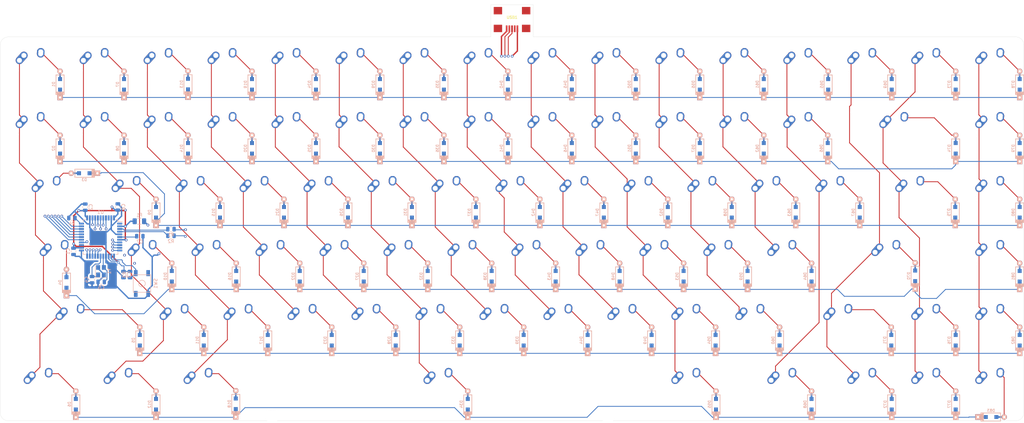
<source format=kicad_pcb>
(kicad_pcb (version 20171130) (host pcbnew "(5.1.4)-1")
  (layers (0 F.Cu signal) (1 In1.Cu signal) (2 In2.Cu signal) (31 B.Cu signal) (34 B.Paste user) (35 F.Paste user) (36 B.SilkS user) (37 F.SilkS user) (38 B.Mask user hide) (39 F.Mask user hide) (44 Edge.Cuts user))
  (net 0 "")
  (net 1 +5V)
  (net 2 "Net-(C4-Pad1)")
  (net 3 "Net-(C5-Pad2)")
  (net 4 "Net-(C7-Pad1)")
  (net 5 "Net-(D1-Pad2)")
  (net 6 row0)
  (net 7 "Net-(D2-Pad2)")
  (net 8 row1)
  (net 9 "Net-(D3-Pad2)")
  (net 10 row2)
  (net 11 "Net-(D4-Pad2)")
  (net 12 row3)
  (net 13 "Net-(D5-Pad2)")
  (net 14 row4)
  (net 15 "Net-(D6-Pad2)")
  (net 16 row5)
  (net 17 "Net-(D7-Pad2)")
  (net 18 "Net-(D8-Pad2)")
  (net 19 "Net-(D9-Pad2)")
  (net 20 "Net-(D10-Pad2)")
  (net 21 "Net-(D11-Pad2)")
  (net 22 "Net-(D12-Pad2)")
  (net 23 "Net-(D13-Pad2)")
  (net 24 "Net-(D14-Pad2)")
  (net 25 "Net-(D15-Pad2)")
  (net 26 "Net-(D16-Pad2)")
  (net 27 "Net-(D17-Pad2)")
  (net 28 "Net-(D18-Pad2)")
  (net 29 "Net-(D19-Pad2)")
  (net 30 "Net-(D20-Pad2)")
  (net 31 "Net-(D21-Pad2)")
  (net 32 "Net-(D22-Pad2)")
  (net 33 "Net-(D23-Pad2)")
  (net 34 "Net-(D24-Pad2)")
  (net 35 "Net-(D25-Pad2)")
  (net 36 "Net-(D26-Pad2)")
  (net 37 "Net-(D27-Pad2)")
  (net 38 "Net-(D28-Pad2)")
  (net 39 "Net-(D29-Pad2)")
  (net 40 "Net-(D30-Pad2)")
  (net 41 "Net-(D31-Pad2)")
  (net 42 "Net-(D32-Pad2)")
  (net 43 "Net-(D33-Pad2)")
  (net 44 "Net-(D34-Pad2)")
  (net 45 "Net-(D35-Pad2)")
  (net 46 "Net-(D36-Pad2)")
  (net 47 "Net-(D37-Pad2)")
  (net 48 "Net-(D38-Pad2)")
  (net 49 "Net-(D39-Pad2)")
  (net 50 "Net-(D40-Pad2)")
  (net 51 "Net-(D41-Pad2)")
  (net 52 "Net-(D42-Pad2)")
  (net 53 "Net-(D43-Pad2)")
  (net 54 "Net-(D44-Pad2)")
  (net 55 "Net-(D45-Pad2)")
  (net 56 "Net-(D46-Pad2)")
  (net 57 "Net-(D47-Pad2)")
  (net 58 "Net-(D48-Pad2)")
  (net 59 "Net-(D49-Pad2)")
  (net 60 "Net-(D50-Pad2)")
  (net 61 "Net-(D51-Pad2)")
  (net 62 "Net-(D52-Pad2)")
  (net 63 "Net-(D53-Pad2)")
  (net 64 "Net-(D54-Pad2)")
  (net 65 "Net-(D55-Pad2)")
  (net 66 "Net-(D56-Pad2)")
  (net 67 "Net-(D57-Pad2)")
  (net 68 "Net-(D58-Pad2)")
  (net 69 "Net-(D59-Pad2)")
  (net 70 "Net-(D60-Pad2)")
  (net 71 "Net-(D61-Pad2)")
  (net 72 "Net-(D62-Pad2)")
  (net 73 "Net-(D63-Pad2)")
  (net 74 "Net-(D64-Pad2)")
  (net 75 "Net-(D65-Pad2)")
  (net 76 "Net-(D66-Pad2)")
  (net 77 "Net-(D67-Pad2)")
  (net 78 "Net-(D68-Pad2)")
  (net 79 "Net-(D69-Pad2)")
  (net 80 "Net-(D70-Pad2)")
  (net 81 "Net-(D71-Pad2)")
  (net 82 "Net-(D72-Pad2)")
  (net 83 "Net-(D73-Pad2)")
  (net 84 "Net-(D74-Pad2)")
  (net 85 "Net-(D75-Pad2)")
  (net 86 "Net-(D76-Pad2)")
  (net 87 "Net-(D77-Pad2)")
  (net 88 "Net-(D78-Pad2)")
  (net 89 "Net-(D79-Pad2)")
  (net 90 "Net-(D80-Pad2)")
  (net 91 "Net-(D81-Pad2)")
  (net 92 "Net-(D82-Pad2)")
  (net 93 "Net-(D83-Pad2)")
  (net 94 VCC)
  (net 95 col0)
  (net 96 col1)
  (net 97 col2)
  (net 98 col3)
  (net 99 col4)
  (net 100 col5)
  (net 101 col6)
  (net 102 col7)
  (net 103 col8)
  (net 104 col9)
  (net 105 col10)
  (net 106 col11)
  (net 107 col12)
  (net 108 col13)
  (net 109 col14)
  (net 110 col15)
  (net 111 D-)
  (net 112 "Net-(R1-Pad1)")
  (net 113 D+)
  (net 114 "Net-(R2-Pad1)")
  (net 115 "Net-(R3-Pad2)")
  (net 116 "Net-(R4-Pad2)")
  (net 117 "Net-(U1-Pad42)")
  (net 118 "Net-(U1-Pad1)")
  (net 119 "Net-(USB1-Pad6)")
  (net 120 "Net-(USB1-Pad2)")
  (net 121 GND)
  (net 122 "Net-(U1-Pad12)")
  (net 123 "Net-(U1-Pad25)")
  (module keyboard_parts:USB_miniB (layer F.Cu) (at 215.9 71.8185 180)
    (fp_text reference USB1 (at 0 0.635) (layer F.SilkS) (effects (font (size 0.8128 0.8128) (thickness 0.2032))))
    (fp_text value Molex-0548190589 hide)
    (pad 9 smd rect (at 4.2037 2.64668 180) (size 2.49936 2.19964) (layers F.Cu F.Paste F.Mask))
    (pad 8 smd rect (at -4.19862 2.64668 180) (size 2.49936 2.19964) (layers F.Cu F.Paste F.Mask))
    (pad 7 smd rect (at 4.20116 -2.65176 180) (size 2.49936 2.19964) (layers F.Cu F.Paste F.Mask))
    (pad 6 smd rect (at -4.19862 -2.65176 180) (size 2.49936 2.19964) (layers F.Cu F.Paste F.Mask) (net 119 "Net-(USB1-Pad6)"))
    (pad 5 smd rect (at 1.60274 -2.75082 180) (size 0.50038 1.99898) (layers F.Cu F.Paste F.Mask) (net 94 VCC))
    (pad 4 smd rect (at 0.80264 -2.75082 180) (size 0.50038 1.99898) (layers F.Cu F.Paste F.Mask) (net 111 D-))
    (pad 3 smd rect (at 0.00254 -2.75082 180) (size 0.50038 1.99898) (layers F.Cu F.Paste F.Mask) (net 113 D+))
    (pad 2 smd rect (at -0.79756 -2.75082 180) (size 0.50038 1.99898) (layers F.Cu F.Paste F.Mask) (net 120 "Net-(USB1-Pad2)"))
    (pad 1 smd rect (at -1.59766 -2.75082 180) (size 0.50038 1.99898) (layers F.Cu F.Paste F.Mask) (net 121 GND))
  )
  (module Package_QFP:TQFP-44_10x10mm_P0.8mm (layer B.Cu) (at 93.37675 136.5885 180)
    (fp_text reference U1 (at 0 7.45) (layer B.SilkS) (effects (justify mirror)))
    (fp_text value ATmega32U4-AU)
    (pad 1 smd rect (at -5.7 4 180) (size 1.5 0.55) (layers B.Cu B.Paste B.Mask) (net 118 "Net-(U1-Pad1)"))
    (pad 2 smd rect (at -5.7 3.2 180) (size 1.5 0.55) (layers B.Cu B.Paste B.Mask) (net 1 +5V))
    (pad 3 smd rect (at -5.7 2.4 180) (size 1.5 0.55) (layers B.Cu B.Paste B.Mask) (net 112 "Net-(R1-Pad1)"))
    (pad 4 smd rect (at -5.7 1.6 180) (size 1.5 0.55) (layers B.Cu B.Paste B.Mask) (net 114 "Net-(R2-Pad1)"))
    (pad 5 smd rect (at -5.7 0.8 180) (size 1.5 0.55) (layers B.Cu B.Paste B.Mask) (net 121 GND))
    (pad 6 smd rect (at -5.7 0 180) (size 1.5 0.55) (layers B.Cu B.Paste B.Mask) (net 4 "Net-(C7-Pad1)"))
    (pad 7 smd rect (at -5.7 -0.8 180) (size 1.5 0.55) (layers B.Cu B.Paste B.Mask) (net 1 +5V))
    (pad 8 smd rect (at -5.7 -1.6 180) (size 1.5 0.55) (layers B.Cu B.Paste B.Mask) (net 101 col6))
    (pad 9 smd rect (at -5.7 -2.4 180) (size 1.5 0.55) (layers B.Cu B.Paste B.Mask) (net 102 col7))
    (pad 10 smd rect (at -5.7 -3.2 180) (size 1.5 0.55) (layers B.Cu B.Paste B.Mask) (net 103 col8))
    (pad 11 smd rect (at -5.7 -4 180) (size 1.5 0.55) (layers B.Cu B.Paste B.Mask) (net 104 col9))
    (pad 12 smd rect (at -4 -5.7 90) (size 1.5 0.55) (layers B.Cu B.Paste B.Mask) (net 122 "Net-(U1-Pad12)"))
    (pad 13 smd rect (at -3.2 -5.7 90) (size 1.5 0.55) (layers B.Cu B.Paste B.Mask) (net 115 "Net-(R3-Pad2)"))
    (pad 14 smd rect (at -2.4 -5.7 90) (size 1.5 0.55) (layers B.Cu B.Paste B.Mask) (net 1 +5V))
    (pad 15 smd rect (at -1.6 -5.7 90) (size 1.5 0.55) (layers B.Cu B.Paste B.Mask) (net 121 GND))
    (pad 16 smd rect (at -0.8 -5.7 90) (size 1.5 0.55) (layers B.Cu B.Paste B.Mask) (net 3 "Net-(C5-Pad2)"))
    (pad 17 smd rect (at 0 -5.7 90) (size 1.5 0.55) (layers B.Cu B.Paste B.Mask) (net 2 "Net-(C4-Pad1)"))
    (pad 18 smd rect (at 0.8 -5.7 90) (size 1.5 0.55) (layers B.Cu B.Paste B.Mask) (net 105 col10))
    (pad 19 smd rect (at 1.6 -5.7 90) (size 1.5 0.55) (layers B.Cu B.Paste B.Mask) (net 106 col11))
    (pad 20 smd rect (at 2.4 -5.7 90) (size 1.5 0.55) (layers B.Cu B.Paste B.Mask) (net 107 col12))
    (pad 21 smd rect (at 3.2 -5.7 90) (size 1.5 0.55) (layers B.Cu B.Paste B.Mask) (net 108 col13))
    (pad 22 smd rect (at 4 -5.7 90) (size 1.5 0.55) (layers B.Cu B.Paste B.Mask) (net 109 col14))
    (pad 23 smd rect (at 5.7 -4 180) (size 1.5 0.55) (layers B.Cu B.Paste B.Mask) (net 121 GND))
    (pad 24 smd rect (at 5.7 -3.2 180) (size 1.5 0.55) (layers B.Cu B.Paste B.Mask) (net 1 +5V))
    (pad 25 smd rect (at 5.7 -2.4 180) (size 1.5 0.55) (layers B.Cu B.Paste B.Mask) (net 123 "Net-(U1-Pad25)"))
    (pad 26 smd rect (at 5.7 -1.6 180) (size 1.5 0.55) (layers B.Cu B.Paste B.Mask) (net 110 col15))
    (pad 27 smd rect (at 5.7 -0.8 180) (size 1.5 0.55) (layers B.Cu B.Paste B.Mask) (net 16 row5))
    (pad 28 smd rect (at 5.7 0 180) (size 1.5 0.55) (layers B.Cu B.Paste B.Mask) (net 14 row4))
    (pad 29 smd rect (at 5.7 0.8 180) (size 1.5 0.55) (layers B.Cu B.Paste B.Mask) (net 12 row3))
    (pad 30 smd rect (at 5.7 1.6 180) (size 1.5 0.55) (layers B.Cu B.Paste B.Mask) (net 6 row0))
    (pad 31 smd rect (at 5.7 2.4 180) (size 1.5 0.55) (layers B.Cu B.Paste B.Mask) (net 8 row1))
    (pad 32 smd rect (at 5.7 3.2 180) (size 1.5 0.55) (layers B.Cu B.Paste B.Mask) (net 10 row2))
    (pad 33 smd rect (at 5.7 4 180) (size 1.5 0.55) (layers B.Cu B.Paste B.Mask) (net 116 "Net-(R4-Pad2)"))
    (pad 34 smd rect (at 4 5.7 90) (size 1.5 0.55) (layers B.Cu B.Paste B.Mask) (net 1 +5V))
    (pad 35 smd rect (at 3.2 5.7 90) (size 1.5 0.55) (layers B.Cu B.Paste B.Mask) (net 121 GND))
    (pad 36 smd rect (at 2.4 5.7 90) (size 1.5 0.55) (layers B.Cu B.Paste B.Mask) (net 95 col0))
    (pad 37 smd rect (at 1.6 5.7 90) (size 1.5 0.55) (layers B.Cu B.Paste B.Mask) (net 96 col1))
    (pad 38 smd rect (at 0.8 5.7 90) (size 1.5 0.55) (layers B.Cu B.Paste B.Mask) (net 97 col2))
    (pad 39 smd rect (at 0 5.7 90) (size 1.5 0.55) (layers B.Cu B.Paste B.Mask) (net 98 col3))
    (pad 40 smd rect (at -0.8 5.7 90) (size 1.5 0.55) (layers B.Cu B.Paste B.Mask) (net 99 col4))
    (pad 41 smd rect (at -1.6 5.7 90) (size 1.5 0.55) (layers B.Cu B.Paste B.Mask) (net 100 col5))
    (pad 42 smd rect (at -2.4 5.7 90) (size 1.5 0.55) (layers B.Cu B.Paste B.Mask) (net 117 "Net-(U1-Pad42)"))
    (pad 43 smd rect (at -3.2 5.7 90) (size 1.5 0.55) (layers B.Cu B.Paste B.Mask) (net 121 GND))
    (pad 44 smd rect (at -4 5.7 90) (size 1.5 0.55) (layers B.Cu B.Paste B.Mask) (net 1 +5V))
  )
  (module MX_Alps_Hybrid:MX-1U-NoLED (layer F.Cu) (at 358.775 86.51875)
    (fp_text reference MX78)
    (fp_text value MX-NoLED)
    (pad "" np_thru_hole circle (at 5.08 0 48.0996) (size 1.75 1.75) (drill 1.75) (layers *.Cu *.Mask))
    (pad "" np_thru_hole circle (at -5.08 0 48.0996) (size 1.75 1.75) (drill 1.75) (layers *.Cu *.Mask))
    (pad 1 thru_hole circle (at -2.5 -4) (size 2.25 2.25) (drill 1.47) (layers *.Cu B.Mask) (net 110 col15))
    (pad "" np_thru_hole circle (at 0 0) (size 3.9878 3.9878) (drill 3.9878) (layers *.Cu *.Mask))
    (pad 1 thru_hole oval (at -3.81 -2.54 48.0996) (size 4.211556 2.25) (drill 1.47 (offset 0.980778 0)) (layers *.Cu B.Mask) (net 110 col15))
    (pad 2 thru_hole circle (at 2.54 -5.08) (size 2.25 2.25) (drill 1.47) (layers *.Cu B.Mask) (net 88 "Net-(D78-Pad2)"))
    (pad 2 thru_hole oval (at 2.5 -4.5 86.0548) (size 2.831378 2.25) (drill 1.47 (offset 0.290689 0)) (layers *.Cu B.Mask) (net 88 "Net-(D78-Pad2)"))
  )
  (module MX_Alps_Hybrid:MX-1U-NoLED (layer F.Cu) (at 358.775 181.76875)
    (fp_text reference MX83)
    (fp_text value MX-NoLED)
    (pad "" np_thru_hole circle (at 5.08 0 48.0996) (size 1.75 1.75) (drill 1.75) (layers *.Cu *.Mask))
    (pad "" np_thru_hole circle (at -5.08 0 48.0996) (size 1.75 1.75) (drill 1.75) (layers *.Cu *.Mask))
    (pad 1 thru_hole circle (at -2.5 -4) (size 2.25 2.25) (drill 1.47) (layers *.Cu B.Mask) (net 110 col15))
    (pad "" np_thru_hole circle (at 0 0) (size 3.9878 3.9878) (drill 3.9878) (layers *.Cu *.Mask))
    (pad 1 thru_hole oval (at -3.81 -2.54 48.0996) (size 4.211556 2.25) (drill 1.47 (offset 0.980778 0)) (layers *.Cu B.Mask) (net 110 col15))
    (pad 2 thru_hole circle (at 2.54 -5.08) (size 2.25 2.25) (drill 1.47) (layers *.Cu B.Mask) (net 93 "Net-(D83-Pad2)"))
    (pad 2 thru_hole oval (at 2.5 -4.5 86.0548) (size 2.831378 2.25) (drill 1.47 (offset 0.290689 0)) (layers *.Cu B.Mask) (net 93 "Net-(D83-Pad2)"))
  )
  (module MX_Alps_Hybrid:MX-1U-NoLED (layer F.Cu) (at 106.3625 143.66875)
    (fp_text reference MX10)
    (fp_text value MX-NoLED)
    (pad "" np_thru_hole circle (at 5.08 0 48.0996) (size 1.75 1.75) (drill 1.75) (layers *.Cu *.Mask))
    (pad "" np_thru_hole circle (at -5.08 0 48.0996) (size 1.75 1.75) (drill 1.75) (layers *.Cu *.Mask))
    (pad 1 thru_hole circle (at -2.5 -4) (size 2.25 2.25) (drill 1.47) (layers *.Cu B.Mask) (net 96 col1))
    (pad "" np_thru_hole circle (at 0 0) (size 3.9878 3.9878) (drill 3.9878) (layers *.Cu *.Mask))
    (pad 1 thru_hole oval (at -3.81 -2.54 48.0996) (size 4.211556 2.25) (drill 1.47 (offset 0.980778 0)) (layers *.Cu B.Mask) (net 96 col1))
    (pad 2 thru_hole circle (at 2.54 -5.08) (size 2.25 2.25) (drill 1.47) (layers *.Cu B.Mask) (net 20 "Net-(D10-Pad2)"))
    (pad 2 thru_hole oval (at 2.5 -4.5 86.0548) (size 2.831378 2.25) (drill 1.47 (offset 0.290689 0)) (layers *.Cu B.Mask) (net 20 "Net-(D10-Pad2)"))
  )
  (module Crystal:Crystal_SMD_3225-4Pin_3.2x2.5mm (layer B.Cu) (at 93.50375 146.7485 90)
    (fp_text reference Y1 (at 0 2.45 90) (layer B.SilkS) (effects (justify mirror)))
    (fp_text value 16MHz)
    (pad 4 smd rect (at -1.1 0.85 90) (size 1.4 1.2) (layers B.Cu B.Paste B.Mask) (net 121 GND))
    (pad 3 smd rect (at 1.1 0.85 90) (size 1.4 1.2) (layers B.Cu B.Paste B.Mask) (net 3 "Net-(C5-Pad2)"))
    (pad 2 smd rect (at 1.1 -0.85 90) (size 1.4 1.2) (layers B.Cu B.Paste B.Mask) (net 121 GND))
    (pad 1 smd rect (at -1.1 -0.85 90) (size 1.4 1.2) (layers B.Cu B.Paste B.Mask) (net 2 "Net-(C4-Pad1)"))
  )
  (module random-keyboard-parts:SKQG-1155865 (layer B.Cu) (at 105.69575 150.4315 270)
    (fp_text reference SW1 (at 0 -4.064 90) (layer B.SilkS) (effects (justify mirror)))
    (fp_text value SW_PUSH)
    (pad 1 smd rect (at 3.1 -1.85 270) (size 1.8 1.1) (layers B.Cu B.Paste B.Mask) (net 121 GND))
    (pad 2 smd rect (at -3.1 1.85 270) (size 1.8 1.1) (layers B.Cu B.Paste B.Mask) (net 115 "Net-(R3-Pad2)"))
    (pad 3 smd rect (at 3.1 1.85 270) (size 1.8 1.1) (layers B.Cu B.Paste B.Mask))
    (pad 4 smd rect (at -3.1 -1.85 270) (size 1.8 1.1) (layers B.Cu B.Paste B.Mask))
  )
  (module Resistor_SMD:R_0805_2012Metric (layer B.Cu) (at 84.836 130.937)
    (fp_text reference R4 (at 0 1.65) (layer B.SilkS) (effects (justify mirror)))
    (fp_text value 10k)
    (pad 2 smd roundrect (at 0.9375 0) (size 0.975 1.4) (layers B.Cu B.Paste B.Mask) (net 116 "Net-(R4-Pad2)"))
    (pad 1 smd roundrect (at -0.9375 0) (size 0.975 1.4) (layers B.Cu B.Paste B.Mask) (net 121 GND))
  )
  (module Resistor_SMD:R_0805_2012Metric (layer B.Cu) (at 102.13975 147.7645 270)
    (fp_text reference R3 (at 0 1.65 90) (layer B.SilkS) (effects (justify mirror)))
    (fp_text value 10k)
    (pad 2 smd roundrect (at 0.9375 0 270) (size 0.975 1.4) (layers B.Cu B.Paste B.Mask) (net 115 "Net-(R3-Pad2)"))
    (pad 1 smd roundrect (at -0.9375 0 270) (size 0.975 1.4) (layers B.Cu B.Paste B.Mask) (net 1 +5V))
  )
  (module Resistor_SMD:R_0805_2012Metric (layer B.Cu) (at 114.33175 136.2075)
    (fp_text reference R2 (at 0 1.65) (layer B.SilkS) (effects (justify mirror)))
    (fp_text value 22)
    (pad 2 smd roundrect (at 0.9375 0) (size 0.975 1.4) (layers B.Cu B.Paste B.Mask) (net 113 D+))
    (pad 1 smd roundrect (at -0.9375 0) (size 0.975 1.4) (layers B.Cu B.Paste B.Mask) (net 114 "Net-(R2-Pad1)"))
  )
  (module Resistor_SMD:R_0805_2012Metric (layer B.Cu) (at 114.33175 134.239)
    (fp_text reference R1 (at 0 1.65) (layer B.SilkS) (effects (justify mirror)))
    (fp_text value 22)
    (pad 2 smd roundrect (at 0.9375 0) (size 0.975 1.4) (layers B.Cu B.Paste B.Mask) (net 111 D-))
    (pad 1 smd roundrect (at -0.9375 0) (size 0.975 1.4) (layers B.Cu B.Paste B.Mask) (net 112 "Net-(R1-Pad1)"))
  )
  (module MX_Alps_Hybrid:MX-1U-NoLED (layer F.Cu) (at 358.775 162.71875)
    (fp_text reference MX82)
    (fp_text value MX-NoLED)
    (pad "" np_thru_hole circle (at 5.08 0 48.0996) (size 1.75 1.75) (drill 1.75) (layers *.Cu *.Mask))
    (pad "" np_thru_hole circle (at -5.08 0 48.0996) (size 1.75 1.75) (drill 1.75) (layers *.Cu *.Mask))
    (pad 1 thru_hole circle (at -2.5 -4) (size 2.25 2.25) (drill 1.47) (layers *.Cu B.Mask) (net 110 col15))
    (pad "" np_thru_hole circle (at 0 0) (size 3.9878 3.9878) (drill 3.9878) (layers *.Cu *.Mask))
    (pad 1 thru_hole oval (at -3.81 -2.54 48.0996) (size 4.211556 2.25) (drill 1.47 (offset 0.980778 0)) (layers *.Cu B.Mask) (net 110 col15))
    (pad 2 thru_hole circle (at 2.54 -5.08) (size 2.25 2.25) (drill 1.47) (layers *.Cu B.Mask) (net 92 "Net-(D82-Pad2)"))
    (pad 2 thru_hole oval (at 2.5 -4.5 86.0548) (size 2.831378 2.25) (drill 1.47 (offset 0.290689 0)) (layers *.Cu B.Mask) (net 92 "Net-(D82-Pad2)"))
  )
  (module MX_Alps_Hybrid:MX-1U-NoLED (layer F.Cu) (at 358.775 143.66875)
    (fp_text reference MX81)
    (fp_text value MX-NoLED)
    (pad "" np_thru_hole circle (at 5.08 0 48.0996) (size 1.75 1.75) (drill 1.75) (layers *.Cu *.Mask))
    (pad "" np_thru_hole circle (at -5.08 0 48.0996) (size 1.75 1.75) (drill 1.75) (layers *.Cu *.Mask))
    (pad 1 thru_hole circle (at -2.5 -4) (size 2.25 2.25) (drill 1.47) (layers *.Cu B.Mask) (net 110 col15))
    (pad "" np_thru_hole circle (at 0 0) (size 3.9878 3.9878) (drill 3.9878) (layers *.Cu *.Mask))
    (pad 1 thru_hole oval (at -3.81 -2.54 48.0996) (size 4.211556 2.25) (drill 1.47 (offset 0.980778 0)) (layers *.Cu B.Mask) (net 110 col15))
    (pad 2 thru_hole circle (at 2.54 -5.08) (size 2.25 2.25) (drill 1.47) (layers *.Cu B.Mask) (net 91 "Net-(D81-Pad2)"))
    (pad 2 thru_hole oval (at 2.5 -4.5 86.0548) (size 2.831378 2.25) (drill 1.47 (offset 0.290689 0)) (layers *.Cu B.Mask) (net 91 "Net-(D81-Pad2)"))
  )
  (module MX_Alps_Hybrid:MX-1U-NoLED (layer F.Cu) (at 358.775 124.61875)
    (fp_text reference MX80)
    (fp_text value MX-NoLED)
    (pad "" np_thru_hole circle (at 5.08 0 48.0996) (size 1.75 1.75) (drill 1.75) (layers *.Cu *.Mask))
    (pad "" np_thru_hole circle (at -5.08 0 48.0996) (size 1.75 1.75) (drill 1.75) (layers *.Cu *.Mask))
    (pad 1 thru_hole circle (at -2.5 -4) (size 2.25 2.25) (drill 1.47) (layers *.Cu B.Mask) (net 110 col15))
    (pad "" np_thru_hole circle (at 0 0) (size 3.9878 3.9878) (drill 3.9878) (layers *.Cu *.Mask))
    (pad 1 thru_hole oval (at -3.81 -2.54 48.0996) (size 4.211556 2.25) (drill 1.47 (offset 0.980778 0)) (layers *.Cu B.Mask) (net 110 col15))
    (pad 2 thru_hole circle (at 2.54 -5.08) (size 2.25 2.25) (drill 1.47) (layers *.Cu B.Mask) (net 90 "Net-(D80-Pad2)"))
    (pad 2 thru_hole oval (at 2.5 -4.5 86.0548) (size 2.831378 2.25) (drill 1.47 (offset 0.290689 0)) (layers *.Cu B.Mask) (net 90 "Net-(D80-Pad2)"))
  )
  (module MX_Alps_Hybrid:MX-1U-NoLED (layer F.Cu) (at 358.775 105.56875)
    (fp_text reference MX79)
    (fp_text value MX-NoLED)
    (pad "" np_thru_hole circle (at 5.08 0 48.0996) (size 1.75 1.75) (drill 1.75) (layers *.Cu *.Mask))
    (pad "" np_thru_hole circle (at -5.08 0 48.0996) (size 1.75 1.75) (drill 1.75) (layers *.Cu *.Mask))
    (pad 1 thru_hole circle (at -2.5 -4) (size 2.25 2.25) (drill 1.47) (layers *.Cu B.Mask) (net 110 col15))
    (pad "" np_thru_hole circle (at 0 0) (size 3.9878 3.9878) (drill 3.9878) (layers *.Cu *.Mask))
    (pad 1 thru_hole oval (at -3.81 -2.54 48.0996) (size 4.211556 2.25) (drill 1.47 (offset 0.980778 0)) (layers *.Cu B.Mask) (net 110 col15))
    (pad 2 thru_hole circle (at 2.54 -5.08) (size 2.25 2.25) (drill 1.47) (layers *.Cu B.Mask) (net 89 "Net-(D79-Pad2)"))
    (pad 2 thru_hole oval (at 2.5 -4.5 86.0548) (size 2.831378 2.25) (drill 1.47 (offset 0.290689 0)) (layers *.Cu B.Mask) (net 89 "Net-(D79-Pad2)"))
  )
  (module MX_Alps_Hybrid:MX-1U-NoLED (layer F.Cu) (at 339.725 181.76875)
    (fp_text reference MX77)
    (fp_text value MX-NoLED)
    (pad "" np_thru_hole circle (at 5.08 0 48.0996) (size 1.75 1.75) (drill 1.75) (layers *.Cu *.Mask))
    (pad "" np_thru_hole circle (at -5.08 0 48.0996) (size 1.75 1.75) (drill 1.75) (layers *.Cu *.Mask))
    (pad 1 thru_hole circle (at -2.5 -4) (size 2.25 2.25) (drill 1.47) (layers *.Cu B.Mask) (net 109 col14))
    (pad "" np_thru_hole circle (at 0 0) (size 3.9878 3.9878) (drill 3.9878) (layers *.Cu *.Mask))
    (pad 1 thru_hole oval (at -3.81 -2.54 48.0996) (size 4.211556 2.25) (drill 1.47 (offset 0.980778 0)) (layers *.Cu B.Mask) (net 109 col14))
    (pad 2 thru_hole circle (at 2.54 -5.08) (size 2.25 2.25) (drill 1.47) (layers *.Cu B.Mask) (net 87 "Net-(D77-Pad2)"))
    (pad 2 thru_hole oval (at 2.5 -4.5 86.0548) (size 2.831378 2.25) (drill 1.47 (offset 0.290689 0)) (layers *.Cu B.Mask) (net 87 "Net-(D77-Pad2)"))
  )
  (module MX_Alps_Hybrid:MX-1U-NoLED (layer F.Cu) (at 339.725 162.71875)
    (fp_text reference MX76)
    (fp_text value MX-NoLED)
    (pad "" np_thru_hole circle (at 5.08 0 48.0996) (size 1.75 1.75) (drill 1.75) (layers *.Cu *.Mask))
    (pad "" np_thru_hole circle (at -5.08 0 48.0996) (size 1.75 1.75) (drill 1.75) (layers *.Cu *.Mask))
    (pad 1 thru_hole circle (at -2.5 -4) (size 2.25 2.25) (drill 1.47) (layers *.Cu B.Mask) (net 109 col14))
    (pad "" np_thru_hole circle (at 0 0) (size 3.9878 3.9878) (drill 3.9878) (layers *.Cu *.Mask))
    (pad 1 thru_hole oval (at -3.81 -2.54 48.0996) (size 4.211556 2.25) (drill 1.47 (offset 0.980778 0)) (layers *.Cu B.Mask) (net 109 col14))
    (pad 2 thru_hole circle (at 2.54 -5.08) (size 2.25 2.25) (drill 1.47) (layers *.Cu B.Mask) (net 86 "Net-(D76-Pad2)"))
    (pad 2 thru_hole oval (at 2.5 -4.5 86.0548) (size 2.831378 2.25) (drill 1.47 (offset 0.290689 0)) (layers *.Cu B.Mask) (net 86 "Net-(D76-Pad2)"))
  )
  (module MX_Alps_Hybrid:MX-1.5U-NoLED (layer F.Cu) (at 334.9625 124.61875)
    (fp_text reference MX75)
    (fp_text value MX-NoLED)
    (pad "" np_thru_hole circle (at 5.08 0 48.0996) (size 1.75 1.75) (drill 1.75) (layers *.Cu *.Mask))
    (pad "" np_thru_hole circle (at -5.08 0 48.0996) (size 1.75 1.75) (drill 1.75) (layers *.Cu *.Mask))
    (pad 1 thru_hole circle (at -2.5 -4) (size 2.25 2.25) (drill 1.47) (layers *.Cu B.Mask) (net 109 col14))
    (pad "" np_thru_hole circle (at 0 0) (size 3.9878 3.9878) (drill 3.9878) (layers *.Cu *.Mask))
    (pad 1 thru_hole oval (at -3.81 -2.54 48.0996) (size 4.211556 2.25) (drill 1.47 (offset 0.980778 0)) (layers *.Cu B.Mask) (net 109 col14))
    (pad 2 thru_hole circle (at 2.54 -5.08) (size 2.25 2.25) (drill 1.47) (layers *.Cu B.Mask) (net 85 "Net-(D75-Pad2)"))
    (pad 2 thru_hole oval (at 2.5 -4.5 86.0548) (size 2.831378 2.25) (drill 1.47 (offset 0.290689 0)) (layers *.Cu B.Mask) (net 85 "Net-(D75-Pad2)"))
  )
  (module MX_Alps_Hybrid:MX-2U-NoLED (layer F.Cu) (at 330.2 105.56875)
    (fp_text reference MX74)
    (fp_text value MX-NoLED)
    (pad "" np_thru_hole circle (at 11.938 8.255) (size 3.9878 3.9878) (drill 3.9878) (layers *.Cu *.Mask))
    (pad "" np_thru_hole circle (at -11.938 8.255) (size 3.9878 3.9878) (drill 3.9878) (layers *.Cu *.Mask))
    (pad "" np_thru_hole circle (at 11.938 -6.985) (size 3.048 3.048) (drill 3.048) (layers *.Cu *.Mask))
    (pad "" np_thru_hole circle (at -11.938 -6.985) (size 3.048 3.048) (drill 3.048) (layers *.Cu *.Mask))
    (pad "" np_thru_hole circle (at 5.08 0 48.0996) (size 1.75 1.75) (drill 1.75) (layers *.Cu *.Mask))
    (pad "" np_thru_hole circle (at -5.08 0 48.0996) (size 1.75 1.75) (drill 1.75) (layers *.Cu *.Mask))
    (pad 1 thru_hole circle (at -2.5 -4) (size 2.25 2.25) (drill 1.47) (layers *.Cu B.Mask) (net 109 col14))
    (pad "" np_thru_hole circle (at 0 0) (size 3.9878 3.9878) (drill 3.9878) (layers *.Cu *.Mask))
    (pad 1 thru_hole oval (at -3.81 -2.54 48.0996) (size 4.211556 2.25) (drill 1.47 (offset 0.980778 0)) (layers *.Cu B.Mask) (net 109 col14))
    (pad 2 thru_hole circle (at 2.54 -5.08) (size 2.25 2.25) (drill 1.47) (layers *.Cu B.Mask) (net 84 "Net-(D74-Pad2)"))
    (pad 2 thru_hole oval (at 2.5 -4.5 86.0548) (size 2.831378 2.25) (drill 1.47 (offset 0.290689 0)) (layers *.Cu B.Mask) (net 84 "Net-(D74-Pad2)"))
  )
  (module MX_Alps_Hybrid:MX-1U-NoLED (layer F.Cu) (at 339.725 86.51875)
    (fp_text reference MX73)
    (fp_text value MX-NoLED)
    (pad "" np_thru_hole circle (at 5.08 0 48.0996) (size 1.75 1.75) (drill 1.75) (layers *.Cu *.Mask))
    (pad "" np_thru_hole circle (at -5.08 0 48.0996) (size 1.75 1.75) (drill 1.75) (layers *.Cu *.Mask))
    (pad 1 thru_hole circle (at -2.5 -4) (size 2.25 2.25) (drill 1.47) (layers *.Cu B.Mask) (net 109 col14))
    (pad "" np_thru_hole circle (at 0 0) (size 3.9878 3.9878) (drill 3.9878) (layers *.Cu *.Mask))
    (pad 1 thru_hole oval (at -3.81 -2.54 48.0996) (size 4.211556 2.25) (drill 1.47 (offset 0.980778 0)) (layers *.Cu B.Mask) (net 109 col14))
    (pad 2 thru_hole circle (at 2.54 -5.08) (size 2.25 2.25) (drill 1.47) (layers *.Cu B.Mask) (net 83 "Net-(D73-Pad2)"))
    (pad 2 thru_hole oval (at 2.5 -4.5 86.0548) (size 2.831378 2.25) (drill 1.47 (offset 0.290689 0)) (layers *.Cu B.Mask) (net 83 "Net-(D73-Pad2)"))
  )
  (module MX_Alps_Hybrid:MX-1U-NoLED (layer F.Cu) (at 320.675 181.76875)
    (fp_text reference MX72)
    (fp_text value MX-NoLED)
    (pad "" np_thru_hole circle (at 5.08 0 48.0996) (size 1.75 1.75) (drill 1.75) (layers *.Cu *.Mask))
    (pad "" np_thru_hole circle (at -5.08 0 48.0996) (size 1.75 1.75) (drill 1.75) (layers *.Cu *.Mask))
    (pad 1 thru_hole circle (at -2.5 -4) (size 2.25 2.25) (drill 1.47) (layers *.Cu B.Mask) (net 108 col13))
    (pad "" np_thru_hole circle (at 0 0) (size 3.9878 3.9878) (drill 3.9878) (layers *.Cu *.Mask))
    (pad 1 thru_hole oval (at -3.81 -2.54 48.0996) (size 4.211556 2.25) (drill 1.47 (offset 0.980778 0)) (layers *.Cu B.Mask) (net 108 col13))
    (pad 2 thru_hole circle (at 2.54 -5.08) (size 2.25 2.25) (drill 1.47) (layers *.Cu B.Mask) (net 82 "Net-(D72-Pad2)"))
    (pad 2 thru_hole oval (at 2.5 -4.5 86.0548) (size 2.831378 2.25) (drill 1.47 (offset 0.290689 0)) (layers *.Cu B.Mask) (net 82 "Net-(D72-Pad2)"))
  )
  (module MX_Alps_Hybrid:MX-1.75U-NoLED (layer F.Cu) (at 313.53125 162.71875)
    (fp_text reference MX71)
    (fp_text value MX-NoLED)
    (pad "" np_thru_hole circle (at 5.08 0 48.0996) (size 1.75 1.75) (drill 1.75) (layers *.Cu *.Mask))
    (pad "" np_thru_hole circle (at -5.08 0 48.0996) (size 1.75 1.75) (drill 1.75) (layers *.Cu *.Mask))
    (pad 1 thru_hole circle (at -2.5 -4) (size 2.25 2.25) (drill 1.47) (layers *.Cu B.Mask) (net 108 col13))
    (pad "" np_thru_hole circle (at 0 0) (size 3.9878 3.9878) (drill 3.9878) (layers *.Cu *.Mask))
    (pad 1 thru_hole oval (at -3.81 -2.54 48.0996) (size 4.211556 2.25) (drill 1.47 (offset 0.980778 0)) (layers *.Cu B.Mask) (net 108 col13))
    (pad 2 thru_hole circle (at 2.54 -5.08) (size 2.25 2.25) (drill 1.47) (layers *.Cu B.Mask) (net 81 "Net-(D71-Pad2)"))
    (pad 2 thru_hole oval (at 2.5 -4.5 86.0548) (size 2.831378 2.25) (drill 1.47 (offset 0.290689 0)) (layers *.Cu B.Mask) (net 81 "Net-(D71-Pad2)"))
  )
  (module MX_Alps_Hybrid:MX-2.25U-NoLED (layer F.Cu) (at 327.81875 143.66875)
    (fp_text reference MX70)
    (fp_text value MX-NoLED)
    (pad "" np_thru_hole circle (at 11.938 8.255) (size 3.9878 3.9878) (drill 3.9878) (layers *.Cu *.Mask))
    (pad "" np_thru_hole circle (at -11.938 8.255) (size 3.9878 3.9878) (drill 3.9878) (layers *.Cu *.Mask))
    (pad "" np_thru_hole circle (at 11.938 -6.985) (size 3.048 3.048) (drill 3.048) (layers *.Cu *.Mask))
    (pad "" np_thru_hole circle (at -11.938 -6.985) (size 3.048 3.048) (drill 3.048) (layers *.Cu *.Mask))
    (pad "" np_thru_hole circle (at 5.08 0 48.0996) (size 1.75 1.75) (drill 1.75) (layers *.Cu *.Mask))
    (pad "" np_thru_hole circle (at -5.08 0 48.0996) (size 1.75 1.75) (drill 1.75) (layers *.Cu *.Mask))
    (pad 1 thru_hole circle (at -2.5 -4) (size 2.25 2.25) (drill 1.47) (layers *.Cu B.Mask) (net 108 col13))
    (pad "" np_thru_hole circle (at 0 0) (size 3.9878 3.9878) (drill 3.9878) (layers *.Cu *.Mask))
    (pad 1 thru_hole oval (at -3.81 -2.54 48.0996) (size 4.211556 2.25) (drill 1.47 (offset 0.980778 0)) (layers *.Cu B.Mask) (net 108 col13))
    (pad 2 thru_hole circle (at 2.54 -5.08) (size 2.25 2.25) (drill 1.47) (layers *.Cu B.Mask) (net 80 "Net-(D70-Pad2)"))
    (pad 2 thru_hole oval (at 2.5 -4.5 86.0548) (size 2.831378 2.25) (drill 1.47 (offset 0.290689 0)) (layers *.Cu B.Mask) (net 80 "Net-(D70-Pad2)"))
  )
  (module MX_Alps_Hybrid:MX-1U-NoLED (layer F.Cu) (at 320.675 86.51875)
    (fp_text reference MX69)
    (fp_text value MX-NoLED)
    (pad "" np_thru_hole circle (at 5.08 0 48.0996) (size 1.75 1.75) (drill 1.75) (layers *.Cu *.Mask))
    (pad "" np_thru_hole circle (at -5.08 0 48.0996) (size 1.75 1.75) (drill 1.75) (layers *.Cu *.Mask))
    (pad 1 thru_hole circle (at -2.5 -4) (size 2.25 2.25) (drill 1.47) (layers *.Cu B.Mask) (net 108 col13))
    (pad "" np_thru_hole circle (at 0 0) (size 3.9878 3.9878) (drill 3.9878) (layers *.Cu *.Mask))
    (pad 1 thru_hole oval (at -3.81 -2.54 48.0996) (size 4.211556 2.25) (drill 1.47 (offset 0.980778 0)) (layers *.Cu B.Mask) (net 108 col13))
    (pad 2 thru_hole circle (at 2.54 -5.08) (size 2.25 2.25) (drill 1.47) (layers *.Cu B.Mask) (net 79 "Net-(D69-Pad2)"))
    (pad 2 thru_hole oval (at 2.5 -4.5 86.0548) (size 2.831378 2.25) (drill 1.47 (offset 0.290689 0)) (layers *.Cu B.Mask) (net 79 "Net-(D69-Pad2)"))
  )
  (module MX_Alps_Hybrid:MX-1.5U-NoLED (layer F.Cu) (at 296.8625 181.76875)
    (fp_text reference MX68)
    (fp_text value MX-NoLED)
    (pad "" np_thru_hole circle (at 5.08 0 48.0996) (size 1.75 1.75) (drill 1.75) (layers *.Cu *.Mask))
    (pad "" np_thru_hole circle (at -5.08 0 48.0996) (size 1.75 1.75) (drill 1.75) (layers *.Cu *.Mask))
    (pad 1 thru_hole circle (at -2.5 -4) (size 2.25 2.25) (drill 1.47) (layers *.Cu B.Mask) (net 107 col12))
    (pad "" np_thru_hole circle (at 0 0) (size 3.9878 3.9878) (drill 3.9878) (layers *.Cu *.Mask))
    (pad 1 thru_hole oval (at -3.81 -2.54 48.0996) (size 4.211556 2.25) (drill 1.47 (offset 0.980778 0)) (layers *.Cu B.Mask) (net 107 col12))
    (pad 2 thru_hole circle (at 2.54 -5.08) (size 2.25 2.25) (drill 1.47) (layers *.Cu B.Mask) (net 78 "Net-(D68-Pad2)"))
    (pad 2 thru_hole oval (at 2.5 -4.5 86.0548) (size 2.831378 2.25) (drill 1.47 (offset 0.290689 0)) (layers *.Cu B.Mask) (net 78 "Net-(D68-Pad2)"))
  )
  (module MX_Alps_Hybrid:MX-1U-NoLED (layer F.Cu) (at 311.15 124.61875)
    (fp_text reference MX67)
    (fp_text value MX-NoLED)
    (pad "" np_thru_hole circle (at 5.08 0 48.0996) (size 1.75 1.75) (drill 1.75) (layers *.Cu *.Mask))
    (pad "" np_thru_hole circle (at -5.08 0 48.0996) (size 1.75 1.75) (drill 1.75) (layers *.Cu *.Mask))
    (pad 1 thru_hole circle (at -2.5 -4) (size 2.25 2.25) (drill 1.47) (layers *.Cu B.Mask) (net 107 col12))
    (pad "" np_thru_hole circle (at 0 0) (size 3.9878 3.9878) (drill 3.9878) (layers *.Cu *.Mask))
    (pad 1 thru_hole oval (at -3.81 -2.54 48.0996) (size 4.211556 2.25) (drill 1.47 (offset 0.980778 0)) (layers *.Cu B.Mask) (net 107 col12))
    (pad 2 thru_hole circle (at 2.54 -5.08) (size 2.25 2.25) (drill 1.47) (layers *.Cu B.Mask) (net 77 "Net-(D67-Pad2)"))
    (pad 2 thru_hole oval (at 2.5 -4.5 86.0548) (size 2.831378 2.25) (drill 1.47 (offset 0.290689 0)) (layers *.Cu B.Mask) (net 77 "Net-(D67-Pad2)"))
  )
  (module MX_Alps_Hybrid:MX-1U-NoLED (layer F.Cu) (at 301.625 105.56875)
    (fp_text reference MX66)
    (fp_text value MX-NoLED)
    (pad "" np_thru_hole circle (at 5.08 0 48.0996) (size 1.75 1.75) (drill 1.75) (layers *.Cu *.Mask))
    (pad "" np_thru_hole circle (at -5.08 0 48.0996) (size 1.75 1.75) (drill 1.75) (layers *.Cu *.Mask))
    (pad 1 thru_hole circle (at -2.5 -4) (size 2.25 2.25) (drill 1.47) (layers *.Cu B.Mask) (net 107 col12))
    (pad "" np_thru_hole circle (at 0 0) (size 3.9878 3.9878) (drill 3.9878) (layers *.Cu *.Mask))
    (pad 1 thru_hole oval (at -3.81 -2.54 48.0996) (size 4.211556 2.25) (drill 1.47 (offset 0.980778 0)) (layers *.Cu B.Mask) (net 107 col12))
    (pad 2 thru_hole circle (at 2.54 -5.08) (size 2.25 2.25) (drill 1.47) (layers *.Cu B.Mask) (net 76 "Net-(D66-Pad2)"))
    (pad 2 thru_hole oval (at 2.5 -4.5 86.0548) (size 2.831378 2.25) (drill 1.47 (offset 0.290689 0)) (layers *.Cu B.Mask) (net 76 "Net-(D66-Pad2)"))
  )
  (module MX_Alps_Hybrid:MX-1U-NoLED (layer F.Cu) (at 301.625 86.51875)
    (fp_text reference MX65)
    (fp_text value MX-NoLED)
    (pad "" np_thru_hole circle (at 5.08 0 48.0996) (size 1.75 1.75) (drill 1.75) (layers *.Cu *.Mask))
    (pad "" np_thru_hole circle (at -5.08 0 48.0996) (size 1.75 1.75) (drill 1.75) (layers *.Cu *.Mask))
    (pad 1 thru_hole circle (at -2.5 -4) (size 2.25 2.25) (drill 1.47) (layers *.Cu B.Mask) (net 107 col12))
    (pad "" np_thru_hole circle (at 0 0) (size 3.9878 3.9878) (drill 3.9878) (layers *.Cu *.Mask))
    (pad 1 thru_hole oval (at -3.81 -2.54 48.0996) (size 4.211556 2.25) (drill 1.47 (offset 0.980778 0)) (layers *.Cu B.Mask) (net 107 col12))
    (pad 2 thru_hole circle (at 2.54 -5.08) (size 2.25 2.25) (drill 1.47) (layers *.Cu B.Mask) (net 75 "Net-(D65-Pad2)"))
    (pad 2 thru_hole oval (at 2.5 -4.5 86.0548) (size 2.831378 2.25) (drill 1.47 (offset 0.290689 0)) (layers *.Cu B.Mask) (net 75 "Net-(D65-Pad2)"))
  )
  (module MX_Alps_Hybrid:MX-1U-NoLED (layer F.Cu) (at 296.8625 143.66875)
    (fp_text reference MX64)
    (fp_text value MX-NoLED)
    (pad "" np_thru_hole circle (at 5.08 0 48.0996) (size 1.75 1.75) (drill 1.75) (layers *.Cu *.Mask))
    (pad "" np_thru_hole circle (at -5.08 0 48.0996) (size 1.75 1.75) (drill 1.75) (layers *.Cu *.Mask))
    (pad 1 thru_hole circle (at -2.5 -4) (size 2.25 2.25) (drill 1.47) (layers *.Cu B.Mask) (net 106 col11))
    (pad "" np_thru_hole circle (at 0 0) (size 3.9878 3.9878) (drill 3.9878) (layers *.Cu *.Mask))
    (pad 1 thru_hole oval (at -3.81 -2.54 48.0996) (size 4.211556 2.25) (drill 1.47 (offset 0.980778 0)) (layers *.Cu B.Mask) (net 106 col11))
    (pad 2 thru_hole circle (at 2.54 -5.08) (size 2.25 2.25) (drill 1.47) (layers *.Cu B.Mask) (net 74 "Net-(D64-Pad2)"))
    (pad 2 thru_hole oval (at 2.5 -4.5 86.0548) (size 2.831378 2.25) (drill 1.47 (offset 0.290689 0)) (layers *.Cu B.Mask) (net 74 "Net-(D64-Pad2)"))
  )
  (module MX_Alps_Hybrid:MX-1U-NoLED (layer F.Cu) (at 292.1 124.61875)
    (fp_text reference MX63)
    (fp_text value MX-NoLED)
    (pad "" np_thru_hole circle (at 5.08 0 48.0996) (size 1.75 1.75) (drill 1.75) (layers *.Cu *.Mask))
    (pad "" np_thru_hole circle (at -5.08 0 48.0996) (size 1.75 1.75) (drill 1.75) (layers *.Cu *.Mask))
    (pad 1 thru_hole circle (at -2.5 -4) (size 2.25 2.25) (drill 1.47) (layers *.Cu B.Mask) (net 106 col11))
    (pad "" np_thru_hole circle (at 0 0) (size 3.9878 3.9878) (drill 3.9878) (layers *.Cu *.Mask))
    (pad 1 thru_hole oval (at -3.81 -2.54 48.0996) (size 4.211556 2.25) (drill 1.47 (offset 0.980778 0)) (layers *.Cu B.Mask) (net 106 col11))
    (pad 2 thru_hole circle (at 2.54 -5.08) (size 2.25 2.25) (drill 1.47) (layers *.Cu B.Mask) (net 73 "Net-(D63-Pad2)"))
    (pad 2 thru_hole oval (at 2.5 -4.5 86.0548) (size 2.831378 2.25) (drill 1.47 (offset 0.290689 0)) (layers *.Cu B.Mask) (net 73 "Net-(D63-Pad2)"))
  )
  (module MX_Alps_Hybrid:MX-1U-NoLED (layer F.Cu) (at 282.575 105.56875)
    (fp_text reference MX62)
    (fp_text value MX-NoLED)
    (pad "" np_thru_hole circle (at 5.08 0 48.0996) (size 1.75 1.75) (drill 1.75) (layers *.Cu *.Mask))
    (pad "" np_thru_hole circle (at -5.08 0 48.0996) (size 1.75 1.75) (drill 1.75) (layers *.Cu *.Mask))
    (pad 1 thru_hole circle (at -2.5 -4) (size 2.25 2.25) (drill 1.47) (layers *.Cu B.Mask) (net 106 col11))
    (pad "" np_thru_hole circle (at 0 0) (size 3.9878 3.9878) (drill 3.9878) (layers *.Cu *.Mask))
    (pad 1 thru_hole oval (at -3.81 -2.54 48.0996) (size 4.211556 2.25) (drill 1.47 (offset 0.980778 0)) (layers *.Cu B.Mask) (net 106 col11))
    (pad 2 thru_hole circle (at 2.54 -5.08) (size 2.25 2.25) (drill 1.47) (layers *.Cu B.Mask) (net 72 "Net-(D62-Pad2)"))
    (pad 2 thru_hole oval (at 2.5 -4.5 86.0548) (size 2.831378 2.25) (drill 1.47 (offset 0.290689 0)) (layers *.Cu B.Mask) (net 72 "Net-(D62-Pad2)"))
  )
  (module MX_Alps_Hybrid:MX-1U-NoLED (layer F.Cu) (at 282.575 86.51875)
    (fp_text reference MX61)
    (fp_text value MX-NoLED)
    (pad "" np_thru_hole circle (at 5.08 0 48.0996) (size 1.75 1.75) (drill 1.75) (layers *.Cu *.Mask))
    (pad "" np_thru_hole circle (at -5.08 0 48.0996) (size 1.75 1.75) (drill 1.75) (layers *.Cu *.Mask))
    (pad 1 thru_hole circle (at -2.5 -4) (size 2.25 2.25) (drill 1.47) (layers *.Cu B.Mask) (net 106 col11))
    (pad "" np_thru_hole circle (at 0 0) (size 3.9878 3.9878) (drill 3.9878) (layers *.Cu *.Mask))
    (pad 1 thru_hole oval (at -3.81 -2.54 48.0996) (size 4.211556 2.25) (drill 1.47 (offset 0.980778 0)) (layers *.Cu B.Mask) (net 106 col11))
    (pad 2 thru_hole circle (at 2.54 -5.08) (size 2.25 2.25) (drill 1.47) (layers *.Cu B.Mask) (net 71 "Net-(D61-Pad2)"))
    (pad 2 thru_hole oval (at 2.5 -4.5 86.0548) (size 2.831378 2.25) (drill 1.47 (offset 0.290689 0)) (layers *.Cu B.Mask) (net 71 "Net-(D61-Pad2)"))
  )
  (module MX_Alps_Hybrid:MX-1U-NoLED (layer F.Cu) (at 287.3375 162.71875)
    (fp_text reference MX60)
    (fp_text value MX-NoLED)
    (pad "" np_thru_hole circle (at 5.08 0 48.0996) (size 1.75 1.75) (drill 1.75) (layers *.Cu *.Mask))
    (pad "" np_thru_hole circle (at -5.08 0 48.0996) (size 1.75 1.75) (drill 1.75) (layers *.Cu *.Mask))
    (pad 1 thru_hole circle (at -2.5 -4) (size 2.25 2.25) (drill 1.47) (layers *.Cu B.Mask) (net 105 col10))
    (pad "" np_thru_hole circle (at 0 0) (size 3.9878 3.9878) (drill 3.9878) (layers *.Cu *.Mask))
    (pad 1 thru_hole oval (at -3.81 -2.54 48.0996) (size 4.211556 2.25) (drill 1.47 (offset 0.980778 0)) (layers *.Cu B.Mask) (net 105 col10))
    (pad 2 thru_hole circle (at 2.54 -5.08) (size 2.25 2.25) (drill 1.47) (layers *.Cu B.Mask) (net 70 "Net-(D60-Pad2)"))
    (pad 2 thru_hole oval (at 2.5 -4.5 86.0548) (size 2.831378 2.25) (drill 1.47 (offset 0.290689 0)) (layers *.Cu B.Mask) (net 70 "Net-(D60-Pad2)"))
  )
  (module MX_Alps_Hybrid:MX-1U-NoLED (layer F.Cu) (at 277.8125 143.66875)
    (fp_text reference MX59)
    (fp_text value MX-NoLED)
    (pad "" np_thru_hole circle (at 5.08 0 48.0996) (size 1.75 1.75) (drill 1.75) (layers *.Cu *.Mask))
    (pad "" np_thru_hole circle (at -5.08 0 48.0996) (size 1.75 1.75) (drill 1.75) (layers *.Cu *.Mask))
    (pad 1 thru_hole circle (at -2.5 -4) (size 2.25 2.25) (drill 1.47) (layers *.Cu B.Mask) (net 105 col10))
    (pad "" np_thru_hole circle (at 0 0) (size 3.9878 3.9878) (drill 3.9878) (layers *.Cu *.Mask))
    (pad 1 thru_hole oval (at -3.81 -2.54 48.0996) (size 4.211556 2.25) (drill 1.47 (offset 0.980778 0)) (layers *.Cu B.Mask) (net 105 col10))
    (pad 2 thru_hole circle (at 2.54 -5.08) (size 2.25 2.25) (drill 1.47) (layers *.Cu B.Mask) (net 69 "Net-(D59-Pad2)"))
    (pad 2 thru_hole oval (at 2.5 -4.5 86.0548) (size 2.831378 2.25) (drill 1.47 (offset 0.290689 0)) (layers *.Cu B.Mask) (net 69 "Net-(D59-Pad2)"))
  )
  (module MX_Alps_Hybrid:MX-1U-NoLED (layer F.Cu) (at 273.05 124.61875)
    (fp_text reference MX58)
    (fp_text value MX-NoLED)
    (pad "" np_thru_hole circle (at 5.08 0 48.0996) (size 1.75 1.75) (drill 1.75) (layers *.Cu *.Mask))
    (pad "" np_thru_hole circle (at -5.08 0 48.0996) (size 1.75 1.75) (drill 1.75) (layers *.Cu *.Mask))
    (pad 1 thru_hole circle (at -2.5 -4) (size 2.25 2.25) (drill 1.47) (layers *.Cu B.Mask) (net 105 col10))
    (pad "" np_thru_hole circle (at 0 0) (size 3.9878 3.9878) (drill 3.9878) (layers *.Cu *.Mask))
    (pad 1 thru_hole oval (at -3.81 -2.54 48.0996) (size 4.211556 2.25) (drill 1.47 (offset 0.980778 0)) (layers *.Cu B.Mask) (net 105 col10))
    (pad 2 thru_hole circle (at 2.54 -5.08) (size 2.25 2.25) (drill 1.47) (layers *.Cu B.Mask) (net 68 "Net-(D58-Pad2)"))
    (pad 2 thru_hole oval (at 2.5 -4.5 86.0548) (size 2.831378 2.25) (drill 1.47 (offset 0.290689 0)) (layers *.Cu B.Mask) (net 68 "Net-(D58-Pad2)"))
  )
  (module MX_Alps_Hybrid:MX-1U-NoLED (layer F.Cu) (at 263.525 105.56875)
    (fp_text reference MX57)
    (fp_text value MX-NoLED)
    (pad "" np_thru_hole circle (at 5.08 0 48.0996) (size 1.75 1.75) (drill 1.75) (layers *.Cu *.Mask))
    (pad "" np_thru_hole circle (at -5.08 0 48.0996) (size 1.75 1.75) (drill 1.75) (layers *.Cu *.Mask))
    (pad 1 thru_hole circle (at -2.5 -4) (size 2.25 2.25) (drill 1.47) (layers *.Cu B.Mask) (net 105 col10))
    (pad "" np_thru_hole circle (at 0 0) (size 3.9878 3.9878) (drill 3.9878) (layers *.Cu *.Mask))
    (pad 1 thru_hole oval (at -3.81 -2.54 48.0996) (size 4.211556 2.25) (drill 1.47 (offset 0.980778 0)) (layers *.Cu B.Mask) (net 105 col10))
    (pad 2 thru_hole circle (at 2.54 -5.08) (size 2.25 2.25) (drill 1.47) (layers *.Cu B.Mask) (net 67 "Net-(D57-Pad2)"))
    (pad 2 thru_hole oval (at 2.5 -4.5 86.0548) (size 2.831378 2.25) (drill 1.47 (offset 0.290689 0)) (layers *.Cu B.Mask) (net 67 "Net-(D57-Pad2)"))
  )
  (module MX_Alps_Hybrid:MX-1U-NoLED (layer F.Cu) (at 263.525 86.51875)
    (fp_text reference MX56)
    (fp_text value MX-NoLED)
    (pad "" np_thru_hole circle (at 5.08 0 48.0996) (size 1.75 1.75) (drill 1.75) (layers *.Cu *.Mask))
    (pad "" np_thru_hole circle (at -5.08 0 48.0996) (size 1.75 1.75) (drill 1.75) (layers *.Cu *.Mask))
    (pad 1 thru_hole circle (at -2.5 -4) (size 2.25 2.25) (drill 1.47) (layers *.Cu B.Mask) (net 105 col10))
    (pad "" np_thru_hole circle (at 0 0) (size 3.9878 3.9878) (drill 3.9878) (layers *.Cu *.Mask))
    (pad 1 thru_hole oval (at -3.81 -2.54 48.0996) (size 4.211556 2.25) (drill 1.47 (offset 0.980778 0)) (layers *.Cu B.Mask) (net 105 col10))
    (pad 2 thru_hole circle (at 2.54 -5.08) (size 2.25 2.25) (drill 1.47) (layers *.Cu B.Mask) (net 66 "Net-(D56-Pad2)"))
    (pad 2 thru_hole oval (at 2.5 -4.5 86.0548) (size 2.831378 2.25) (drill 1.47 (offset 0.290689 0)) (layers *.Cu B.Mask) (net 66 "Net-(D56-Pad2)"))
  )
  (module MX_Alps_Hybrid:MX-1.5U-NoLED (layer F.Cu) (at 268.2875 181.76875)
    (fp_text reference MX55)
    (fp_text value MX-NoLED)
    (pad "" np_thru_hole circle (at 5.08 0 48.0996) (size 1.75 1.75) (drill 1.75) (layers *.Cu *.Mask))
    (pad "" np_thru_hole circle (at -5.08 0 48.0996) (size 1.75 1.75) (drill 1.75) (layers *.Cu *.Mask))
    (pad 1 thru_hole circle (at -2.5 -4) (size 2.25 2.25) (drill 1.47) (layers *.Cu B.Mask) (net 104 col9))
    (pad "" np_thru_hole circle (at 0 0) (size 3.9878 3.9878) (drill 3.9878) (layers *.Cu *.Mask))
    (pad 1 thru_hole oval (at -3.81 -2.54 48.0996) (size 4.211556 2.25) (drill 1.47 (offset 0.980778 0)) (layers *.Cu B.Mask) (net 104 col9))
    (pad 2 thru_hole circle (at 2.54 -5.08) (size 2.25 2.25) (drill 1.47) (layers *.Cu B.Mask) (net 65 "Net-(D55-Pad2)"))
    (pad 2 thru_hole oval (at 2.5 -4.5 86.0548) (size 2.831378 2.25) (drill 1.47 (offset 0.290689 0)) (layers *.Cu B.Mask) (net 65 "Net-(D55-Pad2)"))
  )
  (module MX_Alps_Hybrid:MX-1U-NoLED (layer F.Cu) (at 268.2875 162.71875)
    (fp_text reference MX54)
    (fp_text value MX-NoLED)
    (pad "" np_thru_hole circle (at 5.08 0 48.0996) (size 1.75 1.75) (drill 1.75) (layers *.Cu *.Mask))
    (pad "" np_thru_hole circle (at -5.08 0 48.0996) (size 1.75 1.75) (drill 1.75) (layers *.Cu *.Mask))
    (pad 1 thru_hole circle (at -2.5 -4) (size 2.25 2.25) (drill 1.47) (layers *.Cu B.Mask) (net 104 col9))
    (pad "" np_thru_hole circle (at 0 0) (size 3.9878 3.9878) (drill 3.9878) (layers *.Cu *.Mask))
    (pad 1 thru_hole oval (at -3.81 -2.54 48.0996) (size 4.211556 2.25) (drill 1.47 (offset 0.980778 0)) (layers *.Cu B.Mask) (net 104 col9))
    (pad 2 thru_hole circle (at 2.54 -5.08) (size 2.25 2.25) (drill 1.47) (layers *.Cu B.Mask) (net 64 "Net-(D54-Pad2)"))
    (pad 2 thru_hole oval (at 2.5 -4.5 86.0548) (size 2.831378 2.25) (drill 1.47 (offset 0.290689 0)) (layers *.Cu B.Mask) (net 64 "Net-(D54-Pad2)"))
  )
  (module MX_Alps_Hybrid:MX-1U-NoLED (layer F.Cu) (at 258.7625 143.66875)
    (fp_text reference MX53)
    (fp_text value MX-NoLED)
    (pad "" np_thru_hole circle (at 5.08 0 48.0996) (size 1.75 1.75) (drill 1.75) (layers *.Cu *.Mask))
    (pad "" np_thru_hole circle (at -5.08 0 48.0996) (size 1.75 1.75) (drill 1.75) (layers *.Cu *.Mask))
    (pad 1 thru_hole circle (at -2.5 -4) (size 2.25 2.25) (drill 1.47) (layers *.Cu B.Mask) (net 104 col9))
    (pad "" np_thru_hole circle (at 0 0) (size 3.9878 3.9878) (drill 3.9878) (layers *.Cu *.Mask))
    (pad 1 thru_hole oval (at -3.81 -2.54 48.0996) (size 4.211556 2.25) (drill 1.47 (offset 0.980778 0)) (layers *.Cu B.Mask) (net 104 col9))
    (pad 2 thru_hole circle (at 2.54 -5.08) (size 2.25 2.25) (drill 1.47) (layers *.Cu B.Mask) (net 63 "Net-(D53-Pad2)"))
    (pad 2 thru_hole oval (at 2.5 -4.5 86.0548) (size 2.831378 2.25) (drill 1.47 (offset 0.290689 0)) (layers *.Cu B.Mask) (net 63 "Net-(D53-Pad2)"))
  )
  (module MX_Alps_Hybrid:MX-1U-NoLED (layer F.Cu) (at 254 124.61875)
    (fp_text reference MX52)
    (fp_text value MX-NoLED)
    (pad "" np_thru_hole circle (at 5.08 0 48.0996) (size 1.75 1.75) (drill 1.75) (layers *.Cu *.Mask))
    (pad "" np_thru_hole circle (at -5.08 0 48.0996) (size 1.75 1.75) (drill 1.75) (layers *.Cu *.Mask))
    (pad 1 thru_hole circle (at -2.5 -4) (size 2.25 2.25) (drill 1.47) (layers *.Cu B.Mask) (net 104 col9))
    (pad "" np_thru_hole circle (at 0 0) (size 3.9878 3.9878) (drill 3.9878) (layers *.Cu *.Mask))
    (pad 1 thru_hole oval (at -3.81 -2.54 48.0996) (size 4.211556 2.25) (drill 1.47 (offset 0.980778 0)) (layers *.Cu B.Mask) (net 104 col9))
    (pad 2 thru_hole circle (at 2.54 -5.08) (size 2.25 2.25) (drill 1.47) (layers *.Cu B.Mask) (net 62 "Net-(D52-Pad2)"))
    (pad 2 thru_hole oval (at 2.5 -4.5 86.0548) (size 2.831378 2.25) (drill 1.47 (offset 0.290689 0)) (layers *.Cu B.Mask) (net 62 "Net-(D52-Pad2)"))
  )
  (module MX_Alps_Hybrid:MX-1U-NoLED (layer F.Cu) (at 244.475 105.56875)
    (fp_text reference MX51)
    (fp_text value MX-NoLED)
    (pad "" np_thru_hole circle (at 5.08 0 48.0996) (size 1.75 1.75) (drill 1.75) (layers *.Cu *.Mask))
    (pad "" np_thru_hole circle (at -5.08 0 48.0996) (size 1.75 1.75) (drill 1.75) (layers *.Cu *.Mask))
    (pad 1 thru_hole circle (at -2.5 -4) (size 2.25 2.25) (drill 1.47) (layers *.Cu B.Mask) (net 104 col9))
    (pad "" np_thru_hole circle (at 0 0) (size 3.9878 3.9878) (drill 3.9878) (layers *.Cu *.Mask))
    (pad 1 thru_hole oval (at -3.81 -2.54 48.0996) (size 4.211556 2.25) (drill 1.47 (offset 0.980778 0)) (layers *.Cu B.Mask) (net 104 col9))
    (pad 2 thru_hole circle (at 2.54 -5.08) (size 2.25 2.25) (drill 1.47) (layers *.Cu B.Mask) (net 61 "Net-(D51-Pad2)"))
    (pad 2 thru_hole oval (at 2.5 -4.5 86.0548) (size 2.831378 2.25) (drill 1.47 (offset 0.290689 0)) (layers *.Cu B.Mask) (net 61 "Net-(D51-Pad2)"))
  )
  (module MX_Alps_Hybrid:MX-1U-NoLED (layer F.Cu) (at 244.475 86.51875)
    (fp_text reference MX50)
    (fp_text value MX-NoLED)
    (pad "" np_thru_hole circle (at 5.08 0 48.0996) (size 1.75 1.75) (drill 1.75) (layers *.Cu *.Mask))
    (pad "" np_thru_hole circle (at -5.08 0 48.0996) (size 1.75 1.75) (drill 1.75) (layers *.Cu *.Mask))
    (pad 1 thru_hole circle (at -2.5 -4) (size 2.25 2.25) (drill 1.47) (layers *.Cu B.Mask) (net 104 col9))
    (pad "" np_thru_hole circle (at 0 0) (size 3.9878 3.9878) (drill 3.9878) (layers *.Cu *.Mask))
    (pad 1 thru_hole oval (at -3.81 -2.54 48.0996) (size 4.211556 2.25) (drill 1.47 (offset 0.980778 0)) (layers *.Cu B.Mask) (net 104 col9))
    (pad 2 thru_hole circle (at 2.54 -5.08) (size 2.25 2.25) (drill 1.47) (layers *.Cu B.Mask) (net 60 "Net-(D50-Pad2)"))
    (pad 2 thru_hole oval (at 2.5 -4.5 86.0548) (size 2.831378 2.25) (drill 1.47 (offset 0.290689 0)) (layers *.Cu B.Mask) (net 60 "Net-(D50-Pad2)"))
  )
  (module MX_Alps_Hybrid:MX-1U-NoLED (layer F.Cu) (at 249.2375 162.71875)
    (fp_text reference MX49)
    (fp_text value MX-NoLED)
    (pad "" np_thru_hole circle (at 5.08 0 48.0996) (size 1.75 1.75) (drill 1.75) (layers *.Cu *.Mask))
    (pad "" np_thru_hole circle (at -5.08 0 48.0996) (size 1.75 1.75) (drill 1.75) (layers *.Cu *.Mask))
    (pad 1 thru_hole circle (at -2.5 -4) (size 2.25 2.25) (drill 1.47) (layers *.Cu B.Mask) (net 103 col8))
    (pad "" np_thru_hole circle (at 0 0) (size 3.9878 3.9878) (drill 3.9878) (layers *.Cu *.Mask))
    (pad 1 thru_hole oval (at -3.81 -2.54 48.0996) (size 4.211556 2.25) (drill 1.47 (offset 0.980778 0)) (layers *.Cu B.Mask) (net 103 col8))
    (pad 2 thru_hole circle (at 2.54 -5.08) (size 2.25 2.25) (drill 1.47) (layers *.Cu B.Mask) (net 59 "Net-(D49-Pad2)"))
    (pad 2 thru_hole oval (at 2.5 -4.5 86.0548) (size 2.831378 2.25) (drill 1.47 (offset 0.290689 0)) (layers *.Cu B.Mask) (net 59 "Net-(D49-Pad2)"))
  )
  (module MX_Alps_Hybrid:MX-1U-NoLED (layer F.Cu) (at 239.7125 143.66875)
    (fp_text reference MX48)
    (fp_text value MX-NoLED)
    (pad "" np_thru_hole circle (at 5.08 0 48.0996) (size 1.75 1.75) (drill 1.75) (layers *.Cu *.Mask))
    (pad "" np_thru_hole circle (at -5.08 0 48.0996) (size 1.75 1.75) (drill 1.75) (layers *.Cu *.Mask))
    (pad 1 thru_hole circle (at -2.5 -4) (size 2.25 2.25) (drill 1.47) (layers *.Cu B.Mask) (net 103 col8))
    (pad "" np_thru_hole circle (at 0 0) (size 3.9878 3.9878) (drill 3.9878) (layers *.Cu *.Mask))
    (pad 1 thru_hole oval (at -3.81 -2.54 48.0996) (size 4.211556 2.25) (drill 1.47 (offset 0.980778 0)) (layers *.Cu B.Mask) (net 103 col8))
    (pad 2 thru_hole circle (at 2.54 -5.08) (size 2.25 2.25) (drill 1.47) (layers *.Cu B.Mask) (net 58 "Net-(D48-Pad2)"))
    (pad 2 thru_hole oval (at 2.5 -4.5 86.0548) (size 2.831378 2.25) (drill 1.47 (offset 0.290689 0)) (layers *.Cu B.Mask) (net 58 "Net-(D48-Pad2)"))
  )
  (module MX_Alps_Hybrid:MX-1U-NoLED (layer F.Cu) (at 234.95 124.61875)
    (fp_text reference MX47)
    (fp_text value MX-NoLED)
    (pad "" np_thru_hole circle (at 5.08 0 48.0996) (size 1.75 1.75) (drill 1.75) (layers *.Cu *.Mask))
    (pad "" np_thru_hole circle (at -5.08 0 48.0996) (size 1.75 1.75) (drill 1.75) (layers *.Cu *.Mask))
    (pad 1 thru_hole circle (at -2.5 -4) (size 2.25 2.25) (drill 1.47) (layers *.Cu B.Mask) (net 103 col8))
    (pad "" np_thru_hole circle (at 0 0) (size 3.9878 3.9878) (drill 3.9878) (layers *.Cu *.Mask))
    (pad 1 thru_hole oval (at -3.81 -2.54 48.0996) (size 4.211556 2.25) (drill 1.47 (offset 0.980778 0)) (layers *.Cu B.Mask) (net 103 col8))
    (pad 2 thru_hole circle (at 2.54 -5.08) (size 2.25 2.25) (drill 1.47) (layers *.Cu B.Mask) (net 57 "Net-(D47-Pad2)"))
    (pad 2 thru_hole oval (at 2.5 -4.5 86.0548) (size 2.831378 2.25) (drill 1.47 (offset 0.290689 0)) (layers *.Cu B.Mask) (net 57 "Net-(D47-Pad2)"))
  )
  (module MX_Alps_Hybrid:MX-1U-NoLED (layer F.Cu) (at 225.425 105.56875)
    (fp_text reference MX46)
    (fp_text value MX-NoLED)
    (pad "" np_thru_hole circle (at 5.08 0 48.0996) (size 1.75 1.75) (drill 1.75) (layers *.Cu *.Mask))
    (pad "" np_thru_hole circle (at -5.08 0 48.0996) (size 1.75 1.75) (drill 1.75) (layers *.Cu *.Mask))
    (pad 1 thru_hole circle (at -2.5 -4) (size 2.25 2.25) (drill 1.47) (layers *.Cu B.Mask) (net 103 col8))
    (pad "" np_thru_hole circle (at 0 0) (size 3.9878 3.9878) (drill 3.9878) (layers *.Cu *.Mask))
    (pad 1 thru_hole oval (at -3.81 -2.54 48.0996) (size 4.211556 2.25) (drill 1.47 (offset 0.980778 0)) (layers *.Cu B.Mask) (net 103 col8))
    (pad 2 thru_hole circle (at 2.54 -5.08) (size 2.25 2.25) (drill 1.47) (layers *.Cu B.Mask) (net 56 "Net-(D46-Pad2)"))
    (pad 2 thru_hole oval (at 2.5 -4.5 86.0548) (size 2.831378 2.25) (drill 1.47 (offset 0.290689 0)) (layers *.Cu B.Mask) (net 56 "Net-(D46-Pad2)"))
  )
  (module MX_Alps_Hybrid:MX-1U-NoLED (layer F.Cu) (at 225.425 86.51875)
    (fp_text reference MX45)
    (fp_text value MX-NoLED)
    (pad "" np_thru_hole circle (at 5.08 0 48.0996) (size 1.75 1.75) (drill 1.75) (layers *.Cu *.Mask))
    (pad "" np_thru_hole circle (at -5.08 0 48.0996) (size 1.75 1.75) (drill 1.75) (layers *.Cu *.Mask))
    (pad 1 thru_hole circle (at -2.5 -4) (size 2.25 2.25) (drill 1.47) (layers *.Cu B.Mask) (net 103 col8))
    (pad "" np_thru_hole circle (at 0 0) (size 3.9878 3.9878) (drill 3.9878) (layers *.Cu *.Mask))
    (pad 1 thru_hole oval (at -3.81 -2.54 48.0996) (size 4.211556 2.25) (drill 1.47 (offset 0.980778 0)) (layers *.Cu B.Mask) (net 103 col8))
    (pad 2 thru_hole circle (at 2.54 -5.08) (size 2.25 2.25) (drill 1.47) (layers *.Cu B.Mask) (net 55 "Net-(D45-Pad2)"))
    (pad 2 thru_hole oval (at 2.5 -4.5 86.0548) (size 2.831378 2.25) (drill 1.47 (offset 0.290689 0)) (layers *.Cu B.Mask) (net 55 "Net-(D45-Pad2)"))
  )
  (module MX_Alps_Hybrid:MX-1U-NoLED (layer F.Cu) (at 230.1875 162.71875)
    (fp_text reference MX44)
    (fp_text value MX-NoLED)
    (pad "" np_thru_hole circle (at 5.08 0 48.0996) (size 1.75 1.75) (drill 1.75) (layers *.Cu *.Mask))
    (pad "" np_thru_hole circle (at -5.08 0 48.0996) (size 1.75 1.75) (drill 1.75) (layers *.Cu *.Mask))
    (pad 1 thru_hole circle (at -2.5 -4) (size 2.25 2.25) (drill 1.47) (layers *.Cu B.Mask) (net 102 col7))
    (pad "" np_thru_hole circle (at 0 0) (size 3.9878 3.9878) (drill 3.9878) (layers *.Cu *.Mask))
    (pad 1 thru_hole oval (at -3.81 -2.54 48.0996) (size 4.211556 2.25) (drill 1.47 (offset 0.980778 0)) (layers *.Cu B.Mask) (net 102 col7))
    (pad 2 thru_hole circle (at 2.54 -5.08) (size 2.25 2.25) (drill 1.47) (layers *.Cu B.Mask) (net 54 "Net-(D44-Pad2)"))
    (pad 2 thru_hole oval (at 2.5 -4.5 86.0548) (size 2.831378 2.25) (drill 1.47 (offset 0.290689 0)) (layers *.Cu B.Mask) (net 54 "Net-(D44-Pad2)"))
  )
  (module MX_Alps_Hybrid:MX-1U-NoLED (layer F.Cu) (at 220.6625 143.66875)
    (fp_text reference MX43)
    (fp_text value MX-NoLED)
    (pad "" np_thru_hole circle (at 5.08 0 48.0996) (size 1.75 1.75) (drill 1.75) (layers *.Cu *.Mask))
    (pad "" np_thru_hole circle (at -5.08 0 48.0996) (size 1.75 1.75) (drill 1.75) (layers *.Cu *.Mask))
    (pad 1 thru_hole circle (at -2.5 -4) (size 2.25 2.25) (drill 1.47) (layers *.Cu B.Mask) (net 102 col7))
    (pad "" np_thru_hole circle (at 0 0) (size 3.9878 3.9878) (drill 3.9878) (layers *.Cu *.Mask))
    (pad 1 thru_hole oval (at -3.81 -2.54 48.0996) (size 4.211556 2.25) (drill 1.47 (offset 0.980778 0)) (layers *.Cu B.Mask) (net 102 col7))
    (pad 2 thru_hole circle (at 2.54 -5.08) (size 2.25 2.25) (drill 1.47) (layers *.Cu B.Mask) (net 53 "Net-(D43-Pad2)"))
    (pad 2 thru_hole oval (at 2.5 -4.5 86.0548) (size 2.831378 2.25) (drill 1.47 (offset 0.290689 0)) (layers *.Cu B.Mask) (net 53 "Net-(D43-Pad2)"))
  )
  (module MX_Alps_Hybrid:MX-1U-NoLED (layer F.Cu) (at 215.9 124.61875)
    (fp_text reference MX42)
    (fp_text value MX-NoLED)
    (pad "" np_thru_hole circle (at 5.08 0 48.0996) (size 1.75 1.75) (drill 1.75) (layers *.Cu *.Mask))
    (pad "" np_thru_hole circle (at -5.08 0 48.0996) (size 1.75 1.75) (drill 1.75) (layers *.Cu *.Mask))
    (pad 1 thru_hole circle (at -2.5 -4) (size 2.25 2.25) (drill 1.47) (layers *.Cu B.Mask) (net 102 col7))
    (pad "" np_thru_hole circle (at 0 0) (size 3.9878 3.9878) (drill 3.9878) (layers *.Cu *.Mask))
    (pad 1 thru_hole oval (at -3.81 -2.54 48.0996) (size 4.211556 2.25) (drill 1.47 (offset 0.980778 0)) (layers *.Cu B.Mask) (net 102 col7))
    (pad 2 thru_hole circle (at 2.54 -5.08) (size 2.25 2.25) (drill 1.47) (layers *.Cu B.Mask) (net 52 "Net-(D42-Pad2)"))
    (pad 2 thru_hole oval (at 2.5 -4.5 86.0548) (size 2.831378 2.25) (drill 1.47 (offset 0.290689 0)) (layers *.Cu B.Mask) (net 52 "Net-(D42-Pad2)"))
  )
  (module MX_Alps_Hybrid:MX-1U-NoLED (layer F.Cu) (at 206.375 105.56875)
    (fp_text reference MX41)
    (fp_text value MX-NoLED)
    (pad "" np_thru_hole circle (at 5.08 0 48.0996) (size 1.75 1.75) (drill 1.75) (layers *.Cu *.Mask))
    (pad "" np_thru_hole circle (at -5.08 0 48.0996) (size 1.75 1.75) (drill 1.75) (layers *.Cu *.Mask))
    (pad 1 thru_hole circle (at -2.5 -4) (size 2.25 2.25) (drill 1.47) (layers *.Cu B.Mask) (net 102 col7))
    (pad "" np_thru_hole circle (at 0 0) (size 3.9878 3.9878) (drill 3.9878) (layers *.Cu *.Mask))
    (pad 1 thru_hole oval (at -3.81 -2.54 48.0996) (size 4.211556 2.25) (drill 1.47 (offset 0.980778 0)) (layers *.Cu B.Mask) (net 102 col7))
    (pad 2 thru_hole circle (at 2.54 -5.08) (size 2.25 2.25) (drill 1.47) (layers *.Cu B.Mask) (net 51 "Net-(D41-Pad2)"))
    (pad 2 thru_hole oval (at 2.5 -4.5 86.0548) (size 2.831378 2.25) (drill 1.47 (offset 0.290689 0)) (layers *.Cu B.Mask) (net 51 "Net-(D41-Pad2)"))
  )
  (module MX_Alps_Hybrid:MX-1U-NoLED (layer F.Cu) (at 206.375 86.51875)
    (fp_text reference MX40)
    (fp_text value MX-NoLED)
    (pad "" np_thru_hole circle (at 5.08 0 48.0996) (size 1.75 1.75) (drill 1.75) (layers *.Cu *.Mask))
    (pad "" np_thru_hole circle (at -5.08 0 48.0996) (size 1.75 1.75) (drill 1.75) (layers *.Cu *.Mask))
    (pad 1 thru_hole circle (at -2.5 -4) (size 2.25 2.25) (drill 1.47) (layers *.Cu B.Mask) (net 102 col7))
    (pad "" np_thru_hole circle (at 0 0) (size 3.9878 3.9878) (drill 3.9878) (layers *.Cu *.Mask))
    (pad 1 thru_hole oval (at -3.81 -2.54 48.0996) (size 4.211556 2.25) (drill 1.47 (offset 0.980778 0)) (layers *.Cu B.Mask) (net 102 col7))
    (pad 2 thru_hole circle (at 2.54 -5.08) (size 2.25 2.25) (drill 1.47) (layers *.Cu B.Mask) (net 50 "Net-(D40-Pad2)"))
    (pad 2 thru_hole oval (at 2.5 -4.5 86.0548) (size 2.831378 2.25) (drill 1.47 (offset 0.290689 0)) (layers *.Cu B.Mask) (net 50 "Net-(D40-Pad2)"))
  )
  (module MX_Alps_Hybrid:MX-1U-NoLED (layer F.Cu) (at 211.1375 162.71875)
    (fp_text reference MX39)
    (fp_text value MX-NoLED)
    (pad "" np_thru_hole circle (at 5.08 0 48.0996) (size 1.75 1.75) (drill 1.75) (layers *.Cu *.Mask))
    (pad "" np_thru_hole circle (at -5.08 0 48.0996) (size 1.75 1.75) (drill 1.75) (layers *.Cu *.Mask))
    (pad 1 thru_hole circle (at -2.5 -4) (size 2.25 2.25) (drill 1.47) (layers *.Cu B.Mask) (net 101 col6))
    (pad "" np_thru_hole circle (at 0 0) (size 3.9878 3.9878) (drill 3.9878) (layers *.Cu *.Mask))
    (pad 1 thru_hole oval (at -3.81 -2.54 48.0996) (size 4.211556 2.25) (drill 1.47 (offset 0.980778 0)) (layers *.Cu B.Mask) (net 101 col6))
    (pad 2 thru_hole circle (at 2.54 -5.08) (size 2.25 2.25) (drill 1.47) (layers *.Cu B.Mask) (net 49 "Net-(D39-Pad2)"))
    (pad 2 thru_hole oval (at 2.5 -4.5 86.0548) (size 2.831378 2.25) (drill 1.47 (offset 0.290689 0)) (layers *.Cu B.Mask) (net 49 "Net-(D39-Pad2)"))
  )
  (module MX_Alps_Hybrid:MX-1U-NoLED (layer F.Cu) (at 201.6125 143.66875)
    (fp_text reference MX38)
    (fp_text value MX-NoLED)
    (pad "" np_thru_hole circle (at 5.08 0 48.0996) (size 1.75 1.75) (drill 1.75) (layers *.Cu *.Mask))
    (pad "" np_thru_hole circle (at -5.08 0 48.0996) (size 1.75 1.75) (drill 1.75) (layers *.Cu *.Mask))
    (pad 1 thru_hole circle (at -2.5 -4) (size 2.25 2.25) (drill 1.47) (layers *.Cu B.Mask) (net 101 col6))
    (pad "" np_thru_hole circle (at 0 0) (size 3.9878 3.9878) (drill 3.9878) (layers *.Cu *.Mask))
    (pad 1 thru_hole oval (at -3.81 -2.54 48.0996) (size 4.211556 2.25) (drill 1.47 (offset 0.980778 0)) (layers *.Cu B.Mask) (net 101 col6))
    (pad 2 thru_hole circle (at 2.54 -5.08) (size 2.25 2.25) (drill 1.47) (layers *.Cu B.Mask) (net 48 "Net-(D38-Pad2)"))
    (pad 2 thru_hole oval (at 2.5 -4.5 86.0548) (size 2.831378 2.25) (drill 1.47 (offset 0.290689 0)) (layers *.Cu B.Mask) (net 48 "Net-(D38-Pad2)"))
  )
  (module MX_Alps_Hybrid:MX-1U-NoLED (layer F.Cu) (at 196.85 124.61875)
    (fp_text reference MX37)
    (fp_text value MX-NoLED)
    (pad "" np_thru_hole circle (at 5.08 0 48.0996) (size 1.75 1.75) (drill 1.75) (layers *.Cu *.Mask))
    (pad "" np_thru_hole circle (at -5.08 0 48.0996) (size 1.75 1.75) (drill 1.75) (layers *.Cu *.Mask))
    (pad 1 thru_hole circle (at -2.5 -4) (size 2.25 2.25) (drill 1.47) (layers *.Cu B.Mask) (net 101 col6))
    (pad "" np_thru_hole circle (at 0 0) (size 3.9878 3.9878) (drill 3.9878) (layers *.Cu *.Mask))
    (pad 1 thru_hole oval (at -3.81 -2.54 48.0996) (size 4.211556 2.25) (drill 1.47 (offset 0.980778 0)) (layers *.Cu B.Mask) (net 101 col6))
    (pad 2 thru_hole circle (at 2.54 -5.08) (size 2.25 2.25) (drill 1.47) (layers *.Cu B.Mask) (net 47 "Net-(D37-Pad2)"))
    (pad 2 thru_hole oval (at 2.5 -4.5 86.0548) (size 2.831378 2.25) (drill 1.47 (offset 0.290689 0)) (layers *.Cu B.Mask) (net 47 "Net-(D37-Pad2)"))
  )
  (module MX_Alps_Hybrid:MX-1U-NoLED (layer F.Cu) (at 187.325 105.56875)
    (fp_text reference MX36)
    (fp_text value MX-NoLED)
    (pad "" np_thru_hole circle (at 5.08 0 48.0996) (size 1.75 1.75) (drill 1.75) (layers *.Cu *.Mask))
    (pad "" np_thru_hole circle (at -5.08 0 48.0996) (size 1.75 1.75) (drill 1.75) (layers *.Cu *.Mask))
    (pad 1 thru_hole circle (at -2.5 -4) (size 2.25 2.25) (drill 1.47) (layers *.Cu B.Mask) (net 101 col6))
    (pad "" np_thru_hole circle (at 0 0) (size 3.9878 3.9878) (drill 3.9878) (layers *.Cu *.Mask))
    (pad 1 thru_hole oval (at -3.81 -2.54 48.0996) (size 4.211556 2.25) (drill 1.47 (offset 0.980778 0)) (layers *.Cu B.Mask) (net 101 col6))
    (pad 2 thru_hole circle (at 2.54 -5.08) (size 2.25 2.25) (drill 1.47) (layers *.Cu B.Mask) (net 46 "Net-(D36-Pad2)"))
    (pad 2 thru_hole oval (at 2.5 -4.5 86.0548) (size 2.831378 2.25) (drill 1.47 (offset 0.290689 0)) (layers *.Cu B.Mask) (net 46 "Net-(D36-Pad2)"))
  )
  (module MX_Alps_Hybrid:MX-1U-NoLED (layer F.Cu) (at 187.325 86.51875)
    (fp_text reference MX35)
    (fp_text value MX-NoLED)
    (pad "" np_thru_hole circle (at 5.08 0 48.0996) (size 1.75 1.75) (drill 1.75) (layers *.Cu *.Mask))
    (pad "" np_thru_hole circle (at -5.08 0 48.0996) (size 1.75 1.75) (drill 1.75) (layers *.Cu *.Mask))
    (pad 1 thru_hole circle (at -2.5 -4) (size 2.25 2.25) (drill 1.47) (layers *.Cu B.Mask) (net 101 col6))
    (pad "" np_thru_hole circle (at 0 0) (size 3.9878 3.9878) (drill 3.9878) (layers *.Cu *.Mask))
    (pad 1 thru_hole oval (at -3.81 -2.54 48.0996) (size 4.211556 2.25) (drill 1.47 (offset 0.980778 0)) (layers *.Cu B.Mask) (net 101 col6))
    (pad 2 thru_hole circle (at 2.54 -5.08) (size 2.25 2.25) (drill 1.47) (layers *.Cu B.Mask) (net 45 "Net-(D35-Pad2)"))
    (pad 2 thru_hole oval (at 2.5 -4.5 86.0548) (size 2.831378 2.25) (drill 1.47 (offset 0.290689 0)) (layers *.Cu B.Mask) (net 45 "Net-(D35-Pad2)"))
  )
  (module MX_Alps_Hybrid:MX-6.25U-NoLED (layer F.Cu) (at 194.46875 181.76875)
    (fp_text reference MX34)
    (fp_text value MX-NoLED)
    (pad "" np_thru_hole circle (at 49.9999 8.255) (size 3.9878 3.9878) (drill 3.9878) (layers *.Cu *.Mask))
    (pad "" np_thru_hole circle (at -49.9999 8.255) (size 3.9878 3.9878) (drill 3.9878) (layers *.Cu *.Mask))
    (pad "" np_thru_hole circle (at 49.9999 -6.985) (size 3.048 3.048) (drill 3.048) (layers *.Cu *.Mask))
    (pad "" np_thru_hole circle (at -49.9999 -6.985) (size 3.048 3.048) (drill 3.048) (layers *.Cu *.Mask))
    (pad "" np_thru_hole circle (at 5.08 0 48.0996) (size 1.75 1.75) (drill 1.75) (layers *.Cu *.Mask))
    (pad "" np_thru_hole circle (at -5.08 0 48.0996) (size 1.75 1.75) (drill 1.75) (layers *.Cu *.Mask))
    (pad 1 thru_hole circle (at -2.5 -4) (size 2.25 2.25) (drill 1.47) (layers *.Cu B.Mask) (net 100 col5))
    (pad "" np_thru_hole circle (at 0 0) (size 3.9878 3.9878) (drill 3.9878) (layers *.Cu *.Mask))
    (pad 1 thru_hole oval (at -3.81 -2.54 48.0996) (size 4.211556 2.25) (drill 1.47 (offset 0.980778 0)) (layers *.Cu B.Mask) (net 100 col5))
    (pad 2 thru_hole circle (at 2.54 -5.08) (size 2.25 2.25) (drill 1.47) (layers *.Cu B.Mask) (net 44 "Net-(D34-Pad2)"))
    (pad 2 thru_hole oval (at 2.5 -4.5 86.0548) (size 2.831378 2.25) (drill 1.47 (offset 0.290689 0)) (layers *.Cu B.Mask) (net 44 "Net-(D34-Pad2)"))
  )
  (module MX_Alps_Hybrid:MX-1U-NoLED (layer F.Cu) (at 192.0875 162.71875)
    (fp_text reference MX33)
    (fp_text value MX-NoLED)
    (pad "" np_thru_hole circle (at 5.08 0 48.0996) (size 1.75 1.75) (drill 1.75) (layers *.Cu *.Mask))
    (pad "" np_thru_hole circle (at -5.08 0 48.0996) (size 1.75 1.75) (drill 1.75) (layers *.Cu *.Mask))
    (pad 1 thru_hole circle (at -2.5 -4) (size 2.25 2.25) (drill 1.47) (layers *.Cu B.Mask) (net 100 col5))
    (pad "" np_thru_hole circle (at 0 0) (size 3.9878 3.9878) (drill 3.9878) (layers *.Cu *.Mask))
    (pad 1 thru_hole oval (at -3.81 -2.54 48.0996) (size 4.211556 2.25) (drill 1.47 (offset 0.980778 0)) (layers *.Cu B.Mask) (net 100 col5))
    (pad 2 thru_hole circle (at 2.54 -5.08) (size 2.25 2.25) (drill 1.47) (layers *.Cu B.Mask) (net 43 "Net-(D33-Pad2)"))
    (pad 2 thru_hole oval (at 2.5 -4.5 86.0548) (size 2.831378 2.25) (drill 1.47 (offset 0.290689 0)) (layers *.Cu B.Mask) (net 43 "Net-(D33-Pad2)"))
  )
  (module MX_Alps_Hybrid:MX-1U-NoLED (layer F.Cu) (at 182.5625 143.66875)
    (fp_text reference MX32)
    (fp_text value MX-NoLED)
    (pad "" np_thru_hole circle (at 5.08 0 48.0996) (size 1.75 1.75) (drill 1.75) (layers *.Cu *.Mask))
    (pad "" np_thru_hole circle (at -5.08 0 48.0996) (size 1.75 1.75) (drill 1.75) (layers *.Cu *.Mask))
    (pad 1 thru_hole circle (at -2.5 -4) (size 2.25 2.25) (drill 1.47) (layers *.Cu B.Mask) (net 100 col5))
    (pad "" np_thru_hole circle (at 0 0) (size 3.9878 3.9878) (drill 3.9878) (layers *.Cu *.Mask))
    (pad 1 thru_hole oval (at -3.81 -2.54 48.0996) (size 4.211556 2.25) (drill 1.47 (offset 0.980778 0)) (layers *.Cu B.Mask) (net 100 col5))
    (pad 2 thru_hole circle (at 2.54 -5.08) (size 2.25 2.25) (drill 1.47) (layers *.Cu B.Mask) (net 42 "Net-(D32-Pad2)"))
    (pad 2 thru_hole oval (at 2.5 -4.5 86.0548) (size 2.831378 2.25) (drill 1.47 (offset 0.290689 0)) (layers *.Cu B.Mask) (net 42 "Net-(D32-Pad2)"))
  )
  (module MX_Alps_Hybrid:MX-1U-NoLED (layer F.Cu) (at 177.8 124.61875)
    (fp_text reference MX31)
    (fp_text value MX-NoLED)
    (pad "" np_thru_hole circle (at 5.08 0 48.0996) (size 1.75 1.75) (drill 1.75) (layers *.Cu *.Mask))
    (pad "" np_thru_hole circle (at -5.08 0 48.0996) (size 1.75 1.75) (drill 1.75) (layers *.Cu *.Mask))
    (pad 1 thru_hole circle (at -2.5 -4) (size 2.25 2.25) (drill 1.47) (layers *.Cu B.Mask) (net 100 col5))
    (pad "" np_thru_hole circle (at 0 0) (size 3.9878 3.9878) (drill 3.9878) (layers *.Cu *.Mask))
    (pad 1 thru_hole oval (at -3.81 -2.54 48.0996) (size 4.211556 2.25) (drill 1.47 (offset 0.980778 0)) (layers *.Cu B.Mask) (net 100 col5))
    (pad 2 thru_hole circle (at 2.54 -5.08) (size 2.25 2.25) (drill 1.47) (layers *.Cu B.Mask) (net 41 "Net-(D31-Pad2)"))
    (pad 2 thru_hole oval (at 2.5 -4.5 86.0548) (size 2.831378 2.25) (drill 1.47 (offset 0.290689 0)) (layers *.Cu B.Mask) (net 41 "Net-(D31-Pad2)"))
  )
  (module MX_Alps_Hybrid:MX-1U-NoLED (layer F.Cu) (at 168.275 105.56875)
    (fp_text reference MX30)
    (fp_text value MX-NoLED)
    (pad "" np_thru_hole circle (at 5.08 0 48.0996) (size 1.75 1.75) (drill 1.75) (layers *.Cu *.Mask))
    (pad "" np_thru_hole circle (at -5.08 0 48.0996) (size 1.75 1.75) (drill 1.75) (layers *.Cu *.Mask))
    (pad 1 thru_hole circle (at -2.5 -4) (size 2.25 2.25) (drill 1.47) (layers *.Cu B.Mask) (net 100 col5))
    (pad "" np_thru_hole circle (at 0 0) (size 3.9878 3.9878) (drill 3.9878) (layers *.Cu *.Mask))
    (pad 1 thru_hole oval (at -3.81 -2.54 48.0996) (size 4.211556 2.25) (drill 1.47 (offset 0.980778 0)) (layers *.Cu B.Mask) (net 100 col5))
    (pad 2 thru_hole circle (at 2.54 -5.08) (size 2.25 2.25) (drill 1.47) (layers *.Cu B.Mask) (net 40 "Net-(D30-Pad2)"))
    (pad 2 thru_hole oval (at 2.5 -4.5 86.0548) (size 2.831378 2.25) (drill 1.47 (offset 0.290689 0)) (layers *.Cu B.Mask) (net 40 "Net-(D30-Pad2)"))
  )
  (module MX_Alps_Hybrid:MX-1U-NoLED (layer F.Cu) (at 168.275 86.51875)
    (fp_text reference MX29)
    (fp_text value MX-NoLED)
    (pad "" np_thru_hole circle (at 5.08 0 48.0996) (size 1.75 1.75) (drill 1.75) (layers *.Cu *.Mask))
    (pad "" np_thru_hole circle (at -5.08 0 48.0996) (size 1.75 1.75) (drill 1.75) (layers *.Cu *.Mask))
    (pad 1 thru_hole circle (at -2.5 -4) (size 2.25 2.25) (drill 1.47) (layers *.Cu B.Mask) (net 100 col5))
    (pad "" np_thru_hole circle (at 0 0) (size 3.9878 3.9878) (drill 3.9878) (layers *.Cu *.Mask))
    (pad 1 thru_hole oval (at -3.81 -2.54 48.0996) (size 4.211556 2.25) (drill 1.47 (offset 0.980778 0)) (layers *.Cu B.Mask) (net 100 col5))
    (pad 2 thru_hole circle (at 2.54 -5.08) (size 2.25 2.25) (drill 1.47) (layers *.Cu B.Mask) (net 39 "Net-(D29-Pad2)"))
    (pad 2 thru_hole oval (at 2.5 -4.5 86.0548) (size 2.831378 2.25) (drill 1.47 (offset 0.290689 0)) (layers *.Cu B.Mask) (net 39 "Net-(D29-Pad2)"))
  )
  (module MX_Alps_Hybrid:MX-1U-NoLED (layer F.Cu) (at 173.0375 162.71875)
    (fp_text reference MX28)
    (fp_text value MX-NoLED)
    (pad "" np_thru_hole circle (at 5.08 0 48.0996) (size 1.75 1.75) (drill 1.75) (layers *.Cu *.Mask))
    (pad "" np_thru_hole circle (at -5.08 0 48.0996) (size 1.75 1.75) (drill 1.75) (layers *.Cu *.Mask))
    (pad 1 thru_hole circle (at -2.5 -4) (size 2.25 2.25) (drill 1.47) (layers *.Cu B.Mask) (net 99 col4))
    (pad "" np_thru_hole circle (at 0 0) (size 3.9878 3.9878) (drill 3.9878) (layers *.Cu *.Mask))
    (pad 1 thru_hole oval (at -3.81 -2.54 48.0996) (size 4.211556 2.25) (drill 1.47 (offset 0.980778 0)) (layers *.Cu B.Mask) (net 99 col4))
    (pad 2 thru_hole circle (at 2.54 -5.08) (size 2.25 2.25) (drill 1.47) (layers *.Cu B.Mask) (net 38 "Net-(D28-Pad2)"))
    (pad 2 thru_hole oval (at 2.5 -4.5 86.0548) (size 2.831378 2.25) (drill 1.47 (offset 0.290689 0)) (layers *.Cu B.Mask) (net 38 "Net-(D28-Pad2)"))
  )
  (module MX_Alps_Hybrid:MX-1U-NoLED (layer F.Cu) (at 163.5125 143.66875)
    (fp_text reference MX27)
    (fp_text value MX-NoLED)
    (pad "" np_thru_hole circle (at 5.08 0 48.0996) (size 1.75 1.75) (drill 1.75) (layers *.Cu *.Mask))
    (pad "" np_thru_hole circle (at -5.08 0 48.0996) (size 1.75 1.75) (drill 1.75) (layers *.Cu *.Mask))
    (pad 1 thru_hole circle (at -2.5 -4) (size 2.25 2.25) (drill 1.47) (layers *.Cu B.Mask) (net 99 col4))
    (pad "" np_thru_hole circle (at 0 0) (size 3.9878 3.9878) (drill 3.9878) (layers *.Cu *.Mask))
    (pad 1 thru_hole oval (at -3.81 -2.54 48.0996) (size 4.211556 2.25) (drill 1.47 (offset 0.980778 0)) (layers *.Cu B.Mask) (net 99 col4))
    (pad 2 thru_hole circle (at 2.54 -5.08) (size 2.25 2.25) (drill 1.47) (layers *.Cu B.Mask) (net 37 "Net-(D27-Pad2)"))
    (pad 2 thru_hole oval (at 2.5 -4.5 86.0548) (size 2.831378 2.25) (drill 1.47 (offset 0.290689 0)) (layers *.Cu B.Mask) (net 37 "Net-(D27-Pad2)"))
  )
  (module MX_Alps_Hybrid:MX-1U-NoLED (layer F.Cu) (at 158.75 124.61875)
    (fp_text reference MX26)
    (fp_text value MX-NoLED)
    (pad "" np_thru_hole circle (at 5.08 0 48.0996) (size 1.75 1.75) (drill 1.75) (layers *.Cu *.Mask))
    (pad "" np_thru_hole circle (at -5.08 0 48.0996) (size 1.75 1.75) (drill 1.75) (layers *.Cu *.Mask))
    (pad 1 thru_hole circle (at -2.5 -4) (size 2.25 2.25) (drill 1.47) (layers *.Cu B.Mask) (net 99 col4))
    (pad "" np_thru_hole circle (at 0 0) (size 3.9878 3.9878) (drill 3.9878) (layers *.Cu *.Mask))
    (pad 1 thru_hole oval (at -3.81 -2.54 48.0996) (size 4.211556 2.25) (drill 1.47 (offset 0.980778 0)) (layers *.Cu B.Mask) (net 99 col4))
    (pad 2 thru_hole circle (at 2.54 -5.08) (size 2.25 2.25) (drill 1.47) (layers *.Cu B.Mask) (net 36 "Net-(D26-Pad2)"))
    (pad 2 thru_hole oval (at 2.5 -4.5 86.0548) (size 2.831378 2.25) (drill 1.47 (offset 0.290689 0)) (layers *.Cu B.Mask) (net 36 "Net-(D26-Pad2)"))
  )
  (module MX_Alps_Hybrid:MX-1U-NoLED (layer F.Cu) (at 149.225 105.56875)
    (fp_text reference MX25)
    (fp_text value MX-NoLED)
    (pad "" np_thru_hole circle (at 5.08 0 48.0996) (size 1.75 1.75) (drill 1.75) (layers *.Cu *.Mask))
    (pad "" np_thru_hole circle (at -5.08 0 48.0996) (size 1.75 1.75) (drill 1.75) (layers *.Cu *.Mask))
    (pad 1 thru_hole circle (at -2.5 -4) (size 2.25 2.25) (drill 1.47) (layers *.Cu B.Mask) (net 99 col4))
    (pad "" np_thru_hole circle (at 0 0) (size 3.9878 3.9878) (drill 3.9878) (layers *.Cu *.Mask))
    (pad 1 thru_hole oval (at -3.81 -2.54 48.0996) (size 4.211556 2.25) (drill 1.47 (offset 0.980778 0)) (layers *.Cu B.Mask) (net 99 col4))
    (pad 2 thru_hole circle (at 2.54 -5.08) (size 2.25 2.25) (drill 1.47) (layers *.Cu B.Mask) (net 35 "Net-(D25-Pad2)"))
    (pad 2 thru_hole oval (at 2.5 -4.5 86.0548) (size 2.831378 2.25) (drill 1.47 (offset 0.290689 0)) (layers *.Cu B.Mask) (net 35 "Net-(D25-Pad2)"))
  )
  (module MX_Alps_Hybrid:MX-1U-NoLED (layer F.Cu) (at 149.225 86.51875)
    (fp_text reference MX24)
    (fp_text value MX-NoLED)
    (pad "" np_thru_hole circle (at 5.08 0 48.0996) (size 1.75 1.75) (drill 1.75) (layers *.Cu *.Mask))
    (pad "" np_thru_hole circle (at -5.08 0 48.0996) (size 1.75 1.75) (drill 1.75) (layers *.Cu *.Mask))
    (pad 1 thru_hole circle (at -2.5 -4) (size 2.25 2.25) (drill 1.47) (layers *.Cu B.Mask) (net 99 col4))
    (pad "" np_thru_hole circle (at 0 0) (size 3.9878 3.9878) (drill 3.9878) (layers *.Cu *.Mask))
    (pad 1 thru_hole oval (at -3.81 -2.54 48.0996) (size 4.211556 2.25) (drill 1.47 (offset 0.980778 0)) (layers *.Cu B.Mask) (net 99 col4))
    (pad 2 thru_hole circle (at 2.54 -5.08) (size 2.25 2.25) (drill 1.47) (layers *.Cu B.Mask) (net 34 "Net-(D24-Pad2)"))
    (pad 2 thru_hole oval (at 2.5 -4.5 86.0548) (size 2.831378 2.25) (drill 1.47 (offset 0.290689 0)) (layers *.Cu B.Mask) (net 34 "Net-(D24-Pad2)"))
  )
  (module MX_Alps_Hybrid:MX-1U-NoLED (layer F.Cu) (at 153.9875 162.71875)
    (fp_text reference MX23)
    (fp_text value MX-NoLED)
    (pad "" np_thru_hole circle (at 5.08 0 48.0996) (size 1.75 1.75) (drill 1.75) (layers *.Cu *.Mask))
    (pad "" np_thru_hole circle (at -5.08 0 48.0996) (size 1.75 1.75) (drill 1.75) (layers *.Cu *.Mask))
    (pad 1 thru_hole circle (at -2.5 -4) (size 2.25 2.25) (drill 1.47) (layers *.Cu B.Mask) (net 98 col3))
    (pad "" np_thru_hole circle (at 0 0) (size 3.9878 3.9878) (drill 3.9878) (layers *.Cu *.Mask))
    (pad 1 thru_hole oval (at -3.81 -2.54 48.0996) (size 4.211556 2.25) (drill 1.47 (offset 0.980778 0)) (layers *.Cu B.Mask) (net 98 col3))
    (pad 2 thru_hole circle (at 2.54 -5.08) (size 2.25 2.25) (drill 1.47) (layers *.Cu B.Mask) (net 33 "Net-(D23-Pad2)"))
    (pad 2 thru_hole oval (at 2.5 -4.5 86.0548) (size 2.831378 2.25) (drill 1.47 (offset 0.290689 0)) (layers *.Cu B.Mask) (net 33 "Net-(D23-Pad2)"))
  )
  (module MX_Alps_Hybrid:MX-1U-NoLED (layer F.Cu) (at 144.4625 143.66875)
    (fp_text reference MX22)
    (fp_text value MX-NoLED)
    (pad "" np_thru_hole circle (at 5.08 0 48.0996) (size 1.75 1.75) (drill 1.75) (layers *.Cu *.Mask))
    (pad "" np_thru_hole circle (at -5.08 0 48.0996) (size 1.75 1.75) (drill 1.75) (layers *.Cu *.Mask))
    (pad 1 thru_hole circle (at -2.5 -4) (size 2.25 2.25) (drill 1.47) (layers *.Cu B.Mask) (net 98 col3))
    (pad "" np_thru_hole circle (at 0 0) (size 3.9878 3.9878) (drill 3.9878) (layers *.Cu *.Mask))
    (pad 1 thru_hole oval (at -3.81 -2.54 48.0996) (size 4.211556 2.25) (drill 1.47 (offset 0.980778 0)) (layers *.Cu B.Mask) (net 98 col3))
    (pad 2 thru_hole circle (at 2.54 -5.08) (size 2.25 2.25) (drill 1.47) (layers *.Cu B.Mask) (net 32 "Net-(D22-Pad2)"))
    (pad 2 thru_hole oval (at 2.5 -4.5 86.0548) (size 2.831378 2.25) (drill 1.47 (offset 0.290689 0)) (layers *.Cu B.Mask) (net 32 "Net-(D22-Pad2)"))
  )
  (module MX_Alps_Hybrid:MX-1U-NoLED (layer F.Cu) (at 139.7 124.61875)
    (fp_text reference MX21)
    (fp_text value MX-NoLED)
    (pad "" np_thru_hole circle (at 5.08 0 48.0996) (size 1.75 1.75) (drill 1.75) (layers *.Cu *.Mask))
    (pad "" np_thru_hole circle (at -5.08 0 48.0996) (size 1.75 1.75) (drill 1.75) (layers *.Cu *.Mask))
    (pad 1 thru_hole circle (at -2.5 -4) (size 2.25 2.25) (drill 1.47) (layers *.Cu B.Mask) (net 98 col3))
    (pad "" np_thru_hole circle (at 0 0) (size 3.9878 3.9878) (drill 3.9878) (layers *.Cu *.Mask))
    (pad 1 thru_hole oval (at -3.81 -2.54 48.0996) (size 4.211556 2.25) (drill 1.47 (offset 0.980778 0)) (layers *.Cu B.Mask) (net 98 col3))
    (pad 2 thru_hole circle (at 2.54 -5.08) (size 2.25 2.25) (drill 1.47) (layers *.Cu B.Mask) (net 31 "Net-(D21-Pad2)"))
    (pad 2 thru_hole oval (at 2.5 -4.5 86.0548) (size 2.831378 2.25) (drill 1.47 (offset 0.290689 0)) (layers *.Cu B.Mask) (net 31 "Net-(D21-Pad2)"))
  )
  (module MX_Alps_Hybrid:MX-1U-NoLED (layer F.Cu) (at 130.175 105.56875)
    (fp_text reference MX20)
    (fp_text value MX-NoLED)
    (pad "" np_thru_hole circle (at 5.08 0 48.0996) (size 1.75 1.75) (drill 1.75) (layers *.Cu *.Mask))
    (pad "" np_thru_hole circle (at -5.08 0 48.0996) (size 1.75 1.75) (drill 1.75) (layers *.Cu *.Mask))
    (pad 1 thru_hole circle (at -2.5 -4) (size 2.25 2.25) (drill 1.47) (layers *.Cu B.Mask) (net 98 col3))
    (pad "" np_thru_hole circle (at 0 0) (size 3.9878 3.9878) (drill 3.9878) (layers *.Cu *.Mask))
    (pad 1 thru_hole oval (at -3.81 -2.54 48.0996) (size 4.211556 2.25) (drill 1.47 (offset 0.980778 0)) (layers *.Cu B.Mask) (net 98 col3))
    (pad 2 thru_hole circle (at 2.54 -5.08) (size 2.25 2.25) (drill 1.47) (layers *.Cu B.Mask) (net 30 "Net-(D20-Pad2)"))
    (pad 2 thru_hole oval (at 2.5 -4.5 86.0548) (size 2.831378 2.25) (drill 1.47 (offset 0.290689 0)) (layers *.Cu B.Mask) (net 30 "Net-(D20-Pad2)"))
  )
  (module MX_Alps_Hybrid:MX-1U-NoLED (layer F.Cu) (at 130.175 86.51875)
    (fp_text reference MX19)
    (fp_text value MX-NoLED)
    (pad "" np_thru_hole circle (at 5.08 0 48.0996) (size 1.75 1.75) (drill 1.75) (layers *.Cu *.Mask))
    (pad "" np_thru_hole circle (at -5.08 0 48.0996) (size 1.75 1.75) (drill 1.75) (layers *.Cu *.Mask))
    (pad 1 thru_hole circle (at -2.5 -4) (size 2.25 2.25) (drill 1.47) (layers *.Cu B.Mask) (net 98 col3))
    (pad "" np_thru_hole circle (at 0 0) (size 3.9878 3.9878) (drill 3.9878) (layers *.Cu *.Mask))
    (pad 1 thru_hole oval (at -3.81 -2.54 48.0996) (size 4.211556 2.25) (drill 1.47 (offset 0.980778 0)) (layers *.Cu B.Mask) (net 98 col3))
    (pad 2 thru_hole circle (at 2.54 -5.08) (size 2.25 2.25) (drill 1.47) (layers *.Cu B.Mask) (net 29 "Net-(D19-Pad2)"))
    (pad 2 thru_hole oval (at 2.5 -4.5 86.0548) (size 2.831378 2.25) (drill 1.47 (offset 0.290689 0)) (layers *.Cu B.Mask) (net 29 "Net-(D19-Pad2)"))
  )
  (module MX_Alps_Hybrid:MX-1.25U-NoLED (layer F.Cu) (at 123.03125 181.76875)
    (fp_text reference MX18)
    (fp_text value MX-NoLED)
    (pad "" np_thru_hole circle (at 5.08 0 48.0996) (size 1.75 1.75) (drill 1.75) (layers *.Cu *.Mask))
    (pad "" np_thru_hole circle (at -5.08 0 48.0996) (size 1.75 1.75) (drill 1.75) (layers *.Cu *.Mask))
    (pad 1 thru_hole circle (at -2.5 -4) (size 2.25 2.25) (drill 1.47) (layers *.Cu B.Mask) (net 97 col2))
    (pad "" np_thru_hole circle (at 0 0) (size 3.9878 3.9878) (drill 3.9878) (layers *.Cu *.Mask))
    (pad 1 thru_hole oval (at -3.81 -2.54 48.0996) (size 4.211556 2.25) (drill 1.47 (offset 0.980778 0)) (layers *.Cu B.Mask) (net 97 col2))
    (pad 2 thru_hole circle (at 2.54 -5.08) (size 2.25 2.25) (drill 1.47) (layers *.Cu B.Mask) (net 28 "Net-(D18-Pad2)"))
    (pad 2 thru_hole oval (at 2.5 -4.5 86.0548) (size 2.831378 2.25) (drill 1.47 (offset 0.290689 0)) (layers *.Cu B.Mask) (net 28 "Net-(D18-Pad2)"))
  )
  (module MX_Alps_Hybrid:MX-1U-NoLED (layer F.Cu) (at 134.9375 162.71875)
    (fp_text reference MX17)
    (fp_text value MX-NoLED)
    (pad "" np_thru_hole circle (at 5.08 0 48.0996) (size 1.75 1.75) (drill 1.75) (layers *.Cu *.Mask))
    (pad "" np_thru_hole circle (at -5.08 0 48.0996) (size 1.75 1.75) (drill 1.75) (layers *.Cu *.Mask))
    (pad 1 thru_hole circle (at -2.5 -4) (size 2.25 2.25) (drill 1.47) (layers *.Cu B.Mask) (net 97 col2))
    (pad "" np_thru_hole circle (at 0 0) (size 3.9878 3.9878) (drill 3.9878) (layers *.Cu *.Mask))
    (pad 1 thru_hole oval (at -3.81 -2.54 48.0996) (size 4.211556 2.25) (drill 1.47 (offset 0.980778 0)) (layers *.Cu B.Mask) (net 97 col2))
    (pad 2 thru_hole circle (at 2.54 -5.08) (size 2.25 2.25) (drill 1.47) (layers *.Cu B.Mask) (net 27 "Net-(D17-Pad2)"))
    (pad 2 thru_hole oval (at 2.5 -4.5 86.0548) (size 2.831378 2.25) (drill 1.47 (offset 0.290689 0)) (layers *.Cu B.Mask) (net 27 "Net-(D17-Pad2)"))
  )
  (module MX_Alps_Hybrid:MX-1U-NoLED (layer F.Cu) (at 125.4125 143.66875)
    (fp_text reference MX16)
    (fp_text value MX-NoLED)
    (pad "" np_thru_hole circle (at 5.08 0 48.0996) (size 1.75 1.75) (drill 1.75) (layers *.Cu *.Mask))
    (pad "" np_thru_hole circle (at -5.08 0 48.0996) (size 1.75 1.75) (drill 1.75) (layers *.Cu *.Mask))
    (pad 1 thru_hole circle (at -2.5 -4) (size 2.25 2.25) (drill 1.47) (layers *.Cu B.Mask) (net 97 col2))
    (pad "" np_thru_hole circle (at 0 0) (size 3.9878 3.9878) (drill 3.9878) (layers *.Cu *.Mask))
    (pad 1 thru_hole oval (at -3.81 -2.54 48.0996) (size 4.211556 2.25) (drill 1.47 (offset 0.980778 0)) (layers *.Cu B.Mask) (net 97 col2))
    (pad 2 thru_hole circle (at 2.54 -5.08) (size 2.25 2.25) (drill 1.47) (layers *.Cu B.Mask) (net 26 "Net-(D16-Pad2)"))
    (pad 2 thru_hole oval (at 2.5 -4.5 86.0548) (size 2.831378 2.25) (drill 1.47 (offset 0.290689 0)) (layers *.Cu B.Mask) (net 26 "Net-(D16-Pad2)"))
  )
  (module MX_Alps_Hybrid:MX-1U-NoLED (layer F.Cu) (at 120.65 124.61875)
    (fp_text reference MX15)
    (fp_text value MX-NoLED)
    (pad "" np_thru_hole circle (at 5.08 0 48.0996) (size 1.75 1.75) (drill 1.75) (layers *.Cu *.Mask))
    (pad "" np_thru_hole circle (at -5.08 0 48.0996) (size 1.75 1.75) (drill 1.75) (layers *.Cu *.Mask))
    (pad 1 thru_hole circle (at -2.5 -4) (size 2.25 2.25) (drill 1.47) (layers *.Cu B.Mask) (net 97 col2))
    (pad "" np_thru_hole circle (at 0 0) (size 3.9878 3.9878) (drill 3.9878) (layers *.Cu *.Mask))
    (pad 1 thru_hole oval (at -3.81 -2.54 48.0996) (size 4.211556 2.25) (drill 1.47 (offset 0.980778 0)) (layers *.Cu B.Mask) (net 97 col2))
    (pad 2 thru_hole circle (at 2.54 -5.08) (size 2.25 2.25) (drill 1.47) (layers *.Cu B.Mask) (net 25 "Net-(D15-Pad2)"))
    (pad 2 thru_hole oval (at 2.5 -4.5 86.0548) (size 2.831378 2.25) (drill 1.47 (offset 0.290689 0)) (layers *.Cu B.Mask) (net 25 "Net-(D15-Pad2)"))
  )
  (module MX_Alps_Hybrid:MX-1U-NoLED (layer F.Cu) (at 111.125 105.56875)
    (fp_text reference MX14)
    (fp_text value MX-NoLED)
    (pad "" np_thru_hole circle (at 5.08 0 48.0996) (size 1.75 1.75) (drill 1.75) (layers *.Cu *.Mask))
    (pad "" np_thru_hole circle (at -5.08 0 48.0996) (size 1.75 1.75) (drill 1.75) (layers *.Cu *.Mask))
    (pad 1 thru_hole circle (at -2.5 -4) (size 2.25 2.25) (drill 1.47) (layers *.Cu B.Mask) (net 97 col2))
    (pad "" np_thru_hole circle (at 0 0) (size 3.9878 3.9878) (drill 3.9878) (layers *.Cu *.Mask))
    (pad 1 thru_hole oval (at -3.81 -2.54 48.0996) (size 4.211556 2.25) (drill 1.47 (offset 0.980778 0)) (layers *.Cu B.Mask) (net 97 col2))
    (pad 2 thru_hole circle (at 2.54 -5.08) (size 2.25 2.25) (drill 1.47) (layers *.Cu B.Mask) (net 24 "Net-(D14-Pad2)"))
    (pad 2 thru_hole oval (at 2.5 -4.5 86.0548) (size 2.831378 2.25) (drill 1.47 (offset 0.290689 0)) (layers *.Cu B.Mask) (net 24 "Net-(D14-Pad2)"))
  )
  (module MX_Alps_Hybrid:MX-1U-NoLED (layer F.Cu) (at 111.125 86.51875)
    (fp_text reference MX13)
    (fp_text value MX-NoLED)
    (pad "" np_thru_hole circle (at 5.08 0 48.0996) (size 1.75 1.75) (drill 1.75) (layers *.Cu *.Mask))
    (pad "" np_thru_hole circle (at -5.08 0 48.0996) (size 1.75 1.75) (drill 1.75) (layers *.Cu *.Mask))
    (pad 1 thru_hole circle (at -2.5 -4) (size 2.25 2.25) (drill 1.47) (layers *.Cu B.Mask) (net 97 col2))
    (pad "" np_thru_hole circle (at 0 0) (size 3.9878 3.9878) (drill 3.9878) (layers *.Cu *.Mask))
    (pad 1 thru_hole oval (at -3.81 -2.54 48.0996) (size 4.211556 2.25) (drill 1.47 (offset 0.980778 0)) (layers *.Cu B.Mask) (net 97 col2))
    (pad 2 thru_hole circle (at 2.54 -5.08) (size 2.25 2.25) (drill 1.47) (layers *.Cu B.Mask) (net 23 "Net-(D13-Pad2)"))
    (pad 2 thru_hole oval (at 2.5 -4.5 86.0548) (size 2.831378 2.25) (drill 1.47 (offset 0.290689 0)) (layers *.Cu B.Mask) (net 23 "Net-(D13-Pad2)"))
  )
  (module MX_Alps_Hybrid:MX-1.25U-NoLED (layer F.Cu) (at 99.21875 181.76875)
    (fp_text reference MX12)
    (fp_text value MX-NoLED)
    (pad "" np_thru_hole circle (at 5.08 0 48.0996) (size 1.75 1.75) (drill 1.75) (layers *.Cu *.Mask))
    (pad "" np_thru_hole circle (at -5.08 0 48.0996) (size 1.75 1.75) (drill 1.75) (layers *.Cu *.Mask))
    (pad 1 thru_hole circle (at -2.5 -4) (size 2.25 2.25) (drill 1.47) (layers *.Cu B.Mask) (net 96 col1))
    (pad "" np_thru_hole circle (at 0 0) (size 3.9878 3.9878) (drill 3.9878) (layers *.Cu *.Mask))
    (pad 1 thru_hole oval (at -3.81 -2.54 48.0996) (size 4.211556 2.25) (drill 1.47 (offset 0.980778 0)) (layers *.Cu B.Mask) (net 96 col1))
    (pad 2 thru_hole circle (at 2.54 -5.08) (size 2.25 2.25) (drill 1.47) (layers *.Cu B.Mask) (net 22 "Net-(D12-Pad2)"))
    (pad 2 thru_hole oval (at 2.5 -4.5 86.0548) (size 2.831378 2.25) (drill 1.47 (offset 0.290689 0)) (layers *.Cu B.Mask) (net 22 "Net-(D12-Pad2)"))
  )
  (module MX_Alps_Hybrid:MX-1U-NoLED (layer F.Cu) (at 115.8875 162.71875)
    (fp_text reference MX11)
    (fp_text value MX-NoLED)
    (pad "" np_thru_hole circle (at 5.08 0 48.0996) (size 1.75 1.75) (drill 1.75) (layers *.Cu *.Mask))
    (pad "" np_thru_hole circle (at -5.08 0 48.0996) (size 1.75 1.75) (drill 1.75) (layers *.Cu *.Mask))
    (pad 1 thru_hole circle (at -2.5 -4) (size 2.25 2.25) (drill 1.47) (layers *.Cu B.Mask) (net 96 col1))
    (pad "" np_thru_hole circle (at 0 0) (size 3.9878 3.9878) (drill 3.9878) (layers *.Cu *.Mask))
    (pad 1 thru_hole oval (at -3.81 -2.54 48.0996) (size 4.211556 2.25) (drill 1.47 (offset 0.980778 0)) (layers *.Cu B.Mask) (net 96 col1))
    (pad 2 thru_hole circle (at 2.54 -5.08) (size 2.25 2.25) (drill 1.47) (layers *.Cu B.Mask) (net 21 "Net-(D11-Pad2)"))
    (pad 2 thru_hole oval (at 2.5 -4.5 86.0548) (size 2.831378 2.25) (drill 1.47 (offset 0.290689 0)) (layers *.Cu B.Mask) (net 21 "Net-(D11-Pad2)"))
  )
  (module MX_Alps_Hybrid:MX-1U-NoLED (layer F.Cu) (at 101.6 124.61875)
    (fp_text reference MX9)
    (fp_text value MX-NoLED)
    (pad "" np_thru_hole circle (at 5.08 0 48.0996) (size 1.75 1.75) (drill 1.75) (layers *.Cu *.Mask))
    (pad "" np_thru_hole circle (at -5.08 0 48.0996) (size 1.75 1.75) (drill 1.75) (layers *.Cu *.Mask))
    (pad 1 thru_hole circle (at -2.5 -4) (size 2.25 2.25) (drill 1.47) (layers *.Cu B.Mask) (net 96 col1))
    (pad "" np_thru_hole circle (at 0 0) (size 3.9878 3.9878) (drill 3.9878) (layers *.Cu *.Mask))
    (pad 1 thru_hole oval (at -3.81 -2.54 48.0996) (size 4.211556 2.25) (drill 1.47 (offset 0.980778 0)) (layers *.Cu B.Mask) (net 96 col1))
    (pad 2 thru_hole circle (at 2.54 -5.08) (size 2.25 2.25) (drill 1.47) (layers *.Cu B.Mask) (net 19 "Net-(D9-Pad2)"))
    (pad 2 thru_hole oval (at 2.5 -4.5 86.0548) (size 2.831378 2.25) (drill 1.47 (offset 0.290689 0)) (layers *.Cu B.Mask) (net 19 "Net-(D9-Pad2)"))
  )
  (module MX_Alps_Hybrid:MX-1U-NoLED (layer F.Cu) (at 92.075 105.56875)
    (fp_text reference MX8)
    (fp_text value MX-NoLED)
    (pad "" np_thru_hole circle (at 5.08 0 48.0996) (size 1.75 1.75) (drill 1.75) (layers *.Cu *.Mask))
    (pad "" np_thru_hole circle (at -5.08 0 48.0996) (size 1.75 1.75) (drill 1.75) (layers *.Cu *.Mask))
    (pad 1 thru_hole circle (at -2.5 -4) (size 2.25 2.25) (drill 1.47) (layers *.Cu B.Mask) (net 96 col1))
    (pad "" np_thru_hole circle (at 0 0) (size 3.9878 3.9878) (drill 3.9878) (layers *.Cu *.Mask))
    (pad 1 thru_hole oval (at -3.81 -2.54 48.0996) (size 4.211556 2.25) (drill 1.47 (offset 0.980778 0)) (layers *.Cu B.Mask) (net 96 col1))
    (pad 2 thru_hole circle (at 2.54 -5.08) (size 2.25 2.25) (drill 1.47) (layers *.Cu B.Mask) (net 18 "Net-(D8-Pad2)"))
    (pad 2 thru_hole oval (at 2.5 -4.5 86.0548) (size 2.831378 2.25) (drill 1.47 (offset 0.290689 0)) (layers *.Cu B.Mask) (net 18 "Net-(D8-Pad2)"))
  )
  (module MX_Alps_Hybrid:MX-1U-NoLED (layer F.Cu) (at 92.075 86.51875)
    (fp_text reference MX7)
    (fp_text value MX-NoLED)
    (pad "" np_thru_hole circle (at 5.08 0 48.0996) (size 1.75 1.75) (drill 1.75) (layers *.Cu *.Mask))
    (pad "" np_thru_hole circle (at -5.08 0 48.0996) (size 1.75 1.75) (drill 1.75) (layers *.Cu *.Mask))
    (pad 1 thru_hole circle (at -2.5 -4) (size 2.25 2.25) (drill 1.47) (layers *.Cu B.Mask) (net 96 col1))
    (pad "" np_thru_hole circle (at 0 0) (size 3.9878 3.9878) (drill 3.9878) (layers *.Cu *.Mask))
    (pad 1 thru_hole oval (at -3.81 -2.54 48.0996) (size 4.211556 2.25) (drill 1.47 (offset 0.980778 0)) (layers *.Cu B.Mask) (net 96 col1))
    (pad 2 thru_hole circle (at 2.54 -5.08) (size 2.25 2.25) (drill 1.47) (layers *.Cu B.Mask) (net 17 "Net-(D7-Pad2)"))
    (pad 2 thru_hole oval (at 2.5 -4.5 86.0548) (size 2.831378 2.25) (drill 1.47 (offset 0.290689 0)) (layers *.Cu B.Mask) (net 17 "Net-(D7-Pad2)"))
  )
  (module MX_Alps_Hybrid:MX-1.25U-NoLED (layer F.Cu) (at 75.40625 181.76875)
    (fp_text reference MX6)
    (fp_text value MX-NoLED)
    (pad "" np_thru_hole circle (at 5.08 0 48.0996) (size 1.75 1.75) (drill 1.75) (layers *.Cu *.Mask))
    (pad "" np_thru_hole circle (at -5.08 0 48.0996) (size 1.75 1.75) (drill 1.75) (layers *.Cu *.Mask))
    (pad 1 thru_hole circle (at -2.5 -4) (size 2.25 2.25) (drill 1.47) (layers *.Cu B.Mask) (net 95 col0))
    (pad "" np_thru_hole circle (at 0 0) (size 3.9878 3.9878) (drill 3.9878) (layers *.Cu *.Mask))
    (pad 1 thru_hole oval (at -3.81 -2.54 48.0996) (size 4.211556 2.25) (drill 1.47 (offset 0.980778 0)) (layers *.Cu B.Mask) (net 95 col0))
    (pad 2 thru_hole circle (at 2.54 -5.08) (size 2.25 2.25) (drill 1.47) (layers *.Cu B.Mask) (net 15 "Net-(D6-Pad2)"))
    (pad 2 thru_hole oval (at 2.5 -4.5 86.0548) (size 2.831378 2.25) (drill 1.47 (offset 0.290689 0)) (layers *.Cu B.Mask) (net 15 "Net-(D6-Pad2)"))
  )
  (module MX_Alps_Hybrid:MX-2.25U-NoLED (layer F.Cu) (at 84.93125 162.71875)
    (fp_text reference MX5)
    (fp_text value MX-NoLED)
    (pad "" np_thru_hole circle (at 11.938 8.255) (size 3.9878 3.9878) (drill 3.9878) (layers *.Cu *.Mask))
    (pad "" np_thru_hole circle (at -11.938 8.255) (size 3.9878 3.9878) (drill 3.9878) (layers *.Cu *.Mask))
    (pad "" np_thru_hole circle (at 11.938 -6.985) (size 3.048 3.048) (drill 3.048) (layers *.Cu *.Mask))
    (pad "" np_thru_hole circle (at -11.938 -6.985) (size 3.048 3.048) (drill 3.048) (layers *.Cu *.Mask))
    (pad "" np_thru_hole circle (at 5.08 0 48.0996) (size 1.75 1.75) (drill 1.75) (layers *.Cu *.Mask))
    (pad "" np_thru_hole circle (at -5.08 0 48.0996) (size 1.75 1.75) (drill 1.75) (layers *.Cu *.Mask))
    (pad 1 thru_hole circle (at -2.5 -4) (size 2.25 2.25) (drill 1.47) (layers *.Cu B.Mask) (net 95 col0))
    (pad "" np_thru_hole circle (at 0 0) (size 3.9878 3.9878) (drill 3.9878) (layers *.Cu *.Mask))
    (pad 1 thru_hole oval (at -3.81 -2.54 48.0996) (size 4.211556 2.25) (drill 1.47 (offset 0.980778 0)) (layers *.Cu B.Mask) (net 95 col0))
    (pad 2 thru_hole circle (at 2.54 -5.08) (size 2.25 2.25) (drill 1.47) (layers *.Cu B.Mask) (net 13 "Net-(D5-Pad2)"))
    (pad 2 thru_hole oval (at 2.5 -4.5 86.0548) (size 2.831378 2.25) (drill 1.47 (offset 0.290689 0)) (layers *.Cu B.Mask) (net 13 "Net-(D5-Pad2)"))
  )
  (module MX_Alps_Hybrid:MX-1.75U-NoLED (layer F.Cu) (at 80.16875 143.66875)
    (fp_text reference MX4)
    (fp_text value MX-NoLED)
    (pad "" np_thru_hole circle (at 5.08 0 48.0996) (size 1.75 1.75) (drill 1.75) (layers *.Cu *.Mask))
    (pad "" np_thru_hole circle (at -5.08 0 48.0996) (size 1.75 1.75) (drill 1.75) (layers *.Cu *.Mask))
    (pad 1 thru_hole circle (at -2.5 -4) (size 2.25 2.25) (drill 1.47) (layers *.Cu B.Mask) (net 95 col0))
    (pad "" np_thru_hole circle (at 0 0) (size 3.9878 3.9878) (drill 3.9878) (layers *.Cu *.Mask))
    (pad 1 thru_hole oval (at -3.81 -2.54 48.0996) (size 4.211556 2.25) (drill 1.47 (offset 0.980778 0)) (layers *.Cu B.Mask) (net 95 col0))
    (pad 2 thru_hole circle (at 2.54 -5.08) (size 2.25 2.25) (drill 1.47) (layers *.Cu B.Mask) (net 11 "Net-(D4-Pad2)"))
    (pad 2 thru_hole oval (at 2.5 -4.5 86.0548) (size 2.831378 2.25) (drill 1.47 (offset 0.290689 0)) (layers *.Cu B.Mask) (net 11 "Net-(D4-Pad2)"))
  )
  (module MX_Alps_Hybrid:MX-1.5U-NoLED (layer F.Cu) (at 77.7875 124.61875)
    (fp_text reference MX3)
    (fp_text value MX-NoLED)
    (pad "" np_thru_hole circle (at 5.08 0 48.0996) (size 1.75 1.75) (drill 1.75) (layers *.Cu *.Mask))
    (pad "" np_thru_hole circle (at -5.08 0 48.0996) (size 1.75 1.75) (drill 1.75) (layers *.Cu *.Mask))
    (pad 1 thru_hole circle (at -2.5 -4) (size 2.25 2.25) (drill 1.47) (layers *.Cu B.Mask) (net 95 col0))
    (pad "" np_thru_hole circle (at 0 0) (size 3.9878 3.9878) (drill 3.9878) (layers *.Cu *.Mask))
    (pad 1 thru_hole oval (at -3.81 -2.54 48.0996) (size 4.211556 2.25) (drill 1.47 (offset 0.980778 0)) (layers *.Cu B.Mask) (net 95 col0))
    (pad 2 thru_hole circle (at 2.54 -5.08) (size 2.25 2.25) (drill 1.47) (layers *.Cu B.Mask) (net 9 "Net-(D3-Pad2)"))
    (pad 2 thru_hole oval (at 2.5 -4.5 86.0548) (size 2.831378 2.25) (drill 1.47 (offset 0.290689 0)) (layers *.Cu B.Mask) (net 9 "Net-(D3-Pad2)"))
  )
  (module MX_Alps_Hybrid:MX-1U-NoLED (layer F.Cu) (at 73.025 105.56875)
    (fp_text reference MX2)
    (fp_text value MX-NoLED)
    (pad "" np_thru_hole circle (at 5.08 0 48.0996) (size 1.75 1.75) (drill 1.75) (layers *.Cu *.Mask))
    (pad "" np_thru_hole circle (at -5.08 0 48.0996) (size 1.75 1.75) (drill 1.75) (layers *.Cu *.Mask))
    (pad 1 thru_hole circle (at -2.5 -4) (size 2.25 2.25) (drill 1.47) (layers *.Cu B.Mask) (net 95 col0))
    (pad "" np_thru_hole circle (at 0 0) (size 3.9878 3.9878) (drill 3.9878) (layers *.Cu *.Mask))
    (pad 1 thru_hole oval (at -3.81 -2.54 48.0996) (size 4.211556 2.25) (drill 1.47 (offset 0.980778 0)) (layers *.Cu B.Mask) (net 95 col0))
    (pad 2 thru_hole circle (at 2.54 -5.08) (size 2.25 2.25) (drill 1.47) (layers *.Cu B.Mask) (net 7 "Net-(D2-Pad2)"))
    (pad 2 thru_hole oval (at 2.5 -4.5 86.0548) (size 2.831378 2.25) (drill 1.47 (offset 0.290689 0)) (layers *.Cu B.Mask) (net 7 "Net-(D2-Pad2)"))
  )
  (module MX_Alps_Hybrid:MX-1U-NoLED (layer F.Cu) (at 73.025 86.51875)
    (fp_text reference MX1)
    (fp_text value MX-NoLED)
    (pad "" np_thru_hole circle (at 5.08 0 48.0996) (size 1.75 1.75) (drill 1.75) (layers *.Cu *.Mask))
    (pad "" np_thru_hole circle (at -5.08 0 48.0996) (size 1.75 1.75) (drill 1.75) (layers *.Cu *.Mask))
    (pad 1 thru_hole circle (at -2.5 -4) (size 2.25 2.25) (drill 1.47) (layers *.Cu B.Mask) (net 95 col0))
    (pad "" np_thru_hole circle (at 0 0) (size 3.9878 3.9878) (drill 3.9878) (layers *.Cu *.Mask))
    (pad 1 thru_hole oval (at -3.81 -2.54 48.0996) (size 4.211556 2.25) (drill 1.47 (offset 0.980778 0)) (layers *.Cu B.Mask) (net 95 col0))
    (pad 2 thru_hole circle (at 2.54 -5.08) (size 2.25 2.25) (drill 1.47) (layers *.Cu B.Mask) (net 5 "Net-(D1-Pad2)"))
    (pad 2 thru_hole oval (at 2.5 -4.5 86.0548) (size 2.831378 2.25) (drill 1.47 (offset 0.290689 0)) (layers *.Cu B.Mask) (net 5 "Net-(D1-Pad2)"))
  )
  (module Fuse:Fuse_1206_3216Metric (layer B.Cu) (at 104.93375 131.8895 180)
    (fp_text reference F1 (at 0 1.82) (layer B.SilkS) (effects (justify mirror)))
    (fp_text value 500mA)
    (pad 2 smd roundrect (at 1.4 0 180) (size 1.25 1.75) (layers B.Cu B.Paste B.Mask) (roundrect_rratio 0.2) (net 1 +5V))
    (pad 1 smd roundrect (at -1.4 0 180) (size 1.25 1.75) (layers B.Cu B.Paste B.Mask) (roundrect_rratio 0.2) (net 94 VCC))
  )
  (module keyboard_parts:D_SOD123_axial (layer B.Cu) (at 358.55275 190.1825)
    (fp_text reference D83 (at 0 -1.925) (layer B.SilkS) (effects (font (size 0.8 0.8)) (justify mirror)))
    (fp_text value D hide)
    (pad 2 smd rect (at 2.7 0) (size 2.5 0.5) (layers B.Cu) (net 93 "Net-(D83-Pad2)"))
    (pad 1 smd rect (at -2.7 0) (size 2.5 0.5) (layers B.Cu) (net 16 row5))
    (pad 2 thru_hole circle (at 3.9 0) (size 1.6 1.6) (drill 0.7) (layers *.Cu *.Mask B.SilkS) (net 93 "Net-(D83-Pad2)"))
    (pad 1 thru_hole rect (at -3.9 0) (size 1.6 1.6) (drill 0.7) (layers *.Cu *.Mask B.SilkS) (net 16 row5))
    (pad 1 smd rect (at -1.575 0) (size 1.2 1.2) (layers B.Cu B.Paste B.Mask) (net 16 row5))
    (pad 2 smd rect (at 1.575 0) (size 1.2 1.2) (layers B.Cu B.Paste B.Mask) (net 93 "Net-(D83-Pad2)"))
  )
  (module keyboard_parts:D_SOD123_axial (layer B.Cu) (at 367.06175 167.3225 90)
    (fp_text reference D82 (at 0 -1.925 90) (layer B.SilkS) (effects (font (size 0.8 0.8)) (justify mirror)))
    (fp_text value D hide)
    (pad 2 smd rect (at 2.7 0 90) (size 2.5 0.5) (layers B.Cu) (net 92 "Net-(D82-Pad2)"))
    (pad 1 smd rect (at -2.7 0 90) (size 2.5 0.5) (layers B.Cu) (net 14 row4))
    (pad 2 thru_hole circle (at 3.9 0 90) (size 1.6 1.6) (drill 0.7) (layers *.Cu *.Mask B.SilkS) (net 92 "Net-(D82-Pad2)"))
    (pad 1 thru_hole rect (at -3.9 0 90) (size 1.6 1.6) (drill 0.7) (layers *.Cu *.Mask B.SilkS) (net 14 row4))
    (pad 1 smd rect (at -1.575 0 90) (size 1.2 1.2) (layers B.Cu B.Paste B.Mask) (net 14 row4))
    (pad 2 smd rect (at 1.575 0 90) (size 1.2 1.2) (layers B.Cu B.Paste B.Mask) (net 92 "Net-(D82-Pad2)"))
  )
  (module keyboard_parts:D_SOD123_axial (layer B.Cu) (at 367.06175 148.2725 90)
    (fp_text reference D81 (at 0 -1.925 90) (layer B.SilkS) (effects (font (size 0.8 0.8)) (justify mirror)))
    (fp_text value D hide)
    (pad 2 smd rect (at 2.7 0 90) (size 2.5 0.5) (layers B.Cu) (net 91 "Net-(D81-Pad2)"))
    (pad 1 smd rect (at -2.7 0 90) (size 2.5 0.5) (layers B.Cu) (net 12 row3))
    (pad 2 thru_hole circle (at 3.9 0 90) (size 1.6 1.6) (drill 0.7) (layers *.Cu *.Mask B.SilkS) (net 91 "Net-(D81-Pad2)"))
    (pad 1 thru_hole rect (at -3.9 0 90) (size 1.6 1.6) (drill 0.7) (layers *.Cu *.Mask B.SilkS) (net 12 row3))
    (pad 1 smd rect (at -1.575 0 90) (size 1.2 1.2) (layers B.Cu B.Paste B.Mask) (net 12 row3))
    (pad 2 smd rect (at 1.575 0 90) (size 1.2 1.2) (layers B.Cu B.Paste B.Mask) (net 91 "Net-(D81-Pad2)"))
  )
  (module keyboard_parts:D_SOD123_axial (layer B.Cu) (at 367.06175 129.2225 90)
    (fp_text reference D80 (at 0 -1.925 90) (layer B.SilkS) (effects (font (size 0.8 0.8)) (justify mirror)))
    (fp_text value D hide)
    (pad 2 smd rect (at 2.7 0 90) (size 2.5 0.5) (layers B.Cu) (net 90 "Net-(D80-Pad2)"))
    (pad 1 smd rect (at -2.7 0 90) (size 2.5 0.5) (layers B.Cu) (net 10 row2))
    (pad 2 thru_hole circle (at 3.9 0 90) (size 1.6 1.6) (drill 0.7) (layers *.Cu *.Mask B.SilkS) (net 90 "Net-(D80-Pad2)"))
    (pad 1 thru_hole rect (at -3.9 0 90) (size 1.6 1.6) (drill 0.7) (layers *.Cu *.Mask B.SilkS) (net 10 row2))
    (pad 1 smd rect (at -1.575 0 90) (size 1.2 1.2) (layers B.Cu B.Paste B.Mask) (net 10 row2))
    (pad 2 smd rect (at 1.575 0 90) (size 1.2 1.2) (layers B.Cu B.Paste B.Mask) (net 90 "Net-(D80-Pad2)"))
  )
  (module keyboard_parts:D_SOD123_axial (layer B.Cu) (at 367.06175 110.1725 90)
    (fp_text reference D79 (at 0 -1.925 90) (layer B.SilkS) (effects (font (size 0.8 0.8)) (justify mirror)))
    (fp_text value D hide)
    (pad 2 smd rect (at 2.7 0 90) (size 2.5 0.5) (layers B.Cu) (net 89 "Net-(D79-Pad2)"))
    (pad 1 smd rect (at -2.7 0 90) (size 2.5 0.5) (layers B.Cu) (net 8 row1))
    (pad 2 thru_hole circle (at 3.9 0 90) (size 1.6 1.6) (drill 0.7) (layers *.Cu *.Mask B.SilkS) (net 89 "Net-(D79-Pad2)"))
    (pad 1 thru_hole rect (at -3.9 0 90) (size 1.6 1.6) (drill 0.7) (layers *.Cu *.Mask B.SilkS) (net 8 row1))
    (pad 1 smd rect (at -1.575 0 90) (size 1.2 1.2) (layers B.Cu B.Paste B.Mask) (net 8 row1))
    (pad 2 smd rect (at 1.575 0 90) (size 1.2 1.2) (layers B.Cu B.Paste B.Mask) (net 89 "Net-(D79-Pad2)"))
  )
  (module keyboard_parts:D_SOD123_axial (layer B.Cu) (at 367.06175 91.1225 90)
    (fp_text reference D78 (at 0 -1.925 90) (layer B.SilkS) (effects (font (size 0.8 0.8)) (justify mirror)))
    (fp_text value D hide)
    (pad 2 smd rect (at 2.7 0 90) (size 2.5 0.5) (layers B.Cu) (net 88 "Net-(D78-Pad2)"))
    (pad 1 smd rect (at -2.7 0 90) (size 2.5 0.5) (layers B.Cu) (net 6 row0))
    (pad 2 thru_hole circle (at 3.9 0 90) (size 1.6 1.6) (drill 0.7) (layers *.Cu *.Mask B.SilkS) (net 88 "Net-(D78-Pad2)"))
    (pad 1 thru_hole rect (at -3.9 0 90) (size 1.6 1.6) (drill 0.7) (layers *.Cu *.Mask B.SilkS) (net 6 row0))
    (pad 1 smd rect (at -1.575 0 90) (size 1.2 1.2) (layers B.Cu B.Paste B.Mask) (net 6 row0))
    (pad 2 smd rect (at 1.575 0 90) (size 1.2 1.2) (layers B.Cu B.Paste B.Mask) (net 88 "Net-(D78-Pad2)"))
  )
  (module keyboard_parts:D_SOD123_axial (layer B.Cu) (at 348.01175 186.3725 90)
    (fp_text reference D77 (at 0 -1.925 90) (layer B.SilkS) (effects (font (size 0.8 0.8)) (justify mirror)))
    (fp_text value D hide)
    (pad 2 smd rect (at 2.7 0 90) (size 2.5 0.5) (layers B.Cu) (net 87 "Net-(D77-Pad2)"))
    (pad 1 smd rect (at -2.7 0 90) (size 2.5 0.5) (layers B.Cu) (net 16 row5))
    (pad 2 thru_hole circle (at 3.9 0 90) (size 1.6 1.6) (drill 0.7) (layers *.Cu *.Mask B.SilkS) (net 87 "Net-(D77-Pad2)"))
    (pad 1 thru_hole rect (at -3.9 0 90) (size 1.6 1.6) (drill 0.7) (layers *.Cu *.Mask B.SilkS) (net 16 row5))
    (pad 1 smd rect (at -1.575 0 90) (size 1.2 1.2) (layers B.Cu B.Paste B.Mask) (net 16 row5))
    (pad 2 smd rect (at 1.575 0 90) (size 1.2 1.2) (layers B.Cu B.Paste B.Mask) (net 87 "Net-(D77-Pad2)"))
  )
  (module keyboard_parts:D_SOD123_axial (layer B.Cu) (at 348.01175 167.3225 90)
    (fp_text reference D76 (at 0 -1.925 90) (layer B.SilkS) (effects (font (size 0.8 0.8)) (justify mirror)))
    (fp_text value D hide)
    (pad 2 smd rect (at 2.7 0 90) (size 2.5 0.5) (layers B.Cu) (net 86 "Net-(D76-Pad2)"))
    (pad 1 smd rect (at -2.7 0 90) (size 2.5 0.5) (layers B.Cu) (net 14 row4))
    (pad 2 thru_hole circle (at 3.9 0 90) (size 1.6 1.6) (drill 0.7) (layers *.Cu *.Mask B.SilkS) (net 86 "Net-(D76-Pad2)"))
    (pad 1 thru_hole rect (at -3.9 0 90) (size 1.6 1.6) (drill 0.7) (layers *.Cu *.Mask B.SilkS) (net 14 row4))
    (pad 1 smd rect (at -1.575 0 90) (size 1.2 1.2) (layers B.Cu B.Paste B.Mask) (net 14 row4))
    (pad 2 smd rect (at 1.575 0 90) (size 1.2 1.2) (layers B.Cu B.Paste B.Mask) (net 86 "Net-(D76-Pad2)"))
  )
  (module keyboard_parts:D_SOD123_axial (layer B.Cu) (at 347.88475 129.2225 90)
    (fp_text reference D75 (at 0 -1.925 90) (layer B.SilkS) (effects (font (size 0.8 0.8)) (justify mirror)))
    (fp_text value D hide)
    (pad 2 smd rect (at 2.7 0 90) (size 2.5 0.5) (layers B.Cu) (net 85 "Net-(D75-Pad2)"))
    (pad 1 smd rect (at -2.7 0 90) (size 2.5 0.5) (layers B.Cu) (net 10 row2))
    (pad 2 thru_hole circle (at 3.9 0 90) (size 1.6 1.6) (drill 0.7) (layers *.Cu *.Mask B.SilkS) (net 85 "Net-(D75-Pad2)"))
    (pad 1 thru_hole rect (at -3.9 0 90) (size 1.6 1.6) (drill 0.7) (layers *.Cu *.Mask B.SilkS) (net 10 row2))
    (pad 1 smd rect (at -1.575 0 90) (size 1.2 1.2) (layers B.Cu B.Paste B.Mask) (net 10 row2))
    (pad 2 smd rect (at 1.575 0 90) (size 1.2 1.2) (layers B.Cu B.Paste B.Mask) (net 85 "Net-(D75-Pad2)"))
  )
  (module keyboard_parts:D_SOD123_axial (layer B.Cu) (at 348.01175 110.1725 90)
    (fp_text reference D74 (at 0 -1.925 90) (layer B.SilkS) (effects (font (size 0.8 0.8)) (justify mirror)))
    (fp_text value D hide)
    (pad 2 smd rect (at 2.7 0 90) (size 2.5 0.5) (layers B.Cu) (net 84 "Net-(D74-Pad2)"))
    (pad 1 smd rect (at -2.7 0 90) (size 2.5 0.5) (layers B.Cu) (net 8 row1))
    (pad 2 thru_hole circle (at 3.9 0 90) (size 1.6 1.6) (drill 0.7) (layers *.Cu *.Mask B.SilkS) (net 84 "Net-(D74-Pad2)"))
    (pad 1 thru_hole rect (at -3.9 0 90) (size 1.6 1.6) (drill 0.7) (layers *.Cu *.Mask B.SilkS) (net 8 row1))
    (pad 1 smd rect (at -1.575 0 90) (size 1.2 1.2) (layers B.Cu B.Paste B.Mask) (net 8 row1))
    (pad 2 smd rect (at 1.575 0 90) (size 1.2 1.2) (layers B.Cu B.Paste B.Mask) (net 84 "Net-(D74-Pad2)"))
  )
  (module keyboard_parts:D_SOD123_axial (layer B.Cu) (at 348.01175 91.1225 90)
    (fp_text reference D73 (at 0 -1.925 90) (layer B.SilkS) (effects (font (size 0.8 0.8)) (justify mirror)))
    (fp_text value D hide)
    (pad 2 smd rect (at 2.7 0 90) (size 2.5 0.5) (layers B.Cu) (net 83 "Net-(D73-Pad2)"))
    (pad 1 smd rect (at -2.7 0 90) (size 2.5 0.5) (layers B.Cu) (net 6 row0))
    (pad 2 thru_hole circle (at 3.9 0 90) (size 1.6 1.6) (drill 0.7) (layers *.Cu *.Mask B.SilkS) (net 83 "Net-(D73-Pad2)"))
    (pad 1 thru_hole rect (at -3.9 0 90) (size 1.6 1.6) (drill 0.7) (layers *.Cu *.Mask B.SilkS) (net 6 row0))
    (pad 1 smd rect (at -1.575 0 90) (size 1.2 1.2) (layers B.Cu B.Paste B.Mask) (net 6 row0))
    (pad 2 smd rect (at 1.575 0 90) (size 1.2 1.2) (layers B.Cu B.Paste B.Mask) (net 83 "Net-(D73-Pad2)"))
  )
  (module keyboard_parts:D_SOD123_axial (layer B.Cu) (at 328.96175 186.3725 90)
    (fp_text reference D72 (at 0 -1.925 90) (layer B.SilkS) (effects (font (size 0.8 0.8)) (justify mirror)))
    (fp_text value D hide)
    (pad 2 smd rect (at 2.7 0 90) (size 2.5 0.5) (layers B.Cu) (net 82 "Net-(D72-Pad2)"))
    (pad 1 smd rect (at -2.7 0 90) (size 2.5 0.5) (layers B.Cu) (net 16 row5))
    (pad 2 thru_hole circle (at 3.9 0 90) (size 1.6 1.6) (drill 0.7) (layers *.Cu *.Mask B.SilkS) (net 82 "Net-(D72-Pad2)"))
    (pad 1 thru_hole rect (at -3.9 0 90) (size 1.6 1.6) (drill 0.7) (layers *.Cu *.Mask B.SilkS) (net 16 row5))
    (pad 1 smd rect (at -1.575 0 90) (size 1.2 1.2) (layers B.Cu B.Paste B.Mask) (net 16 row5))
    (pad 2 smd rect (at 1.575 0 90) (size 1.2 1.2) (layers B.Cu B.Paste B.Mask) (net 82 "Net-(D72-Pad2)"))
  )
  (module keyboard_parts:D_SOD123_axial (layer B.Cu) (at 328.83475 167.3225 90)
    (fp_text reference D71 (at 0 -1.925 90) (layer B.SilkS) (effects (font (size 0.8 0.8)) (justify mirror)))
    (fp_text value D hide)
    (pad 2 smd rect (at 2.7 0 90) (size 2.5 0.5) (layers B.Cu) (net 81 "Net-(D71-Pad2)"))
    (pad 1 smd rect (at -2.7 0 90) (size 2.5 0.5) (layers B.Cu) (net 14 row4))
    (pad 2 thru_hole circle (at 3.9 0 90) (size 1.6 1.6) (drill 0.7) (layers *.Cu *.Mask B.SilkS) (net 81 "Net-(D71-Pad2)"))
    (pad 1 thru_hole rect (at -3.9 0 90) (size 1.6 1.6) (drill 0.7) (layers *.Cu *.Mask B.SilkS) (net 14 row4))
    (pad 1 smd rect (at -1.575 0 90) (size 1.2 1.2) (layers B.Cu B.Paste B.Mask) (net 14 row4))
    (pad 2 smd rect (at 1.575 0 90) (size 1.2 1.2) (layers B.Cu B.Paste B.Mask) (net 81 "Net-(D71-Pad2)"))
  )
  (module keyboard_parts:D_SOD123_axial (layer B.Cu) (at 335.94675 148.1455 90)
    (fp_text reference D70 (at 0 -1.925 90) (layer B.SilkS) (effects (font (size 0.8 0.8)) (justify mirror)))
    (fp_text value D hide)
    (pad 2 smd rect (at 2.7 0 90) (size 2.5 0.5) (layers B.Cu) (net 80 "Net-(D70-Pad2)"))
    (pad 1 smd rect (at -2.7 0 90) (size 2.5 0.5) (layers B.Cu) (net 12 row3))
    (pad 2 thru_hole circle (at 3.9 0 90) (size 1.6 1.6) (drill 0.7) (layers *.Cu *.Mask B.SilkS) (net 80 "Net-(D70-Pad2)"))
    (pad 1 thru_hole rect (at -3.9 0 90) (size 1.6 1.6) (drill 0.7) (layers *.Cu *.Mask B.SilkS) (net 12 row3))
    (pad 1 smd rect (at -1.575 0 90) (size 1.2 1.2) (layers B.Cu B.Paste B.Mask) (net 12 row3))
    (pad 2 smd rect (at 1.575 0 90) (size 1.2 1.2) (layers B.Cu B.Paste B.Mask) (net 80 "Net-(D70-Pad2)"))
  )
  (module keyboard_parts:D_SOD123_axial (layer B.Cu) (at 328.96175 91.1225 90)
    (fp_text reference D69 (at 0 -1.925 90) (layer B.SilkS) (effects (font (size 0.8 0.8)) (justify mirror)))
    (fp_text value D hide)
    (pad 2 smd rect (at 2.7 0 90) (size 2.5 0.5) (layers B.Cu) (net 79 "Net-(D69-Pad2)"))
    (pad 1 smd rect (at -2.7 0 90) (size 2.5 0.5) (layers B.Cu) (net 6 row0))
    (pad 2 thru_hole circle (at 3.9 0 90) (size 1.6 1.6) (drill 0.7) (layers *.Cu *.Mask B.SilkS) (net 79 "Net-(D69-Pad2)"))
    (pad 1 thru_hole rect (at -3.9 0 90) (size 1.6 1.6) (drill 0.7) (layers *.Cu *.Mask B.SilkS) (net 6 row0))
    (pad 1 smd rect (at -1.575 0 90) (size 1.2 1.2) (layers B.Cu B.Paste B.Mask) (net 6 row0))
    (pad 2 smd rect (at 1.575 0 90) (size 1.2 1.2) (layers B.Cu B.Paste B.Mask) (net 79 "Net-(D69-Pad2)"))
  )
  (module keyboard_parts:D_SOD123_axial (layer B.Cu) (at 305.08575 186.3725 90)
    (fp_text reference D68 (at 0 -1.925 90) (layer B.SilkS) (effects (font (size 0.8 0.8)) (justify mirror)))
    (fp_text value D hide)
    (pad 2 smd rect (at 2.7 0 90) (size 2.5 0.5) (layers B.Cu) (net 78 "Net-(D68-Pad2)"))
    (pad 1 smd rect (at -2.7 0 90) (size 2.5 0.5) (layers B.Cu) (net 16 row5))
    (pad 2 thru_hole circle (at 3.9 0 90) (size 1.6 1.6) (drill 0.7) (layers *.Cu *.Mask B.SilkS) (net 78 "Net-(D68-Pad2)"))
    (pad 1 thru_hole rect (at -3.9 0 90) (size 1.6 1.6) (drill 0.7) (layers *.Cu *.Mask B.SilkS) (net 16 row5))
    (pad 1 smd rect (at -1.575 0 90) (size 1.2 1.2) (layers B.Cu B.Paste B.Mask) (net 16 row5))
    (pad 2 smd rect (at 1.575 0 90) (size 1.2 1.2) (layers B.Cu B.Paste B.Mask) (net 78 "Net-(D68-Pad2)"))
  )
  (module keyboard_parts:D_SOD123_axial (layer B.Cu) (at 319.43675 129.2225 90)
    (fp_text reference D67 (at 0 -1.925 90) (layer B.SilkS) (effects (font (size 0.8 0.8)) (justify mirror)))
    (fp_text value D hide)
    (pad 2 smd rect (at 2.7 0 90) (size 2.5 0.5) (layers B.Cu) (net 77 "Net-(D67-Pad2)"))
    (pad 1 smd rect (at -2.7 0 90) (size 2.5 0.5) (layers B.Cu) (net 10 row2))
    (pad 2 thru_hole circle (at 3.9 0 90) (size 1.6 1.6) (drill 0.7) (layers *.Cu *.Mask B.SilkS) (net 77 "Net-(D67-Pad2)"))
    (pad 1 thru_hole rect (at -3.9 0 90) (size 1.6 1.6) (drill 0.7) (layers *.Cu *.Mask B.SilkS) (net 10 row2))
    (pad 1 smd rect (at -1.575 0 90) (size 1.2 1.2) (layers B.Cu B.Paste B.Mask) (net 10 row2))
    (pad 2 smd rect (at 1.575 0 90) (size 1.2 1.2) (layers B.Cu B.Paste B.Mask) (net 77 "Net-(D67-Pad2)"))
  )
  (module keyboard_parts:D_SOD123_axial (layer B.Cu) (at 309.91175 110.1725 90)
    (fp_text reference D66 (at 0 -1.925 90) (layer B.SilkS) (effects (font (size 0.8 0.8)) (justify mirror)))
    (fp_text value D hide)
    (pad 2 smd rect (at 2.7 0 90) (size 2.5 0.5) (layers B.Cu) (net 76 "Net-(D66-Pad2)"))
    (pad 1 smd rect (at -2.7 0 90) (size 2.5 0.5) (layers B.Cu) (net 8 row1))
    (pad 2 thru_hole circle (at 3.9 0 90) (size 1.6 1.6) (drill 0.7) (layers *.Cu *.Mask B.SilkS) (net 76 "Net-(D66-Pad2)"))
    (pad 1 thru_hole rect (at -3.9 0 90) (size 1.6 1.6) (drill 0.7) (layers *.Cu *.Mask B.SilkS) (net 8 row1))
    (pad 1 smd rect (at -1.575 0 90) (size 1.2 1.2) (layers B.Cu B.Paste B.Mask) (net 8 row1))
    (pad 2 smd rect (at 1.575 0 90) (size 1.2 1.2) (layers B.Cu B.Paste B.Mask) (net 76 "Net-(D66-Pad2)"))
  )
  (module keyboard_parts:D_SOD123_axial (layer B.Cu) (at 310.03875 91.1225 90)
    (fp_text reference D65 (at 0 -1.925 90) (layer B.SilkS) (effects (font (size 0.8 0.8)) (justify mirror)))
    (fp_text value D hide)
    (pad 2 smd rect (at 2.7 0 90) (size 2.5 0.5) (layers B.Cu) (net 75 "Net-(D65-Pad2)"))
    (pad 1 smd rect (at -2.7 0 90) (size 2.5 0.5) (layers B.Cu) (net 6 row0))
    (pad 2 thru_hole circle (at 3.9 0 90) (size 1.6 1.6) (drill 0.7) (layers *.Cu *.Mask B.SilkS) (net 75 "Net-(D65-Pad2)"))
    (pad 1 thru_hole rect (at -3.9 0 90) (size 1.6 1.6) (drill 0.7) (layers *.Cu *.Mask B.SilkS) (net 6 row0))
    (pad 1 smd rect (at -1.575 0 90) (size 1.2 1.2) (layers B.Cu B.Paste B.Mask) (net 6 row0))
    (pad 2 smd rect (at 1.575 0 90) (size 1.2 1.2) (layers B.Cu B.Paste B.Mask) (net 75 "Net-(D65-Pad2)"))
  )
  (module keyboard_parts:D_SOD123_axial (layer B.Cu) (at 305.08575 148.2725 90)
    (fp_text reference D64 (at 0 -1.925 90) (layer B.SilkS) (effects (font (size 0.8 0.8)) (justify mirror)))
    (fp_text value D hide)
    (pad 2 smd rect (at 2.7 0 90) (size 2.5 0.5) (layers B.Cu) (net 74 "Net-(D64-Pad2)"))
    (pad 1 smd rect (at -2.7 0 90) (size 2.5 0.5) (layers B.Cu) (net 12 row3))
    (pad 2 thru_hole circle (at 3.9 0 90) (size 1.6 1.6) (drill 0.7) (layers *.Cu *.Mask B.SilkS) (net 74 "Net-(D64-Pad2)"))
    (pad 1 thru_hole rect (at -3.9 0 90) (size 1.6 1.6) (drill 0.7) (layers *.Cu *.Mask B.SilkS) (net 12 row3))
    (pad 1 smd rect (at -1.575 0 90) (size 1.2 1.2) (layers B.Cu B.Paste B.Mask) (net 12 row3))
    (pad 2 smd rect (at 1.575 0 90) (size 1.2 1.2) (layers B.Cu B.Paste B.Mask) (net 74 "Net-(D64-Pad2)"))
  )
  (module keyboard_parts:D_SOD123_axial (layer B.Cu) (at 300.38675 129.2225 90)
    (fp_text reference D63 (at 0 -1.925 90) (layer B.SilkS) (effects (font (size 0.8 0.8)) (justify mirror)))
    (fp_text value D hide)
    (pad 2 smd rect (at 2.7 0 90) (size 2.5 0.5) (layers B.Cu) (net 73 "Net-(D63-Pad2)"))
    (pad 1 smd rect (at -2.7 0 90) (size 2.5 0.5) (layers B.Cu) (net 10 row2))
    (pad 2 thru_hole circle (at 3.9 0 90) (size 1.6 1.6) (drill 0.7) (layers *.Cu *.Mask B.SilkS) (net 73 "Net-(D63-Pad2)"))
    (pad 1 thru_hole rect (at -3.9 0 90) (size 1.6 1.6) (drill 0.7) (layers *.Cu *.Mask B.SilkS) (net 10 row2))
    (pad 1 smd rect (at -1.575 0 90) (size 1.2 1.2) (layers B.Cu B.Paste B.Mask) (net 10 row2))
    (pad 2 smd rect (at 1.575 0 90) (size 1.2 1.2) (layers B.Cu B.Paste B.Mask) (net 73 "Net-(D63-Pad2)"))
  )
  (module keyboard_parts:D_SOD123_axial (layer B.Cu) (at 290.86175 110.1725 90)
    (fp_text reference D62 (at 0 -1.925 90) (layer B.SilkS) (effects (font (size 0.8 0.8)) (justify mirror)))
    (fp_text value D hide)
    (pad 2 smd rect (at 2.7 0 90) (size 2.5 0.5) (layers B.Cu) (net 72 "Net-(D62-Pad2)"))
    (pad 1 smd rect (at -2.7 0 90) (size 2.5 0.5) (layers B.Cu) (net 8 row1))
    (pad 2 thru_hole circle (at 3.9 0 90) (size 1.6 1.6) (drill 0.7) (layers *.Cu *.Mask B.SilkS) (net 72 "Net-(D62-Pad2)"))
    (pad 1 thru_hole rect (at -3.9 0 90) (size 1.6 1.6) (drill 0.7) (layers *.Cu *.Mask B.SilkS) (net 8 row1))
    (pad 1 smd rect (at -1.575 0 90) (size 1.2 1.2) (layers B.Cu B.Paste B.Mask) (net 8 row1))
    (pad 2 smd rect (at 1.575 0 90) (size 1.2 1.2) (layers B.Cu B.Paste B.Mask) (net 72 "Net-(D62-Pad2)"))
  )
  (module keyboard_parts:D_SOD123_axial (layer B.Cu) (at 290.86175 91.1225 90)
    (fp_text reference D61 (at 0 -1.925 90) (layer B.SilkS) (effects (font (size 0.8 0.8)) (justify mirror)))
    (fp_text value D hide)
    (pad 2 smd rect (at 2.7 0 90) (size 2.5 0.5) (layers B.Cu) (net 71 "Net-(D61-Pad2)"))
    (pad 1 smd rect (at -2.7 0 90) (size 2.5 0.5) (layers B.Cu) (net 6 row0))
    (pad 2 thru_hole circle (at 3.9 0 90) (size 1.6 1.6) (drill 0.7) (layers *.Cu *.Mask B.SilkS) (net 71 "Net-(D61-Pad2)"))
    (pad 1 thru_hole rect (at -3.9 0 90) (size 1.6 1.6) (drill 0.7) (layers *.Cu *.Mask B.SilkS) (net 6 row0))
    (pad 1 smd rect (at -1.575 0 90) (size 1.2 1.2) (layers B.Cu B.Paste B.Mask) (net 6 row0))
    (pad 2 smd rect (at 1.575 0 90) (size 1.2 1.2) (layers B.Cu B.Paste B.Mask) (net 71 "Net-(D61-Pad2)"))
  )
  (module keyboard_parts:D_SOD123_axial (layer B.Cu) (at 295.56075 167.3225 90)
    (fp_text reference D60 (at 0 -1.925 90) (layer B.SilkS) (effects (font (size 0.8 0.8)) (justify mirror)))
    (fp_text value D hide)
    (pad 2 smd rect (at 2.7 0 90) (size 2.5 0.5) (layers B.Cu) (net 70 "Net-(D60-Pad2)"))
    (pad 1 smd rect (at -2.7 0 90) (size 2.5 0.5) (layers B.Cu) (net 14 row4))
    (pad 2 thru_hole circle (at 3.9 0 90) (size 1.6 1.6) (drill 0.7) (layers *.Cu *.Mask B.SilkS) (net 70 "Net-(D60-Pad2)"))
    (pad 1 thru_hole rect (at -3.9 0 90) (size 1.6 1.6) (drill 0.7) (layers *.Cu *.Mask B.SilkS) (net 14 row4))
    (pad 1 smd rect (at -1.575 0 90) (size 1.2 1.2) (layers B.Cu B.Paste B.Mask) (net 14 row4))
    (pad 2 smd rect (at 1.575 0 90) (size 1.2 1.2) (layers B.Cu B.Paste B.Mask) (net 70 "Net-(D60-Pad2)"))
  )
  (module keyboard_parts:D_SOD123_axial (layer B.Cu) (at 286.03575 148.2725 90)
    (fp_text reference D59 (at 0 -1.925 90) (layer B.SilkS) (effects (font (size 0.8 0.8)) (justify mirror)))
    (fp_text value D hide)
    (pad 2 smd rect (at 2.7 0 90) (size 2.5 0.5) (layers B.Cu) (net 69 "Net-(D59-Pad2)"))
    (pad 1 smd rect (at -2.7 0 90) (size 2.5 0.5) (layers B.Cu) (net 12 row3))
    (pad 2 thru_hole circle (at 3.9 0 90) (size 1.6 1.6) (drill 0.7) (layers *.Cu *.Mask B.SilkS) (net 69 "Net-(D59-Pad2)"))
    (pad 1 thru_hole rect (at -3.9 0 90) (size 1.6 1.6) (drill 0.7) (layers *.Cu *.Mask B.SilkS) (net 12 row3))
    (pad 1 smd rect (at -1.575 0 90) (size 1.2 1.2) (layers B.Cu B.Paste B.Mask) (net 12 row3))
    (pad 2 smd rect (at 1.575 0 90) (size 1.2 1.2) (layers B.Cu B.Paste B.Mask) (net 69 "Net-(D59-Pad2)"))
  )
  (module keyboard_parts:D_SOD123_axial (layer B.Cu) (at 281.33675 129.2225 90)
    (fp_text reference D58 (at 0 -1.925 90) (layer B.SilkS) (effects (font (size 0.8 0.8)) (justify mirror)))
    (fp_text value D hide)
    (pad 2 smd rect (at 2.7 0 90) (size 2.5 0.5) (layers B.Cu) (net 68 "Net-(D58-Pad2)"))
    (pad 1 smd rect (at -2.7 0 90) (size 2.5 0.5) (layers B.Cu) (net 10 row2))
    (pad 2 thru_hole circle (at 3.9 0 90) (size 1.6 1.6) (drill 0.7) (layers *.Cu *.Mask B.SilkS) (net 68 "Net-(D58-Pad2)"))
    (pad 1 thru_hole rect (at -3.9 0 90) (size 1.6 1.6) (drill 0.7) (layers *.Cu *.Mask B.SilkS) (net 10 row2))
    (pad 1 smd rect (at -1.575 0 90) (size 1.2 1.2) (layers B.Cu B.Paste B.Mask) (net 10 row2))
    (pad 2 smd rect (at 1.575 0 90) (size 1.2 1.2) (layers B.Cu B.Paste B.Mask) (net 68 "Net-(D58-Pad2)"))
  )
  (module keyboard_parts:D_SOD123_axial (layer B.Cu) (at 271.81175 110.1725 90)
    (fp_text reference D57 (at 0 -1.925 90) (layer B.SilkS) (effects (font (size 0.8 0.8)) (justify mirror)))
    (fp_text value D hide)
    (pad 2 smd rect (at 2.7 0 90) (size 2.5 0.5) (layers B.Cu) (net 67 "Net-(D57-Pad2)"))
    (pad 1 smd rect (at -2.7 0 90) (size 2.5 0.5) (layers B.Cu) (net 8 row1))
    (pad 2 thru_hole circle (at 3.9 0 90) (size 1.6 1.6) (drill 0.7) (layers *.Cu *.Mask B.SilkS) (net 67 "Net-(D57-Pad2)"))
    (pad 1 thru_hole rect (at -3.9 0 90) (size 1.6 1.6) (drill 0.7) (layers *.Cu *.Mask B.SilkS) (net 8 row1))
    (pad 1 smd rect (at -1.575 0 90) (size 1.2 1.2) (layers B.Cu B.Paste B.Mask) (net 8 row1))
    (pad 2 smd rect (at 1.575 0 90) (size 1.2 1.2) (layers B.Cu B.Paste B.Mask) (net 67 "Net-(D57-Pad2)"))
  )
  (module keyboard_parts:D_SOD123_axial (layer B.Cu) (at 271.81175 91.1225 90)
    (fp_text reference D56 (at 0 -1.925 90) (layer B.SilkS) (effects (font (size 0.8 0.8)) (justify mirror)))
    (fp_text value D hide)
    (pad 2 smd rect (at 2.7 0 90) (size 2.5 0.5) (layers B.Cu) (net 66 "Net-(D56-Pad2)"))
    (pad 1 smd rect (at -2.7 0 90) (size 2.5 0.5) (layers B.Cu) (net 6 row0))
    (pad 2 thru_hole circle (at 3.9 0 90) (size 1.6 1.6) (drill 0.7) (layers *.Cu *.Mask B.SilkS) (net 66 "Net-(D56-Pad2)"))
    (pad 1 thru_hole rect (at -3.9 0 90) (size 1.6 1.6) (drill 0.7) (layers *.Cu *.Mask B.SilkS) (net 6 row0))
    (pad 1 smd rect (at -1.575 0 90) (size 1.2 1.2) (layers B.Cu B.Paste B.Mask) (net 6 row0))
    (pad 2 smd rect (at 1.575 0 90) (size 1.2 1.2) (layers B.Cu B.Paste B.Mask) (net 66 "Net-(D56-Pad2)"))
  )
  (module keyboard_parts:D_SOD123_axial (layer B.Cu) (at 276.63775 186.3725 90)
    (fp_text reference D55 (at 0 -1.925 90) (layer B.SilkS) (effects (font (size 0.8 0.8)) (justify mirror)))
    (fp_text value D hide)
    (pad 2 smd rect (at 2.7 0 90) (size 2.5 0.5) (layers B.Cu) (net 65 "Net-(D55-Pad2)"))
    (pad 1 smd rect (at -2.7 0 90) (size 2.5 0.5) (layers B.Cu) (net 16 row5))
    (pad 2 thru_hole circle (at 3.9 0 90) (size 1.6 1.6) (drill 0.7) (layers *.Cu *.Mask B.SilkS) (net 65 "Net-(D55-Pad2)"))
    (pad 1 thru_hole rect (at -3.9 0 90) (size 1.6 1.6) (drill 0.7) (layers *.Cu *.Mask B.SilkS) (net 16 row5))
    (pad 1 smd rect (at -1.575 0 90) (size 1.2 1.2) (layers B.Cu B.Paste B.Mask) (net 16 row5))
    (pad 2 smd rect (at 1.575 0 90) (size 1.2 1.2) (layers B.Cu B.Paste B.Mask) (net 65 "Net-(D55-Pad2)"))
  )
  (module keyboard_parts:D_SOD123_axial (layer B.Cu) (at 276.51075 167.3225 90)
    (fp_text reference D54 (at 0 -1.925 90) (layer B.SilkS) (effects (font (size 0.8 0.8)) (justify mirror)))
    (fp_text value D hide)
    (pad 2 smd rect (at 2.7 0 90) (size 2.5 0.5) (layers B.Cu) (net 64 "Net-(D54-Pad2)"))
    (pad 1 smd rect (at -2.7 0 90) (size 2.5 0.5) (layers B.Cu) (net 14 row4))
    (pad 2 thru_hole circle (at 3.9 0 90) (size 1.6 1.6) (drill 0.7) (layers *.Cu *.Mask B.SilkS) (net 64 "Net-(D54-Pad2)"))
    (pad 1 thru_hole rect (at -3.9 0 90) (size 1.6 1.6) (drill 0.7) (layers *.Cu *.Mask B.SilkS) (net 14 row4))
    (pad 1 smd rect (at -1.575 0 90) (size 1.2 1.2) (layers B.Cu B.Paste B.Mask) (net 14 row4))
    (pad 2 smd rect (at 1.575 0 90) (size 1.2 1.2) (layers B.Cu B.Paste B.Mask) (net 64 "Net-(D54-Pad2)"))
  )
  (module keyboard_parts:D_SOD123_axial (layer B.Cu) (at 266.98575 148.2725 90)
    (fp_text reference D53 (at 0 -1.925 90) (layer B.SilkS) (effects (font (size 0.8 0.8)) (justify mirror)))
    (fp_text value D hide)
    (pad 2 smd rect (at 2.7 0 90) (size 2.5 0.5) (layers B.Cu) (net 63 "Net-(D53-Pad2)"))
    (pad 1 smd rect (at -2.7 0 90) (size 2.5 0.5) (layers B.Cu) (net 12 row3))
    (pad 2 thru_hole circle (at 3.9 0 90) (size 1.6 1.6) (drill 0.7) (layers *.Cu *.Mask B.SilkS) (net 63 "Net-(D53-Pad2)"))
    (pad 1 thru_hole rect (at -3.9 0 90) (size 1.6 1.6) (drill 0.7) (layers *.Cu *.Mask B.SilkS) (net 12 row3))
    (pad 1 smd rect (at -1.575 0 90) (size 1.2 1.2) (layers B.Cu B.Paste B.Mask) (net 12 row3))
    (pad 2 smd rect (at 1.575 0 90) (size 1.2 1.2) (layers B.Cu B.Paste B.Mask) (net 63 "Net-(D53-Pad2)"))
  )
  (module keyboard_parts:D_SOD123_axial (layer B.Cu) (at 262.28675 129.2225 90)
    (fp_text reference D52 (at 0 -1.925 90) (layer B.SilkS) (effects (font (size 0.8 0.8)) (justify mirror)))
    (fp_text value D hide)
    (pad 2 smd rect (at 2.7 0 90) (size 2.5 0.5) (layers B.Cu) (net 62 "Net-(D52-Pad2)"))
    (pad 1 smd rect (at -2.7 0 90) (size 2.5 0.5) (layers B.Cu) (net 10 row2))
    (pad 2 thru_hole circle (at 3.9 0 90) (size 1.6 1.6) (drill 0.7) (layers *.Cu *.Mask B.SilkS) (net 62 "Net-(D52-Pad2)"))
    (pad 1 thru_hole rect (at -3.9 0 90) (size 1.6 1.6) (drill 0.7) (layers *.Cu *.Mask B.SilkS) (net 10 row2))
    (pad 1 smd rect (at -1.575 0 90) (size 1.2 1.2) (layers B.Cu B.Paste B.Mask) (net 10 row2))
    (pad 2 smd rect (at 1.575 0 90) (size 1.2 1.2) (layers B.Cu B.Paste B.Mask) (net 62 "Net-(D52-Pad2)"))
  )
  (module keyboard_parts:D_SOD123_axial (layer B.Cu) (at 252.76175 110.1725 90)
    (fp_text reference D51 (at 0 -1.925 90) (layer B.SilkS) (effects (font (size 0.8 0.8)) (justify mirror)))
    (fp_text value D hide)
    (pad 2 smd rect (at 2.7 0 90) (size 2.5 0.5) (layers B.Cu) (net 61 "Net-(D51-Pad2)"))
    (pad 1 smd rect (at -2.7 0 90) (size 2.5 0.5) (layers B.Cu) (net 8 row1))
    (pad 2 thru_hole circle (at 3.9 0 90) (size 1.6 1.6) (drill 0.7) (layers *.Cu *.Mask B.SilkS) (net 61 "Net-(D51-Pad2)"))
    (pad 1 thru_hole rect (at -3.9 0 90) (size 1.6 1.6) (drill 0.7) (layers *.Cu *.Mask B.SilkS) (net 8 row1))
    (pad 1 smd rect (at -1.575 0 90) (size 1.2 1.2) (layers B.Cu B.Paste B.Mask) (net 8 row1))
    (pad 2 smd rect (at 1.575 0 90) (size 1.2 1.2) (layers B.Cu B.Paste B.Mask) (net 61 "Net-(D51-Pad2)"))
  )
  (module keyboard_parts:D_SOD123_axial (layer B.Cu) (at 252.76175 91.1225 90)
    (fp_text reference D50 (at 0 -1.925 90) (layer B.SilkS) (effects (font (size 0.8 0.8)) (justify mirror)))
    (fp_text value D hide)
    (pad 2 smd rect (at 2.7 0 90) (size 2.5 0.5) (layers B.Cu) (net 60 "Net-(D50-Pad2)"))
    (pad 1 smd rect (at -2.7 0 90) (size 2.5 0.5) (layers B.Cu) (net 6 row0))
    (pad 2 thru_hole circle (at 3.9 0 90) (size 1.6 1.6) (drill 0.7) (layers *.Cu *.Mask B.SilkS) (net 60 "Net-(D50-Pad2)"))
    (pad 1 thru_hole rect (at -3.9 0 90) (size 1.6 1.6) (drill 0.7) (layers *.Cu *.Mask B.SilkS) (net 6 row0))
    (pad 1 smd rect (at -1.575 0 90) (size 1.2 1.2) (layers B.Cu B.Paste B.Mask) (net 6 row0))
    (pad 2 smd rect (at 1.575 0 90) (size 1.2 1.2) (layers B.Cu B.Paste B.Mask) (net 60 "Net-(D50-Pad2)"))
  )
  (module keyboard_parts:D_SOD123_axial (layer B.Cu) (at 257.46075 167.3225 90)
    (fp_text reference D49 (at 0 -1.925 90) (layer B.SilkS) (effects (font (size 0.8 0.8)) (justify mirror)))
    (fp_text value D hide)
    (pad 2 smd rect (at 2.7 0 90) (size 2.5 0.5) (layers B.Cu) (net 59 "Net-(D49-Pad2)"))
    (pad 1 smd rect (at -2.7 0 90) (size 2.5 0.5) (layers B.Cu) (net 14 row4))
    (pad 2 thru_hole circle (at 3.9 0 90) (size 1.6 1.6) (drill 0.7) (layers *.Cu *.Mask B.SilkS) (net 59 "Net-(D49-Pad2)"))
    (pad 1 thru_hole rect (at -3.9 0 90) (size 1.6 1.6) (drill 0.7) (layers *.Cu *.Mask B.SilkS) (net 14 row4))
    (pad 1 smd rect (at -1.575 0 90) (size 1.2 1.2) (layers B.Cu B.Paste B.Mask) (net 14 row4))
    (pad 2 smd rect (at 1.575 0 90) (size 1.2 1.2) (layers B.Cu B.Paste B.Mask) (net 59 "Net-(D49-Pad2)"))
  )
  (module keyboard_parts:D_SOD123_axial (layer B.Cu) (at 247.93575 148.2725 90)
    (fp_text reference D48 (at 0 -1.925 90) (layer B.SilkS) (effects (font (size 0.8 0.8)) (justify mirror)))
    (fp_text value D hide)
    (pad 2 smd rect (at 2.7 0 90) (size 2.5 0.5) (layers B.Cu) (net 58 "Net-(D48-Pad2)"))
    (pad 1 smd rect (at -2.7 0 90) (size 2.5 0.5) (layers B.Cu) (net 12 row3))
    (pad 2 thru_hole circle (at 3.9 0 90) (size 1.6 1.6) (drill 0.7) (layers *.Cu *.Mask B.SilkS) (net 58 "Net-(D48-Pad2)"))
    (pad 1 thru_hole rect (at -3.9 0 90) (size 1.6 1.6) (drill 0.7) (layers *.Cu *.Mask B.SilkS) (net 12 row3))
    (pad 1 smd rect (at -1.575 0 90) (size 1.2 1.2) (layers B.Cu B.Paste B.Mask) (net 12 row3))
    (pad 2 smd rect (at 1.575 0 90) (size 1.2 1.2) (layers B.Cu B.Paste B.Mask) (net 58 "Net-(D48-Pad2)"))
  )
  (module keyboard_parts:D_SOD123_axial (layer B.Cu) (at 243.23675 129.2225 90)
    (fp_text reference D47 (at 0 -1.925 90) (layer B.SilkS) (effects (font (size 0.8 0.8)) (justify mirror)))
    (fp_text value D hide)
    (pad 2 smd rect (at 2.7 0 90) (size 2.5 0.5) (layers B.Cu) (net 57 "Net-(D47-Pad2)"))
    (pad 1 smd rect (at -2.7 0 90) (size 2.5 0.5) (layers B.Cu) (net 10 row2))
    (pad 2 thru_hole circle (at 3.9 0 90) (size 1.6 1.6) (drill 0.7) (layers *.Cu *.Mask B.SilkS) (net 57 "Net-(D47-Pad2)"))
    (pad 1 thru_hole rect (at -3.9 0 90) (size 1.6 1.6) (drill 0.7) (layers *.Cu *.Mask B.SilkS) (net 10 row2))
    (pad 1 smd rect (at -1.575 0 90) (size 1.2 1.2) (layers B.Cu B.Paste B.Mask) (net 10 row2))
    (pad 2 smd rect (at 1.575 0 90) (size 1.2 1.2) (layers B.Cu B.Paste B.Mask) (net 57 "Net-(D47-Pad2)"))
  )
  (module keyboard_parts:D_SOD123_axial (layer B.Cu) (at 233.71175 110.1725 90)
    (fp_text reference D46 (at 0 -1.925 90) (layer B.SilkS) (effects (font (size 0.8 0.8)) (justify mirror)))
    (fp_text value D hide)
    (pad 2 smd rect (at 2.7 0 90) (size 2.5 0.5) (layers B.Cu) (net 56 "Net-(D46-Pad2)"))
    (pad 1 smd rect (at -2.7 0 90) (size 2.5 0.5) (layers B.Cu) (net 8 row1))
    (pad 2 thru_hole circle (at 3.9 0 90) (size 1.6 1.6) (drill 0.7) (layers *.Cu *.Mask B.SilkS) (net 56 "Net-(D46-Pad2)"))
    (pad 1 thru_hole rect (at -3.9 0 90) (size 1.6 1.6) (drill 0.7) (layers *.Cu *.Mask B.SilkS) (net 8 row1))
    (pad 1 smd rect (at -1.575 0 90) (size 1.2 1.2) (layers B.Cu B.Paste B.Mask) (net 8 row1))
    (pad 2 smd rect (at 1.575 0 90) (size 1.2 1.2) (layers B.Cu B.Paste B.Mask) (net 56 "Net-(D46-Pad2)"))
  )
  (module keyboard_parts:D_SOD123_axial (layer B.Cu) (at 233.71175 91.1225 90)
    (fp_text reference D45 (at 0 -1.925 90) (layer B.SilkS) (effects (font (size 0.8 0.8)) (justify mirror)))
    (fp_text value D hide)
    (pad 2 smd rect (at 2.7 0 90) (size 2.5 0.5) (layers B.Cu) (net 55 "Net-(D45-Pad2)"))
    (pad 1 smd rect (at -2.7 0 90) (size 2.5 0.5) (layers B.Cu) (net 6 row0))
    (pad 2 thru_hole circle (at 3.9 0 90) (size 1.6 1.6) (drill 0.7) (layers *.Cu *.Mask B.SilkS) (net 55 "Net-(D45-Pad2)"))
    (pad 1 thru_hole rect (at -3.9 0 90) (size 1.6 1.6) (drill 0.7) (layers *.Cu *.Mask B.SilkS) (net 6 row0))
    (pad 1 smd rect (at -1.575 0 90) (size 1.2 1.2) (layers B.Cu B.Paste B.Mask) (net 6 row0))
    (pad 2 smd rect (at 1.575 0 90) (size 1.2 1.2) (layers B.Cu B.Paste B.Mask) (net 55 "Net-(D45-Pad2)"))
  )
  (module keyboard_parts:D_SOD123_axial (layer B.Cu) (at 238.41075 167.3225 90)
    (fp_text reference D44 (at 0 -1.925 90) (layer B.SilkS) (effects (font (size 0.8 0.8)) (justify mirror)))
    (fp_text value D hide)
    (pad 2 smd rect (at 2.7 0 90) (size 2.5 0.5) (layers B.Cu) (net 54 "Net-(D44-Pad2)"))
    (pad 1 smd rect (at -2.7 0 90) (size 2.5 0.5) (layers B.Cu) (net 14 row4))
    (pad 2 thru_hole circle (at 3.9 0 90) (size 1.6 1.6) (drill 0.7) (layers *.Cu *.Mask B.SilkS) (net 54 "Net-(D44-Pad2)"))
    (pad 1 thru_hole rect (at -3.9 0 90) (size 1.6 1.6) (drill 0.7) (layers *.Cu *.Mask B.SilkS) (net 14 row4))
    (pad 1 smd rect (at -1.575 0 90) (size 1.2 1.2) (layers B.Cu B.Paste B.Mask) (net 14 row4))
    (pad 2 smd rect (at 1.575 0 90) (size 1.2 1.2) (layers B.Cu B.Paste B.Mask) (net 54 "Net-(D44-Pad2)"))
  )
  (module keyboard_parts:D_SOD123_axial (layer B.Cu) (at 228.88575 148.2725 90)
    (fp_text reference D43 (at 0 -1.925 90) (layer B.SilkS) (effects (font (size 0.8 0.8)) (justify mirror)))
    (fp_text value D hide)
    (pad 2 smd rect (at 2.7 0 90) (size 2.5 0.5) (layers B.Cu) (net 53 "Net-(D43-Pad2)"))
    (pad 1 smd rect (at -2.7 0 90) (size 2.5 0.5) (layers B.Cu) (net 12 row3))
    (pad 2 thru_hole circle (at 3.9 0 90) (size 1.6 1.6) (drill 0.7) (layers *.Cu *.Mask B.SilkS) (net 53 "Net-(D43-Pad2)"))
    (pad 1 thru_hole rect (at -3.9 0 90) (size 1.6 1.6) (drill 0.7) (layers *.Cu *.Mask B.SilkS) (net 12 row3))
    (pad 1 smd rect (at -1.575 0 90) (size 1.2 1.2) (layers B.Cu B.Paste B.Mask) (net 12 row3))
    (pad 2 smd rect (at 1.575 0 90) (size 1.2 1.2) (layers B.Cu B.Paste B.Mask) (net 53 "Net-(D43-Pad2)"))
  )
  (module keyboard_parts:D_SOD123_axial (layer B.Cu) (at 224.18675 129.2225 90)
    (fp_text reference D42 (at 0 -1.925 90) (layer B.SilkS) (effects (font (size 0.8 0.8)) (justify mirror)))
    (fp_text value D hide)
    (pad 2 smd rect (at 2.7 0 90) (size 2.5 0.5) (layers B.Cu) (net 52 "Net-(D42-Pad2)"))
    (pad 1 smd rect (at -2.7 0 90) (size 2.5 0.5) (layers B.Cu) (net 10 row2))
    (pad 2 thru_hole circle (at 3.9 0 90) (size 1.6 1.6) (drill 0.7) (layers *.Cu *.Mask B.SilkS) (net 52 "Net-(D42-Pad2)"))
    (pad 1 thru_hole rect (at -3.9 0 90) (size 1.6 1.6) (drill 0.7) (layers *.Cu *.Mask B.SilkS) (net 10 row2))
    (pad 1 smd rect (at -1.575 0 90) (size 1.2 1.2) (layers B.Cu B.Paste B.Mask) (net 10 row2))
    (pad 2 smd rect (at 1.575 0 90) (size 1.2 1.2) (layers B.Cu B.Paste B.Mask) (net 52 "Net-(D42-Pad2)"))
  )
  (module keyboard_parts:D_SOD123_axial (layer B.Cu) (at 214.66175 110.1725 90)
    (fp_text reference D41 (at 0 -1.925 90) (layer B.SilkS) (effects (font (size 0.8 0.8)) (justify mirror)))
    (fp_text value D hide)
    (pad 2 smd rect (at 2.7 0 90) (size 2.5 0.5) (layers B.Cu) (net 51 "Net-(D41-Pad2)"))
    (pad 1 smd rect (at -2.7 0 90) (size 2.5 0.5) (layers B.Cu) (net 8 row1))
    (pad 2 thru_hole circle (at 3.9 0 90) (size 1.6 1.6) (drill 0.7) (layers *.Cu *.Mask B.SilkS) (net 51 "Net-(D41-Pad2)"))
    (pad 1 thru_hole rect (at -3.9 0 90) (size 1.6 1.6) (drill 0.7) (layers *.Cu *.Mask B.SilkS) (net 8 row1))
    (pad 1 smd rect (at -1.575 0 90) (size 1.2 1.2) (layers B.Cu B.Paste B.Mask) (net 8 row1))
    (pad 2 smd rect (at 1.575 0 90) (size 1.2 1.2) (layers B.Cu B.Paste B.Mask) (net 51 "Net-(D41-Pad2)"))
  )
  (module keyboard_parts:D_SOD123_axial (layer B.Cu) (at 214.66175 91.1225 90)
    (fp_text reference D40 (at 0 -1.925 90) (layer B.SilkS) (effects (font (size 0.8 0.8)) (justify mirror)))
    (fp_text value D hide)
    (pad 2 smd rect (at 2.7 0 90) (size 2.5 0.5) (layers B.Cu) (net 50 "Net-(D40-Pad2)"))
    (pad 1 smd rect (at -2.7 0 90) (size 2.5 0.5) (layers B.Cu) (net 6 row0))
    (pad 2 thru_hole circle (at 3.9 0 90) (size 1.6 1.6) (drill 0.7) (layers *.Cu *.Mask B.SilkS) (net 50 "Net-(D40-Pad2)"))
    (pad 1 thru_hole rect (at -3.9 0 90) (size 1.6 1.6) (drill 0.7) (layers *.Cu *.Mask B.SilkS) (net 6 row0))
    (pad 1 smd rect (at -1.575 0 90) (size 1.2 1.2) (layers B.Cu B.Paste B.Mask) (net 6 row0))
    (pad 2 smd rect (at 1.575 0 90) (size 1.2 1.2) (layers B.Cu B.Paste B.Mask) (net 50 "Net-(D40-Pad2)"))
  )
  (module keyboard_parts:D_SOD123_axial (layer B.Cu) (at 219.36075 167.3225 90)
    (fp_text reference D39 (at 0 -1.925 90) (layer B.SilkS) (effects (font (size 0.8 0.8)) (justify mirror)))
    (fp_text value D hide)
    (pad 2 smd rect (at 2.7 0 90) (size 2.5 0.5) (layers B.Cu) (net 49 "Net-(D39-Pad2)"))
    (pad 1 smd rect (at -2.7 0 90) (size 2.5 0.5) (layers B.Cu) (net 14 row4))
    (pad 2 thru_hole circle (at 3.9 0 90) (size 1.6 1.6) (drill 0.7) (layers *.Cu *.Mask B.SilkS) (net 49 "Net-(D39-Pad2)"))
    (pad 1 thru_hole rect (at -3.9 0 90) (size 1.6 1.6) (drill 0.7) (layers *.Cu *.Mask B.SilkS) (net 14 row4))
    (pad 1 smd rect (at -1.575 0 90) (size 1.2 1.2) (layers B.Cu B.Paste B.Mask) (net 14 row4))
    (pad 2 smd rect (at 1.575 0 90) (size 1.2 1.2) (layers B.Cu B.Paste B.Mask) (net 49 "Net-(D39-Pad2)"))
  )
  (module keyboard_parts:D_SOD123_axial (layer B.Cu) (at 209.83575 148.2725 90)
    (fp_text reference D38 (at 0 -1.925 90) (layer B.SilkS) (effects (font (size 0.8 0.8)) (justify mirror)))
    (fp_text value D hide)
    (pad 2 smd rect (at 2.7 0 90) (size 2.5 0.5) (layers B.Cu) (net 48 "Net-(D38-Pad2)"))
    (pad 1 smd rect (at -2.7 0 90) (size 2.5 0.5) (layers B.Cu) (net 12 row3))
    (pad 2 thru_hole circle (at 3.9 0 90) (size 1.6 1.6) (drill 0.7) (layers *.Cu *.Mask B.SilkS) (net 48 "Net-(D38-Pad2)"))
    (pad 1 thru_hole rect (at -3.9 0 90) (size 1.6 1.6) (drill 0.7) (layers *.Cu *.Mask B.SilkS) (net 12 row3))
    (pad 1 smd rect (at -1.575 0 90) (size 1.2 1.2) (layers B.Cu B.Paste B.Mask) (net 12 row3))
    (pad 2 smd rect (at 1.575 0 90) (size 1.2 1.2) (layers B.Cu B.Paste B.Mask) (net 48 "Net-(D38-Pad2)"))
  )
  (module keyboard_parts:D_SOD123_axial (layer B.Cu) (at 205.13675 129.2225 90)
    (fp_text reference D37 (at 0 -1.925 90) (layer B.SilkS) (effects (font (size 0.8 0.8)) (justify mirror)))
    (fp_text value D hide)
    (pad 2 smd rect (at 2.7 0 90) (size 2.5 0.5) (layers B.Cu) (net 47 "Net-(D37-Pad2)"))
    (pad 1 smd rect (at -2.7 0 90) (size 2.5 0.5) (layers B.Cu) (net 10 row2))
    (pad 2 thru_hole circle (at 3.9 0 90) (size 1.6 1.6) (drill 0.7) (layers *.Cu *.Mask B.SilkS) (net 47 "Net-(D37-Pad2)"))
    (pad 1 thru_hole rect (at -3.9 0 90) (size 1.6 1.6) (drill 0.7) (layers *.Cu *.Mask B.SilkS) (net 10 row2))
    (pad 1 smd rect (at -1.575 0 90) (size 1.2 1.2) (layers B.Cu B.Paste B.Mask) (net 10 row2))
    (pad 2 smd rect (at 1.575 0 90) (size 1.2 1.2) (layers B.Cu B.Paste B.Mask) (net 47 "Net-(D37-Pad2)"))
  )
  (module keyboard_parts:D_SOD123_axial (layer B.Cu) (at 195.61175 110.1725 90)
    (fp_text reference D36 (at 0 -1.925 90) (layer B.SilkS) (effects (font (size 0.8 0.8)) (justify mirror)))
    (fp_text value D hide)
    (pad 2 smd rect (at 2.7 0 90) (size 2.5 0.5) (layers B.Cu) (net 46 "Net-(D36-Pad2)"))
    (pad 1 smd rect (at -2.7 0 90) (size 2.5 0.5) (layers B.Cu) (net 8 row1))
    (pad 2 thru_hole circle (at 3.9 0 90) (size 1.6 1.6) (drill 0.7) (layers *.Cu *.Mask B.SilkS) (net 46 "Net-(D36-Pad2)"))
    (pad 1 thru_hole rect (at -3.9 0 90) (size 1.6 1.6) (drill 0.7) (layers *.Cu *.Mask B.SilkS) (net 8 row1))
    (pad 1 smd rect (at -1.575 0 90) (size 1.2 1.2) (layers B.Cu B.Paste B.Mask) (net 8 row1))
    (pad 2 smd rect (at 1.575 0 90) (size 1.2 1.2) (layers B.Cu B.Paste B.Mask) (net 46 "Net-(D36-Pad2)"))
  )
  (module keyboard_parts:D_SOD123_axial (layer B.Cu) (at 195.61175 91.1225 90)
    (fp_text reference D35 (at 0 -1.925 90) (layer B.SilkS) (effects (font (size 0.8 0.8)) (justify mirror)))
    (fp_text value D hide)
    (pad 2 smd rect (at 2.7 0 90) (size 2.5 0.5) (layers B.Cu) (net 45 "Net-(D35-Pad2)"))
    (pad 1 smd rect (at -2.7 0 90) (size 2.5 0.5) (layers B.Cu) (net 6 row0))
    (pad 2 thru_hole circle (at 3.9 0 90) (size 1.6 1.6) (drill 0.7) (layers *.Cu *.Mask B.SilkS) (net 45 "Net-(D35-Pad2)"))
    (pad 1 thru_hole rect (at -3.9 0 90) (size 1.6 1.6) (drill 0.7) (layers *.Cu *.Mask B.SilkS) (net 6 row0))
    (pad 1 smd rect (at -1.575 0 90) (size 1.2 1.2) (layers B.Cu B.Paste B.Mask) (net 6 row0))
    (pad 2 smd rect (at 1.575 0 90) (size 1.2 1.2) (layers B.Cu B.Paste B.Mask) (net 45 "Net-(D35-Pad2)"))
  )
  (module keyboard_parts:D_SOD123_axial (layer B.Cu) (at 202.72375 186.3725 90)
    (fp_text reference D34 (at 0 -1.925 90) (layer B.SilkS) (effects (font (size 0.8 0.8)) (justify mirror)))
    (fp_text value D hide)
    (pad 2 smd rect (at 2.7 0 90) (size 2.5 0.5) (layers B.Cu) (net 44 "Net-(D34-Pad2)"))
    (pad 1 smd rect (at -2.7 0 90) (size 2.5 0.5) (layers B.Cu) (net 16 row5))
    (pad 2 thru_hole circle (at 3.9 0 90) (size 1.6 1.6) (drill 0.7) (layers *.Cu *.Mask B.SilkS) (net 44 "Net-(D34-Pad2)"))
    (pad 1 thru_hole rect (at -3.9 0 90) (size 1.6 1.6) (drill 0.7) (layers *.Cu *.Mask B.SilkS) (net 16 row5))
    (pad 1 smd rect (at -1.575 0 90) (size 1.2 1.2) (layers B.Cu B.Paste B.Mask) (net 16 row5))
    (pad 2 smd rect (at 1.575 0 90) (size 1.2 1.2) (layers B.Cu B.Paste B.Mask) (net 44 "Net-(D34-Pad2)"))
  )
  (module keyboard_parts:D_SOD123_axial (layer B.Cu) (at 200.31075 167.3225 90)
    (fp_text reference D33 (at 0 -1.925 90) (layer B.SilkS) (effects (font (size 0.8 0.8)) (justify mirror)))
    (fp_text value D hide)
    (pad 2 smd rect (at 2.7 0 90) (size 2.5 0.5) (layers B.Cu) (net 43 "Net-(D33-Pad2)"))
    (pad 1 smd rect (at -2.7 0 90) (size 2.5 0.5) (layers B.Cu) (net 14 row4))
    (pad 2 thru_hole circle (at 3.9 0 90) (size 1.6 1.6) (drill 0.7) (layers *.Cu *.Mask B.SilkS) (net 43 "Net-(D33-Pad2)"))
    (pad 1 thru_hole rect (at -3.9 0 90) (size 1.6 1.6) (drill 0.7) (layers *.Cu *.Mask B.SilkS) (net 14 row4))
    (pad 1 smd rect (at -1.575 0 90) (size 1.2 1.2) (layers B.Cu B.Paste B.Mask) (net 14 row4))
    (pad 2 smd rect (at 1.575 0 90) (size 1.2 1.2) (layers B.Cu B.Paste B.Mask) (net 43 "Net-(D33-Pad2)"))
  )
  (module keyboard_parts:D_SOD123_axial (layer B.Cu) (at 190.78575 148.2725 90)
    (fp_text reference D32 (at 0 -1.925 90) (layer B.SilkS) (effects (font (size 0.8 0.8)) (justify mirror)))
    (fp_text value D hide)
    (pad 2 smd rect (at 2.7 0 90) (size 2.5 0.5) (layers B.Cu) (net 42 "Net-(D32-Pad2)"))
    (pad 1 smd rect (at -2.7 0 90) (size 2.5 0.5) (layers B.Cu) (net 12 row3))
    (pad 2 thru_hole circle (at 3.9 0 90) (size 1.6 1.6) (drill 0.7) (layers *.Cu *.Mask B.SilkS) (net 42 "Net-(D32-Pad2)"))
    (pad 1 thru_hole rect (at -3.9 0 90) (size 1.6 1.6) (drill 0.7) (layers *.Cu *.Mask B.SilkS) (net 12 row3))
    (pad 1 smd rect (at -1.575 0 90) (size 1.2 1.2) (layers B.Cu B.Paste B.Mask) (net 12 row3))
    (pad 2 smd rect (at 1.575 0 90) (size 1.2 1.2) (layers B.Cu B.Paste B.Mask) (net 42 "Net-(D32-Pad2)"))
  )
  (module keyboard_parts:D_SOD123_axial (layer B.Cu) (at 186.08675 129.2225 90)
    (fp_text reference D31 (at 0 -1.925 90) (layer B.SilkS) (effects (font (size 0.8 0.8)) (justify mirror)))
    (fp_text value D hide)
    (pad 2 smd rect (at 2.7 0 90) (size 2.5 0.5) (layers B.Cu) (net 41 "Net-(D31-Pad2)"))
    (pad 1 smd rect (at -2.7 0 90) (size 2.5 0.5) (layers B.Cu) (net 10 row2))
    (pad 2 thru_hole circle (at 3.9 0 90) (size 1.6 1.6) (drill 0.7) (layers *.Cu *.Mask B.SilkS) (net 41 "Net-(D31-Pad2)"))
    (pad 1 thru_hole rect (at -3.9 0 90) (size 1.6 1.6) (drill 0.7) (layers *.Cu *.Mask B.SilkS) (net 10 row2))
    (pad 1 smd rect (at -1.575 0 90) (size 1.2 1.2) (layers B.Cu B.Paste B.Mask) (net 10 row2))
    (pad 2 smd rect (at 1.575 0 90) (size 1.2 1.2) (layers B.Cu B.Paste B.Mask) (net 41 "Net-(D31-Pad2)"))
  )
  (module keyboard_parts:D_SOD123_axial (layer B.Cu) (at 176.56175 110.1725 90)
    (fp_text reference D30 (at 0 -1.925 90) (layer B.SilkS) (effects (font (size 0.8 0.8)) (justify mirror)))
    (fp_text value D hide)
    (pad 2 smd rect (at 2.7 0 90) (size 2.5 0.5) (layers B.Cu) (net 40 "Net-(D30-Pad2)"))
    (pad 1 smd rect (at -2.7 0 90) (size 2.5 0.5) (layers B.Cu) (net 8 row1))
    (pad 2 thru_hole circle (at 3.9 0 90) (size 1.6 1.6) (drill 0.7) (layers *.Cu *.Mask B.SilkS) (net 40 "Net-(D30-Pad2)"))
    (pad 1 thru_hole rect (at -3.9 0 90) (size 1.6 1.6) (drill 0.7) (layers *.Cu *.Mask B.SilkS) (net 8 row1))
    (pad 1 smd rect (at -1.575 0 90) (size 1.2 1.2) (layers B.Cu B.Paste B.Mask) (net 8 row1))
    (pad 2 smd rect (at 1.575 0 90) (size 1.2 1.2) (layers B.Cu B.Paste B.Mask) (net 40 "Net-(D30-Pad2)"))
  )
  (module keyboard_parts:D_SOD123_axial (layer B.Cu) (at 176.56175 91.1225 90)
    (fp_text reference D29 (at 0 -1.925 90) (layer B.SilkS) (effects (font (size 0.8 0.8)) (justify mirror)))
    (fp_text value D hide)
    (pad 2 smd rect (at 2.7 0 90) (size 2.5 0.5) (layers B.Cu) (net 39 "Net-(D29-Pad2)"))
    (pad 1 smd rect (at -2.7 0 90) (size 2.5 0.5) (layers B.Cu) (net 6 row0))
    (pad 2 thru_hole circle (at 3.9 0 90) (size 1.6 1.6) (drill 0.7) (layers *.Cu *.Mask B.SilkS) (net 39 "Net-(D29-Pad2)"))
    (pad 1 thru_hole rect (at -3.9 0 90) (size 1.6 1.6) (drill 0.7) (layers *.Cu *.Mask B.SilkS) (net 6 row0))
    (pad 1 smd rect (at -1.575 0 90) (size 1.2 1.2) (layers B.Cu B.Paste B.Mask) (net 6 row0))
    (pad 2 smd rect (at 1.575 0 90) (size 1.2 1.2) (layers B.Cu B.Paste B.Mask) (net 39 "Net-(D29-Pad2)"))
  )
  (module keyboard_parts:D_SOD123_axial (layer B.Cu) (at 181.26075 167.3225 90)
    (fp_text reference D28 (at 0 -1.925 90) (layer B.SilkS) (effects (font (size 0.8 0.8)) (justify mirror)))
    (fp_text value D hide)
    (pad 2 smd rect (at 2.7 0 90) (size 2.5 0.5) (layers B.Cu) (net 38 "Net-(D28-Pad2)"))
    (pad 1 smd rect (at -2.7 0 90) (size 2.5 0.5) (layers B.Cu) (net 14 row4))
    (pad 2 thru_hole circle (at 3.9 0 90) (size 1.6 1.6) (drill 0.7) (layers *.Cu *.Mask B.SilkS) (net 38 "Net-(D28-Pad2)"))
    (pad 1 thru_hole rect (at -3.9 0 90) (size 1.6 1.6) (drill 0.7) (layers *.Cu *.Mask B.SilkS) (net 14 row4))
    (pad 1 smd rect (at -1.575 0 90) (size 1.2 1.2) (layers B.Cu B.Paste B.Mask) (net 14 row4))
    (pad 2 smd rect (at 1.575 0 90) (size 1.2 1.2) (layers B.Cu B.Paste B.Mask) (net 38 "Net-(D28-Pad2)"))
  )
  (module keyboard_parts:D_SOD123_axial (layer B.Cu) (at 171.73575 148.2725 90)
    (fp_text reference D27 (at 0 -1.925 90) (layer B.SilkS) (effects (font (size 0.8 0.8)) (justify mirror)))
    (fp_text value D hide)
    (pad 2 smd rect (at 2.7 0 90) (size 2.5 0.5) (layers B.Cu) (net 37 "Net-(D27-Pad2)"))
    (pad 1 smd rect (at -2.7 0 90) (size 2.5 0.5) (layers B.Cu) (net 12 row3))
    (pad 2 thru_hole circle (at 3.9 0 90) (size 1.6 1.6) (drill 0.7) (layers *.Cu *.Mask B.SilkS) (net 37 "Net-(D27-Pad2)"))
    (pad 1 thru_hole rect (at -3.9 0 90) (size 1.6 1.6) (drill 0.7) (layers *.Cu *.Mask B.SilkS) (net 12 row3))
    (pad 1 smd rect (at -1.575 0 90) (size 1.2 1.2) (layers B.Cu B.Paste B.Mask) (net 12 row3))
    (pad 2 smd rect (at 1.575 0 90) (size 1.2 1.2) (layers B.Cu B.Paste B.Mask) (net 37 "Net-(D27-Pad2)"))
  )
  (module keyboard_parts:D_SOD123_axial (layer B.Cu) (at 167.03675 129.2225 90)
    (fp_text reference D26 (at 0 -1.925 90) (layer B.SilkS) (effects (font (size 0.8 0.8)) (justify mirror)))
    (fp_text value D hide)
    (pad 2 smd rect (at 2.7 0 90) (size 2.5 0.5) (layers B.Cu) (net 36 "Net-(D26-Pad2)"))
    (pad 1 smd rect (at -2.7 0 90) (size 2.5 0.5) (layers B.Cu) (net 10 row2))
    (pad 2 thru_hole circle (at 3.9 0 90) (size 1.6 1.6) (drill 0.7) (layers *.Cu *.Mask B.SilkS) (net 36 "Net-(D26-Pad2)"))
    (pad 1 thru_hole rect (at -3.9 0 90) (size 1.6 1.6) (drill 0.7) (layers *.Cu *.Mask B.SilkS) (net 10 row2))
    (pad 1 smd rect (at -1.575 0 90) (size 1.2 1.2) (layers B.Cu B.Paste B.Mask) (net 10 row2))
    (pad 2 smd rect (at 1.575 0 90) (size 1.2 1.2) (layers B.Cu B.Paste B.Mask) (net 36 "Net-(D26-Pad2)"))
  )
  (module keyboard_parts:D_SOD123_axial (layer B.Cu) (at 157.51175 110.1725 90)
    (fp_text reference D25 (at 0 -1.925 90) (layer B.SilkS) (effects (font (size 0.8 0.8)) (justify mirror)))
    (fp_text value D hide)
    (pad 2 smd rect (at 2.7 0 90) (size 2.5 0.5) (layers B.Cu) (net 35 "Net-(D25-Pad2)"))
    (pad 1 smd rect (at -2.7 0 90) (size 2.5 0.5) (layers B.Cu) (net 8 row1))
    (pad 2 thru_hole circle (at 3.9 0 90) (size 1.6 1.6) (drill 0.7) (layers *.Cu *.Mask B.SilkS) (net 35 "Net-(D25-Pad2)"))
    (pad 1 thru_hole rect (at -3.9 0 90) (size 1.6 1.6) (drill 0.7) (layers *.Cu *.Mask B.SilkS) (net 8 row1))
    (pad 1 smd rect (at -1.575 0 90) (size 1.2 1.2) (layers B.Cu B.Paste B.Mask) (net 8 row1))
    (pad 2 smd rect (at 1.575 0 90) (size 1.2 1.2) (layers B.Cu B.Paste B.Mask) (net 35 "Net-(D25-Pad2)"))
  )
  (module keyboard_parts:D_SOD123_axial (layer B.Cu) (at 157.51175 91.1225 90)
    (fp_text reference D24 (at 0 -1.925 90) (layer B.SilkS) (effects (font (size 0.8 0.8)) (justify mirror)))
    (fp_text value D hide)
    (pad 2 smd rect (at 2.7 0 90) (size 2.5 0.5) (layers B.Cu) (net 34 "Net-(D24-Pad2)"))
    (pad 1 smd rect (at -2.7 0 90) (size 2.5 0.5) (layers B.Cu) (net 6 row0))
    (pad 2 thru_hole circle (at 3.9 0 90) (size 1.6 1.6) (drill 0.7) (layers *.Cu *.Mask B.SilkS) (net 34 "Net-(D24-Pad2)"))
    (pad 1 thru_hole rect (at -3.9 0 90) (size 1.6 1.6) (drill 0.7) (layers *.Cu *.Mask B.SilkS) (net 6 row0))
    (pad 1 smd rect (at -1.575 0 90) (size 1.2 1.2) (layers B.Cu B.Paste B.Mask) (net 6 row0))
    (pad 2 smd rect (at 1.575 0 90) (size 1.2 1.2) (layers B.Cu B.Paste B.Mask) (net 34 "Net-(D24-Pad2)"))
  )
  (module keyboard_parts:D_SOD123_axial (layer B.Cu) (at 162.21075 167.3225 90)
    (fp_text reference D23 (at 0 -1.925 90) (layer B.SilkS) (effects (font (size 0.8 0.8)) (justify mirror)))
    (fp_text value D hide)
    (pad 2 smd rect (at 2.7 0 90) (size 2.5 0.5) (layers B.Cu) (net 33 "Net-(D23-Pad2)"))
    (pad 1 smd rect (at -2.7 0 90) (size 2.5 0.5) (layers B.Cu) (net 14 row4))
    (pad 2 thru_hole circle (at 3.9 0 90) (size 1.6 1.6) (drill 0.7) (layers *.Cu *.Mask B.SilkS) (net 33 "Net-(D23-Pad2)"))
    (pad 1 thru_hole rect (at -3.9 0 90) (size 1.6 1.6) (drill 0.7) (layers *.Cu *.Mask B.SilkS) (net 14 row4))
    (pad 1 smd rect (at -1.575 0 90) (size 1.2 1.2) (layers B.Cu B.Paste B.Mask) (net 14 row4))
    (pad 2 smd rect (at 1.575 0 90) (size 1.2 1.2) (layers B.Cu B.Paste B.Mask) (net 33 "Net-(D23-Pad2)"))
  )
  (module keyboard_parts:D_SOD123_axial (layer B.Cu) (at 152.68575 148.2725 90)
    (fp_text reference D22 (at 0 -1.925 90) (layer B.SilkS) (effects (font (size 0.8 0.8)) (justify mirror)))
    (fp_text value D hide)
    (pad 2 smd rect (at 2.7 0 90) (size 2.5 0.5) (layers B.Cu) (net 32 "Net-(D22-Pad2)"))
    (pad 1 smd rect (at -2.7 0 90) (size 2.5 0.5) (layers B.Cu) (net 12 row3))
    (pad 2 thru_hole circle (at 3.9 0 90) (size 1.6 1.6) (drill 0.7) (layers *.Cu *.Mask B.SilkS) (net 32 "Net-(D22-Pad2)"))
    (pad 1 thru_hole rect (at -3.9 0 90) (size 1.6 1.6) (drill 0.7) (layers *.Cu *.Mask B.SilkS) (net 12 row3))
    (pad 1 smd rect (at -1.575 0 90) (size 1.2 1.2) (layers B.Cu B.Paste B.Mask) (net 12 row3))
    (pad 2 smd rect (at 1.575 0 90) (size 1.2 1.2) (layers B.Cu B.Paste B.Mask) (net 32 "Net-(D22-Pad2)"))
  )
  (module keyboard_parts:D_SOD123_axial (layer B.Cu) (at 147.98675 129.2225 90)
    (fp_text reference D21 (at 0 -1.925 90) (layer B.SilkS) (effects (font (size 0.8 0.8)) (justify mirror)))
    (fp_text value D hide)
    (pad 2 smd rect (at 2.7 0 90) (size 2.5 0.5) (layers B.Cu) (net 31 "Net-(D21-Pad2)"))
    (pad 1 smd rect (at -2.7 0 90) (size 2.5 0.5) (layers B.Cu) (net 10 row2))
    (pad 2 thru_hole circle (at 3.9 0 90) (size 1.6 1.6) (drill 0.7) (layers *.Cu *.Mask B.SilkS) (net 31 "Net-(D21-Pad2)"))
    (pad 1 thru_hole rect (at -3.9 0 90) (size 1.6 1.6) (drill 0.7) (layers *.Cu *.Mask B.SilkS) (net 10 row2))
    (pad 1 smd rect (at -1.575 0 90) (size 1.2 1.2) (layers B.Cu B.Paste B.Mask) (net 10 row2))
    (pad 2 smd rect (at 1.575 0 90) (size 1.2 1.2) (layers B.Cu B.Paste B.Mask) (net 31 "Net-(D21-Pad2)"))
  )
  (module keyboard_parts:D_SOD123_axial (layer B.Cu) (at 138.46175 110.1725 90)
    (fp_text reference D20 (at 0 -1.925 90) (layer B.SilkS) (effects (font (size 0.8 0.8)) (justify mirror)))
    (fp_text value D hide)
    (pad 2 smd rect (at 2.7 0 90) (size 2.5 0.5) (layers B.Cu) (net 30 "Net-(D20-Pad2)"))
    (pad 1 smd rect (at -2.7 0 90) (size 2.5 0.5) (layers B.Cu) (net 8 row1))
    (pad 2 thru_hole circle (at 3.9 0 90) (size 1.6 1.6) (drill 0.7) (layers *.Cu *.Mask B.SilkS) (net 30 "Net-(D20-Pad2)"))
    (pad 1 thru_hole rect (at -3.9 0 90) (size 1.6 1.6) (drill 0.7) (layers *.Cu *.Mask B.SilkS) (net 8 row1))
    (pad 1 smd rect (at -1.575 0 90) (size 1.2 1.2) (layers B.Cu B.Paste B.Mask) (net 8 row1))
    (pad 2 smd rect (at 1.575 0 90) (size 1.2 1.2) (layers B.Cu B.Paste B.Mask) (net 30 "Net-(D20-Pad2)"))
  )
  (module keyboard_parts:D_SOD123_axial (layer B.Cu) (at 138.46175 91.1225 90)
    (fp_text reference D19 (at 0 -1.925 90) (layer B.SilkS) (effects (font (size 0.8 0.8)) (justify mirror)))
    (fp_text value D hide)
    (pad 2 smd rect (at 2.7 0 90) (size 2.5 0.5) (layers B.Cu) (net 29 "Net-(D19-Pad2)"))
    (pad 1 smd rect (at -2.7 0 90) (size 2.5 0.5) (layers B.Cu) (net 6 row0))
    (pad 2 thru_hole circle (at 3.9 0 90) (size 1.6 1.6) (drill 0.7) (layers *.Cu *.Mask B.SilkS) (net 29 "Net-(D19-Pad2)"))
    (pad 1 thru_hole rect (at -3.9 0 90) (size 1.6 1.6) (drill 0.7) (layers *.Cu *.Mask B.SilkS) (net 6 row0))
    (pad 1 smd rect (at -1.575 0 90) (size 1.2 1.2) (layers B.Cu B.Paste B.Mask) (net 6 row0))
    (pad 2 smd rect (at 1.575 0 90) (size 1.2 1.2) (layers B.Cu B.Paste B.Mask) (net 29 "Net-(D19-Pad2)"))
  )
  (module keyboard_parts:D_SOD123_axial (layer B.Cu) (at 133.63575 186.2455 90)
    (fp_text reference D18 (at 0 -1.925 90) (layer B.SilkS) (effects (font (size 0.8 0.8)) (justify mirror)))
    (fp_text value D hide)
    (pad 2 smd rect (at 2.7 0 90) (size 2.5 0.5) (layers B.Cu) (net 28 "Net-(D18-Pad2)"))
    (pad 1 smd rect (at -2.7 0 90) (size 2.5 0.5) (layers B.Cu) (net 16 row5))
    (pad 2 thru_hole circle (at 3.9 0 90) (size 1.6 1.6) (drill 0.7) (layers *.Cu *.Mask B.SilkS) (net 28 "Net-(D18-Pad2)"))
    (pad 1 thru_hole rect (at -3.9 0 90) (size 1.6 1.6) (drill 0.7) (layers *.Cu *.Mask B.SilkS) (net 16 row5))
    (pad 1 smd rect (at -1.575 0 90) (size 1.2 1.2) (layers B.Cu B.Paste B.Mask) (net 16 row5))
    (pad 2 smd rect (at 1.575 0 90) (size 1.2 1.2) (layers B.Cu B.Paste B.Mask) (net 28 "Net-(D18-Pad2)"))
  )
  (module keyboard_parts:D_SOD123_axial (layer B.Cu) (at 143.16075 167.3225 90)
    (fp_text reference D17 (at 0 -1.925 90) (layer B.SilkS) (effects (font (size 0.8 0.8)) (justify mirror)))
    (fp_text value D hide)
    (pad 2 smd rect (at 2.7 0 90) (size 2.5 0.5) (layers B.Cu) (net 27 "Net-(D17-Pad2)"))
    (pad 1 smd rect (at -2.7 0 90) (size 2.5 0.5) (layers B.Cu) (net 14 row4))
    (pad 2 thru_hole circle (at 3.9 0 90) (size 1.6 1.6) (drill 0.7) (layers *.Cu *.Mask B.SilkS) (net 27 "Net-(D17-Pad2)"))
    (pad 1 thru_hole rect (at -3.9 0 90) (size 1.6 1.6) (drill 0.7) (layers *.Cu *.Mask B.SilkS) (net 14 row4))
    (pad 1 smd rect (at -1.575 0 90) (size 1.2 1.2) (layers B.Cu B.Paste B.Mask) (net 14 row4))
    (pad 2 smd rect (at 1.575 0 90) (size 1.2 1.2) (layers B.Cu B.Paste B.Mask) (net 27 "Net-(D17-Pad2)"))
  )
  (module keyboard_parts:D_SOD123_axial (layer B.Cu) (at 133.76275 148.2725 90)
    (fp_text reference D16 (at 0 -1.925 90) (layer B.SilkS) (effects (font (size 0.8 0.8)) (justify mirror)))
    (fp_text value D hide)
    (pad 2 smd rect (at 2.7 0 90) (size 2.5 0.5) (layers B.Cu) (net 26 "Net-(D16-Pad2)"))
    (pad 1 smd rect (at -2.7 0 90) (size 2.5 0.5) (layers B.Cu) (net 12 row3))
    (pad 2 thru_hole circle (at 3.9 0 90) (size 1.6 1.6) (drill 0.7) (layers *.Cu *.Mask B.SilkS) (net 26 "Net-(D16-Pad2)"))
    (pad 1 thru_hole rect (at -3.9 0 90) (size 1.6 1.6) (drill 0.7) (layers *.Cu *.Mask B.SilkS) (net 12 row3))
    (pad 1 smd rect (at -1.575 0 90) (size 1.2 1.2) (layers B.Cu B.Paste B.Mask) (net 12 row3))
    (pad 2 smd rect (at 1.575 0 90) (size 1.2 1.2) (layers B.Cu B.Paste B.Mask) (net 26 "Net-(D16-Pad2)"))
  )
  (module keyboard_parts:D_SOD123_axial (layer B.Cu) (at 128.93675 129.2225 90)
    (fp_text reference D15 (at 0 -1.925 90) (layer B.SilkS) (effects (font (size 0.8 0.8)) (justify mirror)))
    (fp_text value D hide)
    (pad 2 smd rect (at 2.7 0 90) (size 2.5 0.5) (layers B.Cu) (net 25 "Net-(D15-Pad2)"))
    (pad 1 smd rect (at -2.7 0 90) (size 2.5 0.5) (layers B.Cu) (net 10 row2))
    (pad 2 thru_hole circle (at 3.9 0 90) (size 1.6 1.6) (drill 0.7) (layers *.Cu *.Mask B.SilkS) (net 25 "Net-(D15-Pad2)"))
    (pad 1 thru_hole rect (at -3.9 0 90) (size 1.6 1.6) (drill 0.7) (layers *.Cu *.Mask B.SilkS) (net 10 row2))
    (pad 1 smd rect (at -1.575 0 90) (size 1.2 1.2) (layers B.Cu B.Paste B.Mask) (net 10 row2))
    (pad 2 smd rect (at 1.575 0 90) (size 1.2 1.2) (layers B.Cu B.Paste B.Mask) (net 25 "Net-(D15-Pad2)"))
  )
  (module keyboard_parts:D_SOD123_axial (layer B.Cu) (at 119.41175 110.1725 90)
    (fp_text reference D14 (at 0 -1.925 90) (layer B.SilkS) (effects (font (size 0.8 0.8)) (justify mirror)))
    (fp_text value D hide)
    (pad 2 smd rect (at 2.7 0 90) (size 2.5 0.5) (layers B.Cu) (net 24 "Net-(D14-Pad2)"))
    (pad 1 smd rect (at -2.7 0 90) (size 2.5 0.5) (layers B.Cu) (net 8 row1))
    (pad 2 thru_hole circle (at 3.9 0 90) (size 1.6 1.6) (drill 0.7) (layers *.Cu *.Mask B.SilkS) (net 24 "Net-(D14-Pad2)"))
    (pad 1 thru_hole rect (at -3.9 0 90) (size 1.6 1.6) (drill 0.7) (layers *.Cu *.Mask B.SilkS) (net 8 row1))
    (pad 1 smd rect (at -1.575 0 90) (size 1.2 1.2) (layers B.Cu B.Paste B.Mask) (net 8 row1))
    (pad 2 smd rect (at 1.575 0 90) (size 1.2 1.2) (layers B.Cu B.Paste B.Mask) (net 24 "Net-(D14-Pad2)"))
  )
  (module keyboard_parts:D_SOD123_axial (layer B.Cu) (at 119.41175 91.0465 90)
    (fp_text reference D13 (at 0 -1.925 90) (layer B.SilkS) (effects (font (size 0.8 0.8)) (justify mirror)))
    (fp_text value D hide)
    (pad 2 smd rect (at 2.7 0 90) (size 2.5 0.5) (layers B.Cu) (net 23 "Net-(D13-Pad2)"))
    (pad 1 smd rect (at -2.7 0 90) (size 2.5 0.5) (layers B.Cu) (net 6 row0))
    (pad 2 thru_hole circle (at 3.9 0 90) (size 1.6 1.6) (drill 0.7) (layers *.Cu *.Mask B.SilkS) (net 23 "Net-(D13-Pad2)"))
    (pad 1 thru_hole rect (at -3.9 0 90) (size 1.6 1.6) (drill 0.7) (layers *.Cu *.Mask B.SilkS) (net 6 row0))
    (pad 1 smd rect (at -1.575 0 90) (size 1.2 1.2) (layers B.Cu B.Paste B.Mask) (net 6 row0))
    (pad 2 smd rect (at 1.575 0 90) (size 1.2 1.2) (layers B.Cu B.Paste B.Mask) (net 23 "Net-(D13-Pad2)"))
  )
  (module keyboard_parts:D_SOD123_axial (layer B.Cu) (at 109.88675 186.3725 90)
    (fp_text reference D12 (at 0 -1.925 90) (layer B.SilkS) (effects (font (size 0.8 0.8)) (justify mirror)))
    (fp_text value D hide)
    (pad 2 smd rect (at 2.7 0 90) (size 2.5 0.5) (layers B.Cu) (net 22 "Net-(D12-Pad2)"))
    (pad 1 smd rect (at -2.7 0 90) (size 2.5 0.5) (layers B.Cu) (net 16 row5))
    (pad 2 thru_hole circle (at 3.9 0 90) (size 1.6 1.6) (drill 0.7) (layers *.Cu *.Mask B.SilkS) (net 22 "Net-(D12-Pad2)"))
    (pad 1 thru_hole rect (at -3.9 0 90) (size 1.6 1.6) (drill 0.7) (layers *.Cu *.Mask B.SilkS) (net 16 row5))
    (pad 1 smd rect (at -1.575 0 90) (size 1.2 1.2) (layers B.Cu B.Paste B.Mask) (net 16 row5))
    (pad 2 smd rect (at 1.575 0 90) (size 1.2 1.2) (layers B.Cu B.Paste B.Mask) (net 22 "Net-(D12-Pad2)"))
  )
  (module keyboard_parts:D_SOD123_axial (layer B.Cu) (at 124.11075 167.3225 90)
    (fp_text reference D11 (at 0 -1.925 90) (layer B.SilkS) (effects (font (size 0.8 0.8)) (justify mirror)))
    (fp_text value D hide)
    (pad 2 smd rect (at 2.7 0 90) (size 2.5 0.5) (layers B.Cu) (net 21 "Net-(D11-Pad2)"))
    (pad 1 smd rect (at -2.7 0 90) (size 2.5 0.5) (layers B.Cu) (net 14 row4))
    (pad 2 thru_hole circle (at 3.9 0 90) (size 1.6 1.6) (drill 0.7) (layers *.Cu *.Mask B.SilkS) (net 21 "Net-(D11-Pad2)"))
    (pad 1 thru_hole rect (at -3.9 0 90) (size 1.6 1.6) (drill 0.7) (layers *.Cu *.Mask B.SilkS) (net 14 row4))
    (pad 1 smd rect (at -1.575 0 90) (size 1.2 1.2) (layers B.Cu B.Paste B.Mask) (net 14 row4))
    (pad 2 smd rect (at 1.575 0 90) (size 1.2 1.2) (layers B.Cu B.Paste B.Mask) (net 21 "Net-(D11-Pad2)"))
  )
  (module keyboard_parts:D_SOD123_axial (layer B.Cu) (at 114.58575 148.2725 90)
    (fp_text reference D10 (at 0 -1.925 90) (layer B.SilkS) (effects (font (size 0.8 0.8)) (justify mirror)))
    (fp_text value D hide)
    (pad 2 smd rect (at 2.7 0 90) (size 2.5 0.5) (layers B.Cu) (net 20 "Net-(D10-Pad2)"))
    (pad 1 smd rect (at -2.7 0 90) (size 2.5 0.5) (layers B.Cu) (net 12 row3))
    (pad 2 thru_hole circle (at 3.9 0 90) (size 1.6 1.6) (drill 0.7) (layers *.Cu *.Mask B.SilkS) (net 20 "Net-(D10-Pad2)"))
    (pad 1 thru_hole rect (at -3.9 0 90) (size 1.6 1.6) (drill 0.7) (layers *.Cu *.Mask B.SilkS) (net 12 row3))
    (pad 1 smd rect (at -1.575 0 90) (size 1.2 1.2) (layers B.Cu B.Paste B.Mask) (net 12 row3))
    (pad 2 smd rect (at 1.575 0 90) (size 1.2 1.2) (layers B.Cu B.Paste B.Mask) (net 20 "Net-(D10-Pad2)"))
  )
  (module keyboard_parts:D_SOD123_axial (layer B.Cu) (at 109.88675 129.2225 90)
    (fp_text reference D9 (at 0 -1.925 90) (layer B.SilkS) (effects (font (size 0.8 0.8)) (justify mirror)))
    (fp_text value D hide)
    (pad 2 smd rect (at 2.7 0 90) (size 2.5 0.5) (layers B.Cu) (net 19 "Net-(D9-Pad2)"))
    (pad 1 smd rect (at -2.7 0 90) (size 2.5 0.5) (layers B.Cu) (net 10 row2))
    (pad 2 thru_hole circle (at 3.9 0 90) (size 1.6 1.6) (drill 0.7) (layers *.Cu *.Mask B.SilkS) (net 19 "Net-(D9-Pad2)"))
    (pad 1 thru_hole rect (at -3.9 0 90) (size 1.6 1.6) (drill 0.7) (layers *.Cu *.Mask B.SilkS) (net 10 row2))
    (pad 1 smd rect (at -1.575 0 90) (size 1.2 1.2) (layers B.Cu B.Paste B.Mask) (net 10 row2))
    (pad 2 smd rect (at 1.575 0 90) (size 1.2 1.2) (layers B.Cu B.Paste B.Mask) (net 19 "Net-(D9-Pad2)"))
  )
  (module keyboard_parts:D_SOD123_axial (layer B.Cu) (at 100.36175 110.1725 90)
    (fp_text reference D8 (at 0 -1.925 90) (layer B.SilkS) (effects (font (size 0.8 0.8)) (justify mirror)))
    (fp_text value D hide)
    (pad 2 smd rect (at 2.7 0 90) (size 2.5 0.5) (layers B.Cu) (net 18 "Net-(D8-Pad2)"))
    (pad 1 smd rect (at -2.7 0 90) (size 2.5 0.5) (layers B.Cu) (net 8 row1))
    (pad 2 thru_hole circle (at 3.9 0 90) (size 1.6 1.6) (drill 0.7) (layers *.Cu *.Mask B.SilkS) (net 18 "Net-(D8-Pad2)"))
    (pad 1 thru_hole rect (at -3.9 0 90) (size 1.6 1.6) (drill 0.7) (layers *.Cu *.Mask B.SilkS) (net 8 row1))
    (pad 1 smd rect (at -1.575 0 90) (size 1.2 1.2) (layers B.Cu B.Paste B.Mask) (net 8 row1))
    (pad 2 smd rect (at 1.575 0 90) (size 1.2 1.2) (layers B.Cu B.Paste B.Mask) (net 18 "Net-(D8-Pad2)"))
  )
  (module keyboard_parts:D_SOD123_axial (layer B.Cu) (at 100.36175 91.1225 90)
    (fp_text reference D7 (at 0 -1.925 90) (layer B.SilkS) (effects (font (size 0.8 0.8)) (justify mirror)))
    (fp_text value D hide)
    (pad 2 smd rect (at 2.7 0 90) (size 2.5 0.5) (layers B.Cu) (net 17 "Net-(D7-Pad2)"))
    (pad 1 smd rect (at -2.7 0 90) (size 2.5 0.5) (layers B.Cu) (net 6 row0))
    (pad 2 thru_hole circle (at 3.9 0 90) (size 1.6 1.6) (drill 0.7) (layers *.Cu *.Mask B.SilkS) (net 17 "Net-(D7-Pad2)"))
    (pad 1 thru_hole rect (at -3.9 0 90) (size 1.6 1.6) (drill 0.7) (layers *.Cu *.Mask B.SilkS) (net 6 row0))
    (pad 1 smd rect (at -1.575 0 90) (size 1.2 1.2) (layers B.Cu B.Paste B.Mask) (net 6 row0))
    (pad 2 smd rect (at 1.575 0 90) (size 1.2 1.2) (layers B.Cu B.Paste B.Mask) (net 17 "Net-(D7-Pad2)"))
  )
  (module keyboard_parts:D_SOD123_axial (layer B.Cu) (at 86.01075 186.3725 90)
    (fp_text reference D6 (at 0 -1.925 90) (layer B.SilkS) (effects (font (size 0.8 0.8)) (justify mirror)))
    (fp_text value D hide)
    (pad 2 smd rect (at 2.7 0 90) (size 2.5 0.5) (layers B.Cu) (net 15 "Net-(D6-Pad2)"))
    (pad 1 smd rect (at -2.7 0 90) (size 2.5 0.5) (layers B.Cu) (net 16 row5))
    (pad 2 thru_hole circle (at 3.9 0 90) (size 1.6 1.6) (drill 0.7) (layers *.Cu *.Mask B.SilkS) (net 15 "Net-(D6-Pad2)"))
    (pad 1 thru_hole rect (at -3.9 0 90) (size 1.6 1.6) (drill 0.7) (layers *.Cu *.Mask B.SilkS) (net 16 row5))
    (pad 1 smd rect (at -1.575 0 90) (size 1.2 1.2) (layers B.Cu B.Paste B.Mask) (net 16 row5))
    (pad 2 smd rect (at 1.575 0 90) (size 1.2 1.2) (layers B.Cu B.Paste B.Mask) (net 15 "Net-(D6-Pad2)"))
  )
  (module keyboard_parts:D_SOD123_axial (layer B.Cu) (at 105.06075 167.3225 90)
    (fp_text reference D5 (at 0 -1.925 90) (layer B.SilkS) (effects (font (size 0.8 0.8)) (justify mirror)))
    (fp_text value D hide)
    (pad 2 smd rect (at 2.7 0 90) (size 2.5 0.5) (layers B.Cu) (net 13 "Net-(D5-Pad2)"))
    (pad 1 smd rect (at -2.7 0 90) (size 2.5 0.5) (layers B.Cu) (net 14 row4))
    (pad 2 thru_hole circle (at 3.9 0 90) (size 1.6 1.6) (drill 0.7) (layers *.Cu *.Mask B.SilkS) (net 13 "Net-(D5-Pad2)"))
    (pad 1 thru_hole rect (at -3.9 0 90) (size 1.6 1.6) (drill 0.7) (layers *.Cu *.Mask B.SilkS) (net 14 row4))
    (pad 1 smd rect (at -1.575 0 90) (size 1.2 1.2) (layers B.Cu B.Paste B.Mask) (net 14 row4))
    (pad 2 smd rect (at 1.575 0 90) (size 1.2 1.2) (layers B.Cu B.Paste B.Mask) (net 13 "Net-(D5-Pad2)"))
  )
  (module keyboard_parts:D_SOD123_axial (layer B.Cu) (at 83.21675 150.1267 90)
    (fp_text reference D4 (at 0 -1.925 90) (layer B.SilkS) (effects (font (size 0.8 0.8)) (justify mirror)))
    (fp_text value D hide)
    (pad 2 smd rect (at 2.7 0 90) (size 2.5 0.5) (layers B.Cu) (net 11 "Net-(D4-Pad2)"))
    (pad 1 smd rect (at -2.7 0 90) (size 2.5 0.5) (layers B.Cu) (net 12 row3))
    (pad 2 thru_hole circle (at 3.9 0 90) (size 1.6 1.6) (drill 0.7) (layers *.Cu *.Mask B.SilkS) (net 11 "Net-(D4-Pad2)"))
    (pad 1 thru_hole rect (at -3.9 0 90) (size 1.6 1.6) (drill 0.7) (layers *.Cu *.Mask B.SilkS) (net 12 row3))
    (pad 1 smd rect (at -1.575 0 90) (size 1.2 1.2) (layers B.Cu B.Paste B.Mask) (net 12 row3))
    (pad 2 smd rect (at 1.575 0 90) (size 1.2 1.2) (layers B.Cu B.Paste B.Mask) (net 11 "Net-(D4-Pad2)"))
  )
  (module keyboard_parts:D_SOD123_axial (layer B.Cu) (at 88.52535 117.5893 180)
    (fp_text reference D3 (at 0 -1.925) (layer B.SilkS) (effects (font (size 0.8 0.8)) (justify mirror)))
    (fp_text value D hide)
    (pad 2 smd rect (at 2.7 0 180) (size 2.5 0.5) (layers B.Cu) (net 9 "Net-(D3-Pad2)"))
    (pad 1 smd rect (at -2.7 0 180) (size 2.5 0.5) (layers B.Cu) (net 10 row2))
    (pad 2 thru_hole circle (at 3.9 0 180) (size 1.6 1.6) (drill 0.7) (layers *.Cu *.Mask B.SilkS) (net 9 "Net-(D3-Pad2)"))
    (pad 1 thru_hole rect (at -3.9 0 180) (size 1.6 1.6) (drill 0.7) (layers *.Cu *.Mask B.SilkS) (net 10 row2))
    (pad 1 smd rect (at -1.575 0 180) (size 1.2 1.2) (layers B.Cu B.Paste B.Mask) (net 10 row2))
    (pad 2 smd rect (at 1.575 0 180) (size 1.2 1.2) (layers B.Cu B.Paste B.Mask) (net 9 "Net-(D3-Pad2)"))
  )
  (module keyboard_parts:D_SOD123_axial (layer B.Cu) (at 81.31175 110.1725 90)
    (fp_text reference D2 (at 0 -1.925 90) (layer B.SilkS) (effects (font (size 0.8 0.8)) (justify mirror)))
    (fp_text value D hide)
    (pad 2 smd rect (at 2.7 0 90) (size 2.5 0.5) (layers B.Cu) (net 7 "Net-(D2-Pad2)"))
    (pad 1 smd rect (at -2.7 0 90) (size 2.5 0.5) (layers B.Cu) (net 8 row1))
    (pad 2 thru_hole circle (at 3.9 0 90) (size 1.6 1.6) (drill 0.7) (layers *.Cu *.Mask B.SilkS) (net 7 "Net-(D2-Pad2)"))
    (pad 1 thru_hole rect (at -3.9 0 90) (size 1.6 1.6) (drill 0.7) (layers *.Cu *.Mask B.SilkS) (net 8 row1))
    (pad 1 smd rect (at -1.575 0 90) (size 1.2 1.2) (layers B.Cu B.Paste B.Mask) (net 8 row1))
    (pad 2 smd rect (at 1.575 0 90) (size 1.2 1.2) (layers B.Cu B.Paste B.Mask) (net 7 "Net-(D2-Pad2)"))
  )
  (module keyboard_parts:D_SOD123_axial (layer B.Cu) (at 81.31175 91.1225 90)
    (fp_text reference D1 (at 0 -1.925 90) (layer B.SilkS) (effects (font (size 0.8 0.8)) (justify mirror)))
    (fp_text value D hide)
    (pad 2 smd rect (at 2.7 0 90) (size 2.5 0.5) (layers B.Cu) (net 5 "Net-(D1-Pad2)"))
    (pad 1 smd rect (at -2.7 0 90) (size 2.5 0.5) (layers B.Cu) (net 6 row0))
    (pad 2 thru_hole circle (at 3.9 0 90) (size 1.6 1.6) (drill 0.7) (layers *.Cu *.Mask B.SilkS) (net 5 "Net-(D1-Pad2)"))
    (pad 1 thru_hole rect (at -3.9 0 90) (size 1.6 1.6) (drill 0.7) (layers *.Cu *.Mask B.SilkS) (net 6 row0))
    (pad 1 smd rect (at -1.575 0 90) (size 1.2 1.2) (layers B.Cu B.Paste B.Mask) (net 6 row0))
    (pad 2 smd rect (at 1.575 0 90) (size 1.2 1.2) (layers B.Cu B.Paste B.Mask) (net 5 "Net-(D1-Pad2)"))
  )
  (module Capacitor_SMD:C_0805_2012Metric (layer B.Cu) (at 105.06075 136.3345)
    (fp_text reference C7 (at 0 1.65) (layer B.SilkS) (effects (justify mirror)))
    (fp_text value 1uF)
    (pad 2 smd roundrect (at 0.9375 0) (size 0.975 1.4) (layers B.Cu B.Paste B.Mask) (net 121 GND))
    (pad 1 smd roundrect (at -0.9375 0) (size 0.975 1.4) (layers B.Cu B.Paste B.Mask) (net 4 "Net-(C7-Pad1)"))
  )
  (module Capacitor_SMD:C_0805_2012Metric (layer B.Cu) (at 98.52025 127.635 90)
    (fp_text reference C6 (at 0 1.65 90) (layer B.SilkS) (effects (justify mirror)))
    (fp_text value 10uF)
    (pad 2 smd roundrect (at 0.9375 0 90) (size 0.975 1.4) (layers B.Cu B.Paste B.Mask) (net 121 GND))
    (pad 1 smd roundrect (at -0.9375 0 90) (size 0.975 1.4) (layers B.Cu B.Paste B.Mask) (net 1 +5V))
  )
  (module Capacitor_SMD:C_0805_2012Metric (layer B.Cu) (at 93.55455 149.9489)
    (fp_text reference C5 (at 0 1.65) (layer B.SilkS) (effects (justify mirror)))
    (fp_text value 22pF)
    (pad 2 smd roundrect (at 0.9375 0) (size 0.975 1.4) (layers B.Cu B.Paste B.Mask) (net 3 "Net-(C5-Pad2)"))
    (pad 1 smd roundrect (at -0.9375 0) (size 0.975 1.4) (layers B.Cu B.Paste B.Mask) (net 121 GND))
  )
  (module Capacitor_SMD:C_0805_2012Metric (layer B.Cu) (at 90.83675 149.2885 270)
    (fp_text reference C4 (at 0 1.65 90) (layer B.SilkS) (effects (justify mirror)))
    (fp_text value 22pF)
    (pad 2 smd roundrect (at 0.9375 0 270) (size 0.975 1.4) (layers B.Cu B.Paste B.Mask) (net 121 GND))
    (pad 1 smd roundrect (at -0.9375 0 270) (size 0.975 1.4) (layers B.Cu B.Paste B.Mask) (net 2 "Net-(C4-Pad1)"))
  )
  (module Capacitor_SMD:C_0805_2012Metric (layer B.Cu) (at 100.203 147.7645 90)
    (fp_text reference C3 (at 0 1.65 90) (layer B.SilkS) (effects (justify mirror)))
    (fp_text value 0.1uF)
    (pad 2 smd roundrect (at 0.9375 0 90) (size 0.975 1.4) (layers B.Cu B.Paste B.Mask) (net 1 +5V))
    (pad 1 smd roundrect (at -0.9375 0 90) (size 0.975 1.4) (layers B.Cu B.Paste B.Mask) (net 121 GND))
  )
  (module Capacitor_SMD:C_0805_2012Metric (layer B.Cu) (at 88.80475 127.6985 90)
    (fp_text reference C2 (at 0 1.65 90) (layer B.SilkS) (effects (justify mirror)))
    (fp_text value 0.1uf)
    (pad 2 smd roundrect (at 0.9375 0 90) (size 0.975 1.4) (layers B.Cu B.Paste B.Mask) (net 121 GND))
    (pad 1 smd roundrect (at -0.9375 0 90) (size 0.975 1.4) (layers B.Cu B.Paste B.Mask) (net 1 +5V))
  )
  (module Capacitor_SMD:C_0805_2012Metric (layer B.Cu) (at 85.32495 140.8534 270)
    (fp_text reference C1 (at 0 1.65 90) (layer B.SilkS) (effects (justify mirror)))
    (fp_text value 0.1uF)
    (pad 2 smd roundrect (at 0.9375 0 270) (size 0.975 1.4) (layers B.Cu B.Paste B.Mask) (net 121 GND))
    (pad 1 smd roundrect (at -0.9375 0 270) (size 0.975 1.4) (layers B.Cu B.Paste B.Mask) (net 1 +5V))
  )
  (gr_line (start 209.55 76.99375) (end 65.88125 76.99375) (layer Edge.Cuts) (width 0.05))
  (gr_line (start 365.91875 76.99375) (end 222.25 76.99375) (layer Edge.Cuts) (width 0.05))
  (gr_line (start 222.25 67.46875) (end 222.25 76.99375) (layer Edge.Cuts) (width 0.05))
  (gr_line (start 209.55 67.46875) (end 222.25 67.46875) (layer Edge.Cuts) (width 0.05))
  (gr_line (start 209.55 76.99375) (end 209.55 67.46875) (layer Edge.Cuts) (width 0.05))
  (gr_line (start 368.3 188.9125) (end 368.3 79.375) (layer Edge.Cuts) (width 0.05))
  (gr_line (start 65.88125 191.29375) (end 365.91875 191.29375) (layer Edge.Cuts) (width 0.05))
  (gr_line (start 63.5 188.9125) (end 63.5 79.375) (layer Edge.Cuts) (width 0.05))
  (gr_arc (start 65.88125 188.9125) (end 63.5 188.9125) (angle -90) (layer Edge.Cuts) (width 0.05))
  (gr_arc (start 365.91875 188.9125) (end 365.91875 191.29375) (angle -90) (layer Edge.Cuts) (width 0.05))
  (gr_arc (start 365.91875 79.375) (end 368.3 79.375) (angle -90) (layer Edge.Cuts) (width 0.05))
  (gr_arc (start 65.88125 79.375) (end 65.88125 76.99375) (angle -90) (layer Edge.Cuts) (width 0.05))
  (segment (start 89.23425 130.746) (end 89.37675 130.8885) (width 0.25) (layer B.Cu) (net 1))
  (segment (start 87.54935 139.9159) (end 87.67675 139.7885) (width 0.25) (layer B.Cu) (net 1))
  (via (at 86.89975 128.7145) (size 0.8) (drill 0.4) (layers F.Cu B.Cu) (net 1))
  (segment (start 86.97825 128.636) (end 86.89975 128.7145) (width 0.25) (layer B.Cu) (net 1))
  (via (at 100.74275 133.4135) (size 0.8) (drill 0.4) (layers F.Cu B.Cu) (net 1))
  (segment (start 100.71775 133.3885) (end 100.74275 133.4135) (width 0.25) (layer B.Cu) (net 1))
  (via (at 100.99675 137.4775) (size 0.8) (drill 0.4) (layers F.Cu B.Cu) (net 1))
  (via (at 100.75775 128.5725) (size 0.8) (drill 0.4) (layers F.Cu B.Cu) (net 1))
  (segment (start 100.74275 128.5875) (end 100.75775 128.5725) (width 0.25) (layer F.Cu) (net 1))
  (segment (start 87.04175 128.5725) (end 86.89975 128.7145) (width 0.25) (layer F.Cu) (net 1))
  (via (at 85.37575 138.6205) (size 0.8) (drill 0.4) (layers F.Cu B.Cu) (net 1))
  (segment (start 85.32495 138.6713) (end 85.37575 138.6205) (width 0.25) (layer B.Cu) (net 1))
  (segment (start 100.99675 133.6675) (end 100.74275 133.4135) (width 0.25) (layer F.Cu) (net 1))
  (segment (start 95.77675 142.2885) (end 95.77675 143.098502) (width 0.25) (layer B.Cu) (net 1))
  (segment (start 95.77675 143.098502) (end 96.491759 143.813511) (width 0.25) (layer B.Cu) (net 1))
  (segment (start 100.36175 145.160412) (end 100.36175 146.827) (width 0.25) (layer B.Cu) (net 1))
  (segment (start 102.13975 146.827) (end 100.36175 146.827) (width 0.25) (layer B.Cu) (net 1))
  (via (at 98.608742 144.088501) (size 0.8) (drill 0.4) (layers F.Cu B.Cu) (net 1))
  (segment (start 96.491759 143.813511) (end 98.333752 143.813511) (width 0.25) (layer B.Cu) (net 1))
  (segment (start 98.333752 143.813511) (end 98.608742 144.088501) (width 0.25) (layer B.Cu) (net 1))
  (segment (start 99.680653 145.160412) (end 98.608742 144.088501) (width 0.25) (layer B.Cu) (net 1))
  (segment (start 100.36175 145.160412) (end 99.680653 145.160412) (width 0.25) (layer B.Cu) (net 1))
  (segment (start 98.608742 144.088501) (end 93.902741 139.3825) (width 0.4) (layer F.Cu) (net 1))
  (segment (start 86.13775 139.3825) (end 85.37575 138.6205) (width 0.4) (layer F.Cu) (net 1))
  (segment (start 93.902741 139.3825) (end 86.13775 139.3825) (width 0.4) (layer F.Cu) (net 1))
  (segment (start 85.37575 130.2385) (end 86.89975 128.7145) (width 0.4) (layer F.Cu) (net 1))
  (segment (start 85.37575 138.6205) (end 85.37575 130.2385) (width 0.4) (layer F.Cu) (net 1))
  (segment (start 100.61575 128.7145) (end 100.75775 128.5725) (width 0.4) (layer F.Cu) (net 1))
  (segment (start 100.75775 133.3985) (end 100.74275 133.4135) (width 0.4) (layer F.Cu) (net 1))
  (segment (start 100.75775 128.5725) (end 100.75775 133.3985) (width 0.4) (layer F.Cu) (net 1))
  (segment (start 100.74275 137.2235) (end 100.99675 137.4775) (width 0.4) (layer F.Cu) (net 1))
  (segment (start 100.74275 133.4135) (end 100.74275 137.2235) (width 0.4) (layer F.Cu) (net 1))
  (segment (start 100.90775 137.3885) (end 100.99675 137.4775) (width 0.4) (layer B.Cu) (net 1))
  (segment (start 99.07675 137.3885) (end 100.90775 137.3885) (width 0.4) (layer B.Cu) (net 1))
  (segment (start 102.26675 131.8895) (end 100.74275 133.4135) (width 0.4) (layer B.Cu) (net 1))
  (segment (start 103.53375 131.8895) (end 102.26675 131.8895) (width 0.4) (layer B.Cu) (net 1))
  (segment (start 99.10175 133.4135) (end 99.07675 133.3885) (width 0.4) (layer B.Cu) (net 1))
  (segment (start 100.74275 133.4135) (end 99.10175 133.4135) (width 0.4) (layer B.Cu) (net 1))
  (segment (start 98.52025 129.745) (end 97.37675 130.8885) (width 0.4) (layer B.Cu) (net 1))
  (segment (start 98.52025 128.5725) (end 98.52025 129.745) (width 0.4) (layer B.Cu) (net 1))
  (segment (start 88.80475 130.3165) (end 89.37675 130.8885) (width 0.4) (layer B.Cu) (net 1))
  (segment (start 88.80475 128.636) (end 88.80475 130.3165) (width 0.4) (layer B.Cu) (net 1))
  (segment (start 88.72625 128.7145) (end 88.80475 128.636) (width 0.4) (layer B.Cu) (net 1))
  (segment (start 86.89975 128.7145) (end 88.72625 128.7145) (width 0.4) (layer B.Cu) (net 1))
  (segment (start 85.45235 139.7885) (end 85.32495 139.9159) (width 0.4) (layer B.Cu) (net 1))
  (segment (start 87.67675 139.7885) (end 85.45235 139.7885) (width 0.4) (layer B.Cu) (net 1))
  (segment (start 85.37575 139.8651) (end 85.32495 139.9159) (width 0.4) (layer B.Cu) (net 1))
  (segment (start 85.37575 138.6205) (end 85.37575 139.8651) (width 0.4) (layer B.Cu) (net 1))
  (via (at 96.774 127.635) (size 0.8) (drill 0.4) (layers F.Cu B.Cu) (net 1))
  (segment (start 98.52025 128.5725) (end 97.7115 128.5725) (width 0.4) (layer B.Cu) (net 1))
  (segment (start 97.7115 128.5725) (end 96.774 127.635) (width 0.4) (layer B.Cu) (net 1))
  (segment (start 96.774 128.651) (end 96.7105 128.7145) (width 0.4) (layer F.Cu) (net 1))
  (segment (start 96.774 127.635) (end 96.774 128.651) (width 0.4) (layer F.Cu) (net 1))
  (segment (start 86.89975 128.7145) (end 96.7105 128.7145) (width 0.4) (layer F.Cu) (net 1))
  (segment (start 96.7105 128.7145) (end 100.61575 128.7145) (width 0.4) (layer F.Cu) (net 1))
  (segment (start 90.83675 148.351) (end 92.15125 148.351) (width 0.25) (layer B.Cu) (net 2))
  (segment (start 93.37675 142.2885) (end 93.37675 144.0815) (width 0.25) (layer B.Cu) (net 2))
  (segment (start 93.37675 144.0815) (end 92.834751 144.623499) (width 0.25) (layer B.Cu) (net 2))
  (segment (start 91.793749 144.623499) (end 90.83675 145.580498) (width 0.25) (layer B.Cu) (net 2))
  (segment (start 92.834751 144.623499) (end 91.793749 144.623499) (width 0.25) (layer B.Cu) (net 2))
  (segment (start 90.83675 145.580498) (end 90.83675 148.351) (width 0.25) (layer B.Cu) (net 2))
  (segment (start 95.278751 146.673501) (end 95.278751 149.162199) (width 0.25) (layer B.Cu) (net 3))
  (segment (start 94.35375 145.7485) (end 95.278751 146.673501) (width 0.25) (layer B.Cu) (net 3))
  (segment (start 94.17675 145.4715) (end 94.35375 145.6485) (width 0.25) (layer B.Cu) (net 3))
  (segment (start 94.17675 142.2885) (end 94.17675 145.4715) (width 0.25) (layer B.Cu) (net 3))
  (segment (start 95.278751 149.162199) (end 94.49205 149.9489) (width 0.25) (layer B.Cu) (net 3))
  (segment (start 103.86925 136.5885) (end 104.12325 136.3345) (width 0.25) (layer B.Cu) (net 4))
  (segment (start 99.07675 136.5885) (end 103.86925 136.5885) (width 0.25) (layer B.Cu) (net 4))
  (segment (start 76.108 82.01875) (end 81.31175 87.2225) (width 0.25) (layer F.Cu) (net 5))
  (segment (start 75.525 82.01875) (end 76.108 82.01875) (width 0.25) (layer F.Cu) (net 5))
  (segment (start 367.06175 95.0225) (end 81.31175 95.0225) (width 0.25) (layer B.Cu) (net 6))
  (via (at 79.819744 130.3655) (size 0.8) (drill 0.4) (layers F.Cu B.Cu) (net 6))
  (segment (start 79.819744 130.438499) (end 79.819744 130.3655) (width 0.25) (layer B.Cu) (net 6))
  (segment (start 87.67675 134.9885) (end 84.369745 134.9885) (width 0.25) (layer B.Cu) (net 6))
  (segment (start 84.369745 134.9885) (end 79.819744 130.438499) (width 0.25) (layer B.Cu) (net 6))
  (segment (start 76.108 101.06875) (end 81.31175 106.2725) (width 0.25) (layer F.Cu) (net 7))
  (segment (start 75.525 101.06875) (end 76.108 101.06875) (width 0.25) (layer F.Cu) (net 7))
  (segment (start 81.31175 114.0725) (end 309.91175 114.0725) (width 0.25) (layer B.Cu) (net 8))
  (segment (start 348.01175 115.1225) (end 346.86575 116.2685) (width 0.25) (layer B.Cu) (net 8))
  (segment (start 348.01175 114.0725) (end 348.01175 115.1225) (width 0.25) (layer B.Cu) (net 8))
  (segment (start 310.96175 114.0725) (end 309.91175 114.0725) (width 0.25) (layer B.Cu) (net 8))
  (segment (start 313.15775 116.2685) (end 310.96175 114.0725) (width 0.25) (layer B.Cu) (net 8))
  (segment (start 346.86575 116.2685) (end 313.15775 116.2685) (width 0.25) (layer B.Cu) (net 8))
  (segment (start 348.01175 114.0725) (end 367.06175 114.0725) (width 0.25) (layer B.Cu) (net 8))
  (via (at 80.819747 130.3655) (size 0.8) (drill 0.4) (layers F.Cu B.Cu) (net 8))
  (segment (start 80.819747 130.438499) (end 80.819747 130.3655) (width 0.25) (layer B.Cu) (net 8))
  (segment (start 87.67675 134.1885) (end 84.569748 134.1885) (width 0.25) (layer B.Cu) (net 8))
  (segment (start 84.569748 134.1885) (end 80.819747 130.438499) (width 0.25) (layer B.Cu) (net 8))
  (segment (start 82.27695 117.5893) (end 80.3275 119.53875) (width 0.25) (layer F.Cu) (net 9))
  (segment (start 84.62535 117.5893) (end 82.27695 117.5893) (width 0.25) (layer F.Cu) (net 9))
  (via (at 81.81975 130.3655) (size 0.8) (drill 0.4) (layers F.Cu B.Cu) (net 10))
  (segment (start 81.81975 130.41975) (end 81.81975 130.3655) (width 0.25) (layer B.Cu) (net 10))
  (segment (start 87.67675 133.3885) (end 84.7885 133.3885) (width 0.25) (layer B.Cu) (net 10))
  (segment (start 84.7885 133.3885) (end 81.81975 130.41975) (width 0.25) (layer B.Cu) (net 10))
  (segment (start 367.06175 133.1225) (end 109.88675 133.1225) (width 0.25) (layer B.Cu) (net 10))
  (segment (start 93.47535 117.5893) (end 93.65315 117.4115) (width 0.25) (layer B.Cu) (net 10))
  (segment (start 92.42535 117.5893) (end 93.47535 117.5893) (width 0.25) (layer B.Cu) (net 10))
  (segment (start 93.65315 117.4115) (end 106.05135 117.4115) (width 0.25) (layer B.Cu) (net 10))
  (segment (start 106.05135 117.4115) (end 112.40135 123.7615) (width 0.25) (layer B.Cu) (net 10))
  (segment (start 109.88675 132.0725) (end 109.88675 133.1225) (width 0.25) (layer B.Cu) (net 10))
  (segment (start 112.40135 129.5579) (end 109.88675 132.0725) (width 0.25) (layer B.Cu) (net 10))
  (segment (start 112.40135 123.7615) (end 112.40135 129.5579) (width 0.25) (layer B.Cu) (net 10))
  (segment (start 83.21675 139.71675) (end 82.66875 139.16875) (width 0.25) (layer F.Cu) (net 11))
  (segment (start 83.21675 146.2267) (end 83.21675 139.71675) (width 0.25) (layer F.Cu) (net 11))
  (segment (start 114.58575 152.1725) (end 312.79575 152.1725) (width 0.25) (layer B.Cu) (net 12))
  (segment (start 334.89675 152.0455) (end 335.94675 152.0455) (width 0.25) (layer B.Cu) (net 12))
  (segment (start 332.699599 154.242651) (end 334.89675 152.0455) (width 0.25) (layer B.Cu) (net 12))
  (segment (start 314.865901 154.242651) (end 332.699599 154.242651) (width 0.25) (layer B.Cu) (net 12))
  (segment (start 312.79575 152.1725) (end 314.865901 154.242651) (width 0.25) (layer B.Cu) (net 12))
  (segment (start 367.06175 152.1725) (end 345.00075 152.1725) (width 0.25) (layer B.Cu) (net 12))
  (segment (start 345.00075 152.1725) (end 342.29675 154.8765) (width 0.25) (layer B.Cu) (net 12))
  (segment (start 335.94675 153.0955) (end 335.94675 152.0455) (width 0.25) (layer B.Cu) (net 12))
  (segment (start 337.72775 154.8765) (end 335.94675 153.0955) (width 0.25) (layer B.Cu) (net 12))
  (segment (start 342.29675 154.8765) (end 337.72775 154.8765) (width 0.25) (layer B.Cu) (net 12))
  (segment (start 83.21675 154.0267) (end 86.20235 154.0267) (width 0.25) (layer B.Cu) (net 12))
  (segment (start 86.20235 154.0267) (end 91.59875 159.4231) (width 0.25) (layer B.Cu) (net 12))
  (segment (start 113.53575 152.1725) (end 114.58575 152.1725) (width 0.25) (layer B.Cu) (net 12))
  (segment (start 106.28515 159.4231) (end 113.53575 152.1725) (width 0.25) (layer B.Cu) (net 12))
  (segment (start 91.59875 159.4231) (end 106.28515 159.4231) (width 0.25) (layer B.Cu) (net 12))
  (via (at 78.819741 130.3655) (size 0.8) (drill 0.4) (layers F.Cu B.Cu) (net 12))
  (segment (start 78.819741 130.438499) (end 78.819741 130.3655) (width 0.25) (layer B.Cu) (net 12))
  (segment (start 87.67675 135.7885) (end 84.169742 135.7885) (width 0.25) (layer B.Cu) (net 12))
  (segment (start 84.169742 135.7885) (end 78.819741 130.438499) (width 0.25) (layer B.Cu) (net 12))
  (segment (start 99.857 158.21875) (end 105.06075 163.4225) (width 0.25) (layer F.Cu) (net 13))
  (segment (start 87.43125 158.21875) (end 99.857 158.21875) (width 0.25) (layer F.Cu) (net 13))
  (segment (start 367.06175 171.2225) (end 105.06075 171.2225) (width 0.25) (layer B.Cu) (net 14))
  (via (at 77.819738 130.3655) (size 0.8) (drill 0.4) (layers F.Cu B.Cu) (net 14))
  (segment (start 77.819738 130.438499) (end 77.819738 130.3655) (width 0.25) (layer B.Cu) (net 14))
  (segment (start 87.67675 136.5885) (end 83.969739 136.5885) (width 0.25) (layer B.Cu) (net 14))
  (segment (start 83.969739 136.5885) (end 77.819738 130.438499) (width 0.25) (layer B.Cu) (net 14))
  (segment (start 80.807 177.26875) (end 86.01075 182.4725) (width 0.25) (layer F.Cu) (net 15))
  (segment (start 77.90625 177.26875) (end 80.807 177.26875) (width 0.25) (layer F.Cu) (net 15))
  (segment (start 86.01075 190.2725) (end 133.50875 190.2725) (width 0.25) (layer B.Cu) (net 16))
  (segment (start 133.50875 190.2725) (end 136.39275 187.3885) (width 0.25) (layer B.Cu) (net 16))
  (segment (start 201.67375 190.2725) (end 202.72375 190.2725) (width 0.25) (layer B.Cu) (net 16))
  (segment (start 198.78975 187.3885) (end 201.67375 190.2725) (width 0.25) (layer B.Cu) (net 16))
  (segment (start 136.39275 187.3885) (end 198.78975 187.3885) (width 0.25) (layer B.Cu) (net 16))
  (segment (start 202.72375 190.2725) (end 238.24675 190.2725) (width 0.25) (layer B.Cu) (net 16))
  (segment (start 238.24675 190.2725) (end 241.51175 187.0075) (width 0.25) (layer B.Cu) (net 16))
  (segment (start 275.58775 190.2725) (end 276.63775 190.2725) (width 0.25) (layer B.Cu) (net 16))
  (segment (start 272.32275 187.0075) (end 275.58775 190.2725) (width 0.25) (layer B.Cu) (net 16))
  (segment (start 241.51175 187.0075) (end 272.32275 187.0075) (width 0.25) (layer B.Cu) (net 16))
  (via (at 76.819735 130.3655) (size 0.8) (drill 0.4) (layers F.Cu B.Cu) (net 16))
  (segment (start 76.819735 130.438499) (end 76.819735 130.3655) (width 0.25) (layer B.Cu) (net 16))
  (segment (start 87.67675 137.3885) (end 83.769736 137.3885) (width 0.25) (layer B.Cu) (net 16))
  (segment (start 83.769736 137.3885) (end 76.819735 130.438499) (width 0.25) (layer B.Cu) (net 16))
  (segment (start 276.63775 190.2725) (end 351.91175 190.2725) (width 0.25) (layer B.Cu) (net 16))
  (segment (start 352.00175 190.1825) (end 354.65275 190.1825) (width 0.25) (layer B.Cu) (net 16))
  (segment (start 351.91175 190.2725) (end 352.00175 190.1825) (width 0.25) (layer B.Cu) (net 16))
  (segment (start 95.158 82.01875) (end 100.36175 87.2225) (width 0.25) (layer F.Cu) (net 17))
  (segment (start 94.575 82.01875) (end 95.158 82.01875) (width 0.25) (layer F.Cu) (net 17))
  (segment (start 95.158 101.06875) (end 100.36175 106.2725) (width 0.25) (layer F.Cu) (net 18))
  (segment (start 94.575 101.06875) (end 95.158 101.06875) (width 0.25) (layer F.Cu) (net 18))
  (segment (start 104.683 120.11875) (end 109.88675 125.3225) (width 0.25) (layer F.Cu) (net 19))
  (segment (start 104.1 120.11875) (end 104.683 120.11875) (width 0.25) (layer F.Cu) (net 19))
  (segment (start 109.382 139.16875) (end 114.58575 144.3725) (width 0.25) (layer F.Cu) (net 20))
  (segment (start 108.8625 139.16875) (end 109.382 139.16875) (width 0.25) (layer F.Cu) (net 20))
  (segment (start 118.907 158.21875) (end 124.11075 163.4225) (width 0.25) (layer F.Cu) (net 21))
  (segment (start 118.3875 158.21875) (end 118.907 158.21875) (width 0.25) (layer F.Cu) (net 21))
  (segment (start 104.683 177.26875) (end 109.88675 182.4725) (width 0.25) (layer F.Cu) (net 22))
  (segment (start 101.71875 177.26875) (end 104.683 177.26875) (width 0.25) (layer F.Cu) (net 22))
  (segment (start 114.284 82.01875) (end 119.41175 87.1465) (width 0.25) (layer F.Cu) (net 23))
  (segment (start 113.625 82.01875) (end 114.284 82.01875) (width 0.25) (layer F.Cu) (net 23))
  (segment (start 114.208 101.06875) (end 119.41175 106.2725) (width 0.25) (layer F.Cu) (net 24))
  (segment (start 113.625 101.06875) (end 114.208 101.06875) (width 0.25) (layer F.Cu) (net 24))
  (segment (start 123.733 120.11875) (end 128.93675 125.3225) (width 0.25) (layer F.Cu) (net 25))
  (segment (start 123.15 120.11875) (end 123.733 120.11875) (width 0.25) (layer F.Cu) (net 25))
  (segment (start 128.559 139.16875) (end 133.76275 144.3725) (width 0.25) (layer F.Cu) (net 26))
  (segment (start 127.9125 139.16875) (end 128.559 139.16875) (width 0.25) (layer F.Cu) (net 26))
  (segment (start 137.957 158.21875) (end 143.16075 163.4225) (width 0.25) (layer F.Cu) (net 27))
  (segment (start 137.4375 158.21875) (end 137.957 158.21875) (width 0.25) (layer F.Cu) (net 27))
  (segment (start 128.559 177.26875) (end 133.63575 182.3455) (width 0.25) (layer F.Cu) (net 28))
  (segment (start 125.53125 177.26875) (end 128.559 177.26875) (width 0.25) (layer F.Cu) (net 28))
  (segment (start 133.258 82.01875) (end 138.46175 87.2225) (width 0.25) (layer F.Cu) (net 29))
  (segment (start 132.675 82.01875) (end 133.258 82.01875) (width 0.25) (layer F.Cu) (net 29))
  (segment (start 133.258 101.06875) (end 138.46175 106.2725) (width 0.25) (layer F.Cu) (net 30))
  (segment (start 132.675 101.06875) (end 133.258 101.06875) (width 0.25) (layer F.Cu) (net 30))
  (segment (start 142.783 120.11875) (end 147.98675 125.3225) (width 0.25) (layer F.Cu) (net 31))
  (segment (start 142.2 120.11875) (end 142.783 120.11875) (width 0.25) (layer F.Cu) (net 31))
  (segment (start 147.482 139.16875) (end 152.68575 144.3725) (width 0.25) (layer F.Cu) (net 32))
  (segment (start 146.9625 139.16875) (end 147.482 139.16875) (width 0.25) (layer F.Cu) (net 32))
  (segment (start 157.007 158.21875) (end 162.21075 163.4225) (width 0.25) (layer F.Cu) (net 33))
  (segment (start 156.4875 158.21875) (end 157.007 158.21875) (width 0.25) (layer F.Cu) (net 33))
  (segment (start 152.308 82.01875) (end 157.51175 87.2225) (width 0.25) (layer F.Cu) (net 34))
  (segment (start 151.725 82.01875) (end 152.308 82.01875) (width 0.25) (layer F.Cu) (net 34))
  (segment (start 152.308 101.06875) (end 157.51175 106.2725) (width 0.25) (layer F.Cu) (net 35))
  (segment (start 151.725 101.06875) (end 152.308 101.06875) (width 0.25) (layer F.Cu) (net 35))
  (segment (start 161.833 120.11875) (end 167.03675 125.3225) (width 0.25) (layer F.Cu) (net 36))
  (segment (start 161.25 120.11875) (end 161.833 120.11875) (width 0.25) (layer F.Cu) (net 36))
  (segment (start 166.532 139.16875) (end 171.73575 144.3725) (width 0.25) (layer F.Cu) (net 37))
  (segment (start 166.0125 139.16875) (end 166.532 139.16875) (width 0.25) (layer F.Cu) (net 37))
  (segment (start 176.057 158.21875) (end 181.26075 163.4225) (width 0.25) (layer F.Cu) (net 38))
  (segment (start 175.5375 158.21875) (end 176.057 158.21875) (width 0.25) (layer F.Cu) (net 38))
  (segment (start 171.358 82.01875) (end 176.56175 87.2225) (width 0.25) (layer F.Cu) (net 39))
  (segment (start 170.775 82.01875) (end 171.358 82.01875) (width 0.25) (layer F.Cu) (net 39))
  (segment (start 171.358 101.06875) (end 176.56175 106.2725) (width 0.25) (layer F.Cu) (net 40))
  (segment (start 170.775 101.06875) (end 171.358 101.06875) (width 0.25) (layer F.Cu) (net 40))
  (segment (start 180.883 120.11875) (end 186.08675 125.3225) (width 0.25) (layer F.Cu) (net 41))
  (segment (start 180.3 120.11875) (end 180.883 120.11875) (width 0.25) (layer F.Cu) (net 41))
  (segment (start 185.582 139.16875) (end 190.78575 144.3725) (width 0.25) (layer F.Cu) (net 42))
  (segment (start 185.0625 139.16875) (end 185.582 139.16875) (width 0.25) (layer F.Cu) (net 42))
  (segment (start 195.107 158.21875) (end 200.31075 163.4225) (width 0.25) (layer F.Cu) (net 43))
  (segment (start 194.5875 158.21875) (end 195.107 158.21875) (width 0.25) (layer F.Cu) (net 43))
  (segment (start 197.52 177.26875) (end 202.72375 182.4725) (width 0.25) (layer F.Cu) (net 44))
  (segment (start 196.96875 177.26875) (end 197.52 177.26875) (width 0.25) (layer F.Cu) (net 44))
  (segment (start 190.408 82.01875) (end 195.61175 87.2225) (width 0.25) (layer F.Cu) (net 45))
  (segment (start 189.825 82.01875) (end 190.408 82.01875) (width 0.25) (layer F.Cu) (net 45))
  (segment (start 190.408 101.06875) (end 195.61175 106.2725) (width 0.25) (layer F.Cu) (net 46))
  (segment (start 189.825 101.06875) (end 190.408 101.06875) (width 0.25) (layer F.Cu) (net 46))
  (segment (start 199.933 120.11875) (end 205.13675 125.3225) (width 0.25) (layer F.Cu) (net 47))
  (segment (start 199.35 120.11875) (end 199.933 120.11875) (width 0.25) (layer F.Cu) (net 47))
  (segment (start 204.632 139.16875) (end 209.83575 144.3725) (width 0.25) (layer F.Cu) (net 48))
  (segment (start 204.1125 139.16875) (end 204.632 139.16875) (width 0.25) (layer F.Cu) (net 48))
  (segment (start 214.157 158.21875) (end 219.36075 163.4225) (width 0.25) (layer F.Cu) (net 49))
  (segment (start 213.6375 158.21875) (end 214.157 158.21875) (width 0.25) (layer F.Cu) (net 49))
  (segment (start 209.458 82.01875) (end 214.66175 87.2225) (width 0.25) (layer F.Cu) (net 50))
  (segment (start 208.875 82.01875) (end 209.458 82.01875) (width 0.25) (layer F.Cu) (net 50))
  (segment (start 209.458 101.06875) (end 214.66175 106.2725) (width 0.25) (layer F.Cu) (net 51))
  (segment (start 208.875 101.06875) (end 209.458 101.06875) (width 0.25) (layer F.Cu) (net 51))
  (segment (start 218.983 120.11875) (end 224.18675 125.3225) (width 0.25) (layer F.Cu) (net 52))
  (segment (start 218.4 120.11875) (end 218.983 120.11875) (width 0.25) (layer F.Cu) (net 52))
  (segment (start 223.682 139.16875) (end 228.88575 144.3725) (width 0.25) (layer F.Cu) (net 53))
  (segment (start 223.1625 139.16875) (end 223.682 139.16875) (width 0.25) (layer F.Cu) (net 53))
  (segment (start 233.207 158.21875) (end 238.41075 163.4225) (width 0.25) (layer F.Cu) (net 54))
  (segment (start 232.6875 158.21875) (end 233.207 158.21875) (width 0.25) (layer F.Cu) (net 54))
  (segment (start 228.508 82.01875) (end 233.71175 87.2225) (width 0.25) (layer F.Cu) (net 55))
  (segment (start 227.925 82.01875) (end 228.508 82.01875) (width 0.25) (layer F.Cu) (net 55))
  (segment (start 228.508 101.06875) (end 233.71175 106.2725) (width 0.25) (layer F.Cu) (net 56))
  (segment (start 227.925 101.06875) (end 228.508 101.06875) (width 0.25) (layer F.Cu) (net 56))
  (segment (start 238.033 120.11875) (end 243.23675 125.3225) (width 0.25) (layer F.Cu) (net 57))
  (segment (start 237.45 120.11875) (end 238.033 120.11875) (width 0.25) (layer F.Cu) (net 57))
  (segment (start 242.732 139.16875) (end 247.93575 144.3725) (width 0.25) (layer F.Cu) (net 58))
  (segment (start 242.2125 139.16875) (end 242.732 139.16875) (width 0.25) (layer F.Cu) (net 58))
  (segment (start 252.257 158.21875) (end 257.46075 163.4225) (width 0.25) (layer F.Cu) (net 59))
  (segment (start 251.7375 158.21875) (end 252.257 158.21875) (width 0.25) (layer F.Cu) (net 59))
  (segment (start 247.558 82.01875) (end 252.76175 87.2225) (width 0.25) (layer F.Cu) (net 60))
  (segment (start 246.975 82.01875) (end 247.558 82.01875) (width 0.25) (layer F.Cu) (net 60))
  (segment (start 247.558 101.06875) (end 252.76175 106.2725) (width 0.25) (layer F.Cu) (net 61))
  (segment (start 246.975 101.06875) (end 247.558 101.06875) (width 0.25) (layer F.Cu) (net 61))
  (segment (start 257.083 120.11875) (end 262.28675 125.3225) (width 0.25) (layer F.Cu) (net 62))
  (segment (start 256.5 120.11875) (end 257.083 120.11875) (width 0.25) (layer F.Cu) (net 62))
  (segment (start 261.782 139.16875) (end 266.98575 144.3725) (width 0.25) (layer F.Cu) (net 63))
  (segment (start 261.2625 139.16875) (end 261.782 139.16875) (width 0.25) (layer F.Cu) (net 63))
  (segment (start 271.307 158.21875) (end 276.51075 163.4225) (width 0.25) (layer F.Cu) (net 64))
  (segment (start 270.7875 158.21875) (end 271.307 158.21875) (width 0.25) (layer F.Cu) (net 64))
  (segment (start 271.434 177.26875) (end 276.63775 182.4725) (width 0.25) (layer F.Cu) (net 65))
  (segment (start 270.7875 177.26875) (end 271.434 177.26875) (width 0.25) (layer F.Cu) (net 65))
  (segment (start 266.608 82.01875) (end 271.81175 87.2225) (width 0.25) (layer F.Cu) (net 66))
  (segment (start 266.025 82.01875) (end 266.608 82.01875) (width 0.25) (layer F.Cu) (net 66))
  (segment (start 266.608 101.06875) (end 271.81175 106.2725) (width 0.25) (layer F.Cu) (net 67))
  (segment (start 266.025 101.06875) (end 266.608 101.06875) (width 0.25) (layer F.Cu) (net 67))
  (segment (start 276.133 120.11875) (end 281.33675 125.3225) (width 0.25) (layer F.Cu) (net 68))
  (segment (start 275.55 120.11875) (end 276.133 120.11875) (width 0.25) (layer F.Cu) (net 68))
  (segment (start 280.832 139.16875) (end 286.03575 144.3725) (width 0.25) (layer F.Cu) (net 69))
  (segment (start 280.3125 139.16875) (end 280.832 139.16875) (width 0.25) (layer F.Cu) (net 69))
  (segment (start 290.357 158.21875) (end 295.56075 163.4225) (width 0.25) (layer F.Cu) (net 70))
  (segment (start 289.8375 158.21875) (end 290.357 158.21875) (width 0.25) (layer F.Cu) (net 70))
  (segment (start 285.658 82.01875) (end 290.86175 87.2225) (width 0.25) (layer F.Cu) (net 71))
  (segment (start 285.075 82.01875) (end 285.658 82.01875) (width 0.25) (layer F.Cu) (net 71))
  (segment (start 285.658 101.06875) (end 290.86175 106.2725) (width 0.25) (layer F.Cu) (net 72))
  (segment (start 285.075 101.06875) (end 285.658 101.06875) (width 0.25) (layer F.Cu) (net 72))
  (segment (start 295.183 120.11875) (end 300.38675 125.3225) (width 0.25) (layer F.Cu) (net 73))
  (segment (start 294.6 120.11875) (end 295.183 120.11875) (width 0.25) (layer F.Cu) (net 73))
  (segment (start 299.882 139.16875) (end 305.08575 144.3725) (width 0.25) (layer F.Cu) (net 74))
  (segment (start 299.3625 139.16875) (end 299.882 139.16875) (width 0.25) (layer F.Cu) (net 74))
  (segment (start 304.835 82.01875) (end 310.03875 87.2225) (width 0.25) (layer F.Cu) (net 75))
  (segment (start 304.125 82.01875) (end 304.835 82.01875) (width 0.25) (layer F.Cu) (net 75))
  (segment (start 304.708 101.06875) (end 309.91175 106.2725) (width 0.25) (layer F.Cu) (net 76))
  (segment (start 304.125 101.06875) (end 304.708 101.06875) (width 0.25) (layer F.Cu) (net 76))
  (segment (start 314.233 120.11875) (end 319.43675 125.3225) (width 0.25) (layer F.Cu) (net 77))
  (segment (start 313.65 120.11875) (end 314.233 120.11875) (width 0.25) (layer F.Cu) (net 77))
  (segment (start 299.882 177.26875) (end 305.08575 182.4725) (width 0.25) (layer F.Cu) (net 78))
  (segment (start 299.3625 177.26875) (end 299.882 177.26875) (width 0.25) (layer F.Cu) (net 78))
  (segment (start 323.758 82.01875) (end 328.96175 87.2225) (width 0.25) (layer F.Cu) (net 79))
  (segment (start 323.175 82.01875) (end 323.758 82.01875) (width 0.25) (layer F.Cu) (net 79))
  (segment (start 330.87 139.16875) (end 335.94675 144.2455) (width 0.25) (layer F.Cu) (net 80))
  (segment (start 330.31875 139.16875) (end 330.87 139.16875) (width 0.25) (layer F.Cu) (net 80))
  (segment (start 323.631 158.21875) (end 328.83475 163.4225) (width 0.25) (layer F.Cu) (net 81))
  (segment (start 316.03125 158.21875) (end 323.631 158.21875) (width 0.25) (layer F.Cu) (net 81))
  (segment (start 323.758 177.26875) (end 328.96175 182.4725) (width 0.25) (layer F.Cu) (net 82))
  (segment (start 323.175 177.26875) (end 323.758 177.26875) (width 0.25) (layer F.Cu) (net 82))
  (segment (start 342.808 82.01875) (end 348.01175 87.2225) (width 0.25) (layer F.Cu) (net 83))
  (segment (start 342.225 82.01875) (end 342.808 82.01875) (width 0.25) (layer F.Cu) (net 83))
  (segment (start 332.7 101.06875) (end 341.6215 101.06875) (width 0.25) (layer F.Cu) (net 84))
  (segment (start 346.82525 106.2725) (end 348.01175 106.2725) (width 0.25) (layer F.Cu) (net 84))
  (segment (start 341.6215 101.06875) (end 346.82525 106.2725) (width 0.25) (layer F.Cu) (net 84))
  (segment (start 342.681 120.11875) (end 347.88475 125.3225) (width 0.25) (layer F.Cu) (net 85))
  (segment (start 337.4625 120.11875) (end 342.681 120.11875) (width 0.25) (layer F.Cu) (net 85))
  (segment (start 342.808 158.21875) (end 348.01175 163.4225) (width 0.25) (layer F.Cu) (net 86))
  (segment (start 342.225 158.21875) (end 342.808 158.21875) (width 0.25) (layer F.Cu) (net 86))
  (segment (start 342.808 177.26875) (end 348.01175 182.4725) (width 0.25) (layer F.Cu) (net 87))
  (segment (start 342.225 177.26875) (end 342.808 177.26875) (width 0.25) (layer F.Cu) (net 87))
  (segment (start 361.858 82.01875) (end 367.06175 87.2225) (width 0.25) (layer F.Cu) (net 88))
  (segment (start 361.275 82.01875) (end 361.858 82.01875) (width 0.25) (layer F.Cu) (net 88))
  (segment (start 361.858 101.06875) (end 367.06175 106.2725) (width 0.25) (layer F.Cu) (net 89))
  (segment (start 361.275 101.06875) (end 361.858 101.06875) (width 0.25) (layer F.Cu) (net 89))
  (segment (start 361.858 120.11875) (end 367.06175 125.3225) (width 0.25) (layer F.Cu) (net 90))
  (segment (start 361.275 120.11875) (end 361.858 120.11875) (width 0.25) (layer F.Cu) (net 90))
  (segment (start 361.858 139.16875) (end 367.06175 144.3725) (width 0.25) (layer F.Cu) (net 91))
  (segment (start 361.275 139.16875) (end 361.858 139.16875) (width 0.25) (layer F.Cu) (net 91))
  (segment (start 361.858 158.21875) (end 367.06175 163.4225) (width 0.25) (layer F.Cu) (net 92))
  (segment (start 361.275 158.21875) (end 361.858 158.21875) (width 0.25) (layer F.Cu) (net 92))
  (segment (start 361.275 177.26875) (end 361.858 177.26875) (width 0.25) (layer F.Cu) (net 93))
  (segment (start 362.45275 178.4465) (end 361.275 177.26875) (width 0.25) (layer F.Cu) (net 93))
  (segment (start 362.45275 190.1825) (end 362.45275 178.4465) (width 0.25) (layer F.Cu) (net 93))
  (via (at 107.47375 133.0325) (size 0.8) (drill 0.4) (layers F.Cu B.Cu) (net 94))
  (via (at 212.75675 82.7405) (size 0.8) (drill 0.4) (layers F.Cu B.Cu) (net 94))
  (segment (start 106.33375 131.8925) (end 107.47375 133.0325) (width 0.4) (layer B.Cu) (net 94))
  (segment (start 106.33375 131.8895) (end 106.33375 131.8925) (width 0.4) (layer B.Cu) (net 94))
  (segment (start 214.29726 75.31862) (end 214.29726 74.56932) (width 0.4) (layer F.Cu) (net 94))
  (segment (start 212.75675 82.7405) (end 212.75675 76.85913) (width 0.4) (layer F.Cu) (net 94))
  (segment (start 212.75675 76.85913) (end 214.29726 75.31862) (width 0.4) (layer F.Cu) (net 94))
  (segment (start 69.215 100.25875) (end 70.525 101.56875) (width 0.25) (layer F.Cu) (net 95))
  (segment (start 69.215 83.97875) (end 69.215 100.25875) (width 0.25) (layer F.Cu) (net 95))
  (segment (start 69.215 114.54625) (end 75.2875 120.61875) (width 0.25) (layer F.Cu) (net 95))
  (segment (start 69.215 103.02875) (end 69.215 114.54625) (width 0.25) (layer F.Cu) (net 95))
  (segment (start 73.9775 135.9775) (end 77.66875 139.66875) (width 0.25) (layer F.Cu) (net 95))
  (segment (start 73.9775 122.07875) (end 73.9775 135.9775) (width 0.25) (layer F.Cu) (net 95))
  (segment (start 76.35875 152.64625) (end 82.43125 158.71875) (width 0.25) (layer F.Cu) (net 95))
  (segment (start 76.35875 141.12875) (end 76.35875 152.64625) (width 0.25) (layer F.Cu) (net 95))
  (segment (start 74.031249 176.643751) (end 72.90625 177.76875) (width 0.25) (layer F.Cu) (net 95))
  (segment (start 75.312151 175.362849) (end 74.031249 176.643751) (width 0.25) (layer F.Cu) (net 95))
  (segment (start 75.312151 165.481847) (end 75.312151 175.362849) (width 0.25) (layer F.Cu) (net 95))
  (segment (start 80.615248 160.17875) (end 75.312151 165.481847) (width 0.25) (layer F.Cu) (net 95))
  (segment (start 81.12125 160.17875) (end 80.615248 160.17875) (width 0.25) (layer F.Cu) (net 95))
  (via (at 90.96375 132.9055) (size 0.8) (drill 0.4) (layers F.Cu B.Cu) (net 95))
  (segment (start 90.97675 130.8885) (end 90.97675 132.8925) (width 0.25) (layer B.Cu) (net 95))
  (segment (start 90.97675 132.8925) (end 90.96375 132.9055) (width 0.25) (layer B.Cu) (net 95))
  (segment (start 88.265 100.25875) (end 89.575 101.56875) (width 0.25) (layer F.Cu) (net 96))
  (segment (start 88.265 83.97875) (end 88.265 100.25875) (width 0.25) (layer F.Cu) (net 96))
  (segment (start 88.265 109.78375) (end 99.1 120.61875) (width 0.25) (layer F.Cu) (net 96))
  (segment (start 88.265 103.02875) (end 88.265 109.78375) (width 0.25) (layer F.Cu) (net 96))
  (segment (start 102.5525 147.88375) (end 113.3875 158.71875) (width 0.25) (layer F.Cu) (net 96))
  (segment (start 102.5525 141.12875) (end 102.5525 147.88375) (width 0.25) (layer F.Cu) (net 96))
  (segment (start 112.0775 160.17875) (end 112.0775 167.41775) (width 0.25) (layer F.Cu) (net 96))
  (segment (start 112.0775 167.41775) (end 105.94975 173.5455) (width 0.25) (layer F.Cu) (net 96))
  (segment (start 100.942 173.5455) (end 96.71875 177.76875) (width 0.25) (layer F.Cu) (net 96))
  (segment (start 105.94975 173.5455) (end 100.942 173.5455) (width 0.25) (layer F.Cu) (net 96))
  (segment (start 104.987499 138.543751) (end 103.8625 139.66875) (width 0.25) (layer F.Cu) (net 96))
  (segment (start 104.987499 124.574275) (end 104.987499 138.543751) (width 0.25) (layer F.Cu) (net 96))
  (segment (start 102.491974 122.07875) (end 104.987499 124.574275) (width 0.25) (layer F.Cu) (net 96))
  (segment (start 97.79 122.07875) (end 102.491974 122.07875) (width 0.25) (layer F.Cu) (net 96))
  (via (at 91.72575 134.1755) (size 0.8) (drill 0.4) (layers F.Cu B.Cu) (net 96))
  (segment (start 91.77675 130.8885) (end 91.77675 134.1245) (width 0.25) (layer B.Cu) (net 96))
  (segment (start 91.77675 134.1245) (end 91.72575 134.1755) (width 0.25) (layer B.Cu) (net 96))
  (segment (start 107.315 100.25875) (end 108.625 101.56875) (width 0.25) (layer F.Cu) (net 97))
  (segment (start 107.315 83.97875) (end 107.315 100.25875) (width 0.25) (layer F.Cu) (net 97))
  (segment (start 107.315 109.78375) (end 118.15 120.61875) (width 0.25) (layer F.Cu) (net 97))
  (segment (start 107.315 103.02875) (end 107.315 109.78375) (width 0.25) (layer F.Cu) (net 97))
  (segment (start 116.84 133.59625) (end 122.9125 139.66875) (width 0.25) (layer F.Cu) (net 97))
  (segment (start 116.84 122.07875) (end 116.84 133.59625) (width 0.25) (layer F.Cu) (net 97))
  (segment (start 121.6025 147.88375) (end 132.4375 158.71875) (width 0.25) (layer F.Cu) (net 97))
  (segment (start 121.6025 141.12875) (end 121.6025 147.88375) (width 0.25) (layer F.Cu) (net 97))
  (segment (start 119.22125 179.07875) (end 119.22125 179.22875) (width 0.25) (layer F.Cu) (net 97))
  (segment (start 131.1275 167.1725) (end 119.22125 179.07875) (width 0.25) (layer F.Cu) (net 97))
  (segment (start 131.1275 160.17875) (end 131.1275 167.1725) (width 0.25) (layer F.Cu) (net 97))
  (via (at 92.61475 133.0325) (size 0.8) (drill 0.4) (layers F.Cu B.Cu) (net 97))
  (segment (start 92.57675 130.8885) (end 92.57675 132.9945) (width 0.25) (layer B.Cu) (net 97))
  (segment (start 92.57675 132.9945) (end 92.61475 133.0325) (width 0.25) (layer B.Cu) (net 97))
  (segment (start 126.365 100.25875) (end 127.675 101.56875) (width 0.25) (layer F.Cu) (net 98))
  (segment (start 126.365 83.97875) (end 126.365 100.25875) (width 0.25) (layer F.Cu) (net 98))
  (segment (start 126.365 109.78375) (end 137.2 120.61875) (width 0.25) (layer F.Cu) (net 98))
  (segment (start 126.365 103.02875) (end 126.365 109.78375) (width 0.25) (layer F.Cu) (net 98))
  (segment (start 135.89 133.59625) (end 141.9625 139.66875) (width 0.25) (layer F.Cu) (net 98))
  (segment (start 135.89 122.07875) (end 135.89 133.59625) (width 0.25) (layer F.Cu) (net 98))
  (segment (start 140.6525 147.88375) (end 151.4875 158.71875) (width 0.25) (layer F.Cu) (net 98))
  (segment (start 140.6525 141.12875) (end 140.6525 147.88375) (width 0.25) (layer F.Cu) (net 98))
  (via (at 93.37675 134.1755) (size 0.8) (drill 0.4) (layers F.Cu B.Cu) (net 98))
  (segment (start 93.37675 130.8885) (end 93.37675 134.1755) (width 0.25) (layer B.Cu) (net 98))
  (segment (start 145.415 100.25875) (end 146.725 101.56875) (width 0.25) (layer F.Cu) (net 99))
  (segment (start 145.415 83.97875) (end 145.415 100.25875) (width 0.25) (layer F.Cu) (net 99))
  (segment (start 145.415 109.78375) (end 156.25 120.61875) (width 0.25) (layer F.Cu) (net 99))
  (segment (start 145.415 103.02875) (end 145.415 109.78375) (width 0.25) (layer F.Cu) (net 99))
  (segment (start 154.870001 133.526251) (end 159.887501 138.543751) (width 0.25) (layer F.Cu) (net 99))
  (segment (start 154.870001 122.148749) (end 154.870001 133.526251) (width 0.25) (layer F.Cu) (net 99))
  (segment (start 159.887501 138.543751) (end 161.0125 139.66875) (width 0.25) (layer F.Cu) (net 99))
  (segment (start 154.94 122.07875) (end 154.870001 122.148749) (width 0.25) (layer F.Cu) (net 99))
  (segment (start 159.7025 147.88375) (end 170.5375 158.71875) (width 0.25) (layer F.Cu) (net 99))
  (segment (start 159.7025 141.12875) (end 159.7025 147.88375) (width 0.25) (layer F.Cu) (net 99))
  (via (at 94.13875 133.0325) (size 0.8) (drill 0.4) (layers F.Cu B.Cu) (net 99))
  (segment (start 94.17675 130.8885) (end 94.17675 132.9945) (width 0.25) (layer B.Cu) (net 99))
  (segment (start 94.17675 132.9945) (end 94.13875 133.0325) (width 0.25) (layer B.Cu) (net 99))
  (segment (start 164.465 100.25875) (end 165.775 101.56875) (width 0.25) (layer F.Cu) (net 100))
  (segment (start 164.465 83.97875) (end 164.465 100.25875) (width 0.25) (layer F.Cu) (net 100))
  (segment (start 174.175001 119.493751) (end 175.3 120.61875) (width 0.25) (layer F.Cu) (net 100))
  (segment (start 164.395001 109.713751) (end 174.175001 119.493751) (width 0.25) (layer F.Cu) (net 100))
  (segment (start 164.395001 103.098749) (end 164.395001 109.713751) (width 0.25) (layer F.Cu) (net 100))
  (segment (start 164.465 103.02875) (end 164.395001 103.098749) (width 0.25) (layer F.Cu) (net 100))
  (segment (start 173.99 133.59625) (end 180.0625 139.66875) (width 0.25) (layer F.Cu) (net 100))
  (segment (start 173.99 122.07875) (end 173.99 133.59625) (width 0.25) (layer F.Cu) (net 100))
  (segment (start 188.462501 157.593751) (end 189.5875 158.71875) (width 0.25) (layer F.Cu) (net 100))
  (segment (start 178.682501 147.813751) (end 188.462501 157.593751) (width 0.25) (layer F.Cu) (net 100))
  (segment (start 178.682501 141.198749) (end 178.682501 147.813751) (width 0.25) (layer F.Cu) (net 100))
  (segment (start 178.7525 141.12875) (end 178.682501 141.198749) (width 0.25) (layer F.Cu) (net 100))
  (segment (start 188.2775 174.0775) (end 191.96875 177.76875) (width 0.25) (layer F.Cu) (net 100))
  (segment (start 188.2775 160.17875) (end 188.2775 174.0775) (width 0.25) (layer F.Cu) (net 100))
  (via (at 95.02775 134.1755) (size 0.8) (drill 0.4) (layers F.Cu B.Cu) (net 100))
  (segment (start 94.97675 130.8885) (end 94.97675 134.1245) (width 0.25) (layer B.Cu) (net 100))
  (segment (start 94.97675 134.1245) (end 95.02775 134.1755) (width 0.25) (layer B.Cu) (net 100))
  (segment (start 183.515 100.25875) (end 184.825 101.56875) (width 0.25) (layer F.Cu) (net 101))
  (segment (start 183.515 83.97875) (end 183.515 100.25875) (width 0.25) (layer F.Cu) (net 101))
  (segment (start 183.515 109.78375) (end 194.35 120.61875) (width 0.25) (layer F.Cu) (net 101))
  (segment (start 183.515 103.02875) (end 183.515 109.78375) (width 0.25) (layer F.Cu) (net 101))
  (segment (start 193.04 133.59625) (end 199.1125 139.66875) (width 0.25) (layer F.Cu) (net 101))
  (segment (start 193.04 122.07875) (end 193.04 133.59625) (width 0.25) (layer F.Cu) (net 101))
  (segment (start 197.8025 147.88375) (end 208.6375 158.71875) (width 0.25) (layer F.Cu) (net 101))
  (segment (start 197.8025 141.12875) (end 197.8025 147.88375) (width 0.25) (layer F.Cu) (net 101))
  (via (at 96.93275 137.4775) (size 0.8) (drill 0.4) (layers F.Cu B.Cu) (net 101))
  (segment (start 99.07675 138.1885) (end 97.64375 138.1885) (width 0.25) (layer B.Cu) (net 101))
  (segment (start 97.64375 138.1885) (end 96.93275 137.4775) (width 0.25) (layer B.Cu) (net 101))
  (segment (start 202.565 100.25875) (end 203.875 101.56875) (width 0.25) (layer F.Cu) (net 102))
  (segment (start 202.565 83.97875) (end 202.565 100.25875) (width 0.25) (layer F.Cu) (net 102))
  (segment (start 202.565 109.78375) (end 213.4 120.61875) (width 0.25) (layer F.Cu) (net 102))
  (segment (start 202.565 103.02875) (end 202.565 109.78375) (width 0.25) (layer F.Cu) (net 102))
  (segment (start 217.037501 138.543751) (end 218.1625 139.66875) (width 0.25) (layer F.Cu) (net 102))
  (segment (start 213.581099 135.087349) (end 217.037501 138.543751) (width 0.25) (layer F.Cu) (net 102))
  (segment (start 213.581099 124.966849) (end 213.581099 135.087349) (width 0.25) (layer F.Cu) (net 102))
  (segment (start 212.09 123.47575) (end 213.581099 124.966849) (width 0.25) (layer F.Cu) (net 102))
  (segment (start 212.09 122.07875) (end 212.09 123.47575) (width 0.25) (layer F.Cu) (net 102))
  (segment (start 216.8525 147.88375) (end 227.6875 158.71875) (width 0.25) (layer F.Cu) (net 102))
  (segment (start 216.8525 141.12875) (end 216.8525 147.88375) (width 0.25) (layer F.Cu) (net 102))
  (via (at 96.970472 138.540528) (size 0.8) (drill 0.4) (layers F.Cu B.Cu) (net 102))
  (segment (start 99.07675 138.9885) (end 97.418444 138.9885) (width 0.25) (layer B.Cu) (net 102))
  (segment (start 97.418444 138.9885) (end 96.970472 138.540528) (width 0.25) (layer B.Cu) (net 102))
  (segment (start 221.615 100.25875) (end 222.925 101.56875) (width 0.25) (layer F.Cu) (net 103))
  (segment (start 221.615 83.97875) (end 221.615 100.25875) (width 0.25) (layer F.Cu) (net 103))
  (segment (start 221.615 109.78375) (end 232.45 120.61875) (width 0.25) (layer F.Cu) (net 103))
  (segment (start 221.615 103.02875) (end 221.615 109.78375) (width 0.25) (layer F.Cu) (net 103))
  (segment (start 236.087501 138.543751) (end 237.2125 139.66875) (width 0.25) (layer F.Cu) (net 103))
  (segment (start 231.070001 133.526251) (end 236.087501 138.543751) (width 0.25) (layer F.Cu) (net 103))
  (segment (start 231.070001 122.148749) (end 231.070001 133.526251) (width 0.25) (layer F.Cu) (net 103))
  (segment (start 231.14 122.07875) (end 231.070001 122.148749) (width 0.25) (layer F.Cu) (net 103))
  (segment (start 245.612501 157.593751) (end 246.7375 158.71875) (width 0.25) (layer F.Cu) (net 103))
  (segment (start 235.832501 147.813751) (end 245.612501 157.593751) (width 0.25) (layer F.Cu) (net 103))
  (segment (start 235.832501 141.198749) (end 235.832501 147.813751) (width 0.25) (layer F.Cu) (net 103))
  (segment (start 235.9025 141.12875) (end 235.832501 141.198749) (width 0.25) (layer F.Cu) (net 103))
  (via (at 96.917786 139.539141) (size 0.8) (drill 0.4) (layers F.Cu B.Cu) (net 103))
  (segment (start 99.07675 139.7885) (end 97.167145 139.7885) (width 0.25) (layer B.Cu) (net 103))
  (segment (start 97.167145 139.7885) (end 96.917786 139.539141) (width 0.25) (layer B.Cu) (net 103))
  (segment (start 240.850001 100.443751) (end 241.975 101.56875) (width 0.25) (layer F.Cu) (net 104))
  (segment (start 240.595001 100.188751) (end 240.850001 100.443751) (width 0.25) (layer F.Cu) (net 104))
  (segment (start 240.595001 84.048749) (end 240.595001 100.188751) (width 0.25) (layer F.Cu) (net 104))
  (segment (start 240.665 83.97875) (end 240.595001 84.048749) (width 0.25) (layer F.Cu) (net 104))
  (segment (start 250.19 119.30875) (end 250.19 122.07875) (width 0.25) (layer F.Cu) (net 104))
  (segment (start 240.665 109.78375) (end 250.19 119.30875) (width 0.25) (layer F.Cu) (net 104))
  (segment (start 240.665 103.02875) (end 240.665 109.78375) (width 0.25) (layer F.Cu) (net 104))
  (segment (start 250.19 133.59625) (end 256.2625 139.66875) (width 0.25) (layer F.Cu) (net 104))
  (segment (start 250.19 122.07875) (end 250.19 133.59625) (width 0.25) (layer F.Cu) (net 104))
  (segment (start 254.9525 147.88375) (end 265.7875 158.71875) (width 0.25) (layer F.Cu) (net 104))
  (segment (start 254.9525 141.12875) (end 254.9525 147.88375) (width 0.25) (layer F.Cu) (net 104))
  (segment (start 264.662501 176.643751) (end 265.7875 177.76875) (width 0.25) (layer F.Cu) (net 104))
  (segment (start 264.407501 176.388751) (end 264.662501 176.643751) (width 0.25) (layer F.Cu) (net 104))
  (segment (start 264.407501 160.248749) (end 264.407501 176.388751) (width 0.25) (layer F.Cu) (net 104))
  (segment (start 264.4775 160.17875) (end 264.407501 160.248749) (width 0.25) (layer F.Cu) (net 104))
  (via (at 96.949052 140.538655) (size 0.8) (drill 0.4) (layers F.Cu B.Cu) (net 104))
  (segment (start 99.07675 140.5885) (end 96.998897 140.5885) (width 0.25) (layer B.Cu) (net 104))
  (segment (start 96.998897 140.5885) (end 96.949052 140.538655) (width 0.25) (layer B.Cu) (net 104))
  (via (at 100.508752 141.986) (size 0.8) (drill 0.4) (layers F.Cu B.Cu) (net 104))
  (via (at 103.505 144.399) (size 0.8) (drill 0.4) (layers F.Cu B.Cu) (net 104))
  (segment (start 259.715 100.25875) (end 261.025 101.56875) (width 0.25) (layer F.Cu) (net 105))
  (segment (start 259.715 83.97875) (end 259.715 100.25875) (width 0.25) (layer F.Cu) (net 105))
  (segment (start 259.715 109.78375) (end 270.55 120.61875) (width 0.25) (layer F.Cu) (net 105))
  (segment (start 259.715 103.02875) (end 259.715 109.78375) (width 0.25) (layer F.Cu) (net 105))
  (segment (start 274.187501 138.543751) (end 275.3125 139.66875) (width 0.25) (layer F.Cu) (net 105))
  (segment (start 269.170001 133.526251) (end 274.187501 138.543751) (width 0.25) (layer F.Cu) (net 105))
  (segment (start 269.170001 122.148749) (end 269.170001 133.526251) (width 0.25) (layer F.Cu) (net 105))
  (segment (start 269.24 122.07875) (end 269.170001 122.148749) (width 0.25) (layer F.Cu) (net 105))
  (segment (start 283.5275 157.40875) (end 283.5275 160.17875) (width 0.25) (layer F.Cu) (net 105))
  (segment (start 274.0025 147.88375) (end 283.5275 157.40875) (width 0.25) (layer F.Cu) (net 105))
  (segment (start 274.0025 141.12875) (end 274.0025 147.88375) (width 0.25) (layer F.Cu) (net 105))
  (via (at 93.24975 140.3985) (size 0.8) (drill 0.4) (layers F.Cu B.Cu) (net 105))
  (segment (start 92.57675 142.2885) (end 92.57675 141.0715) (width 0.25) (layer B.Cu) (net 105))
  (segment (start 92.57675 141.0715) (end 93.24975 140.3985) (width 0.25) (layer B.Cu) (net 105))
  (segment (start 278.765 100.25875) (end 280.075 101.56875) (width 0.25) (layer F.Cu) (net 106))
  (segment (start 278.765 83.97875) (end 278.765 100.25875) (width 0.25) (layer F.Cu) (net 106))
  (segment (start 288.475001 119.493751) (end 289.6 120.61875) (width 0.25) (layer F.Cu) (net 106))
  (segment (start 278.695001 109.713751) (end 288.475001 119.493751) (width 0.25) (layer F.Cu) (net 106))
  (segment (start 278.695001 103.098749) (end 278.695001 109.713751) (width 0.25) (layer F.Cu) (net 106))
  (segment (start 278.765 103.02875) (end 278.695001 103.098749) (width 0.25) (layer F.Cu) (net 106))
  (segment (start 288.29 133.59625) (end 294.3625 139.66875) (width 0.25) (layer F.Cu) (net 106))
  (segment (start 288.29 122.07875) (end 288.29 133.59625) (width 0.25) (layer F.Cu) (net 106))
  (via (at 92.237096 140.385849) (size 0.8) (drill 0.4) (layers F.Cu B.Cu) (net 106))
  (segment (start 91.77675 142.2885) (end 91.77675 140.846195) (width 0.25) (layer B.Cu) (net 106))
  (segment (start 91.77675 140.846195) (end 92.237096 140.385849) (width 0.25) (layer B.Cu) (net 106))
  (segment (start 298.000001 100.443751) (end 299.125 101.56875) (width 0.25) (layer F.Cu) (net 107))
  (segment (start 297.745001 100.188751) (end 298.000001 100.443751) (width 0.25) (layer F.Cu) (net 107))
  (segment (start 297.745001 84.048749) (end 297.745001 100.188751) (width 0.25) (layer F.Cu) (net 107))
  (segment (start 297.815 83.97875) (end 297.745001 84.048749) (width 0.25) (layer F.Cu) (net 107))
  (segment (start 297.815 109.78375) (end 308.65 120.61875) (width 0.25) (layer F.Cu) (net 107))
  (segment (start 297.815 103.02875) (end 297.815 109.78375) (width 0.25) (layer F.Cu) (net 107))
  (segment (start 294.3625 176.17776) (end 294.3625 177.76875) (width 0.25) (layer F.Cu) (net 107))
  (segment (start 294.3625 175.031498) (end 294.3625 176.17776) (width 0.25) (layer F.Cu) (net 107))
  (segment (start 307.34 162.053998) (end 294.3625 175.031498) (width 0.25) (layer F.Cu) (net 107))
  (segment (start 307.34 122.07875) (end 307.34 162.053998) (width 0.25) (layer F.Cu) (net 107))
  (via (at 91.212734 140.39066) (size 0.8) (drill 0.4) (layers F.Cu B.Cu) (net 107))
  (segment (start 90.97675 142.2885) (end 90.97675 140.626644) (width 0.25) (layer B.Cu) (net 107))
  (segment (start 90.97675 140.626644) (end 91.212734 140.39066) (width 0.25) (layer B.Cu) (net 107))
  (segment (start 325.31875 138.07776) (end 325.31875 139.66875) (width 0.25) (layer F.Cu) (net 108))
  (segment (start 325.31875 117.448526) (end 325.31875 138.07776) (width 0.25) (layer F.Cu) (net 108))
  (segment (start 316.412999 108.542775) (end 325.31875 117.448526) (width 0.25) (layer F.Cu) (net 108))
  (segment (start 316.412999 97.696229) (end 316.412999 108.542775) (width 0.25) (layer F.Cu) (net 108))
  (segment (start 316.865 97.244228) (end 316.412999 97.696229) (width 0.25) (layer F.Cu) (net 108))
  (segment (start 316.865 83.97875) (end 316.865 97.244228) (width 0.25) (layer F.Cu) (net 108))
  (segment (start 311.03125 157.12776) (end 311.03125 158.71875) (width 0.25) (layer F.Cu) (net 108))
  (segment (start 311.03125 153.341276) (end 311.03125 157.12776) (width 0.25) (layer F.Cu) (net 108))
  (segment (start 323.243776 141.12875) (end 311.03125 153.341276) (width 0.25) (layer F.Cu) (net 108))
  (segment (start 324.00875 141.12875) (end 323.243776 141.12875) (width 0.25) (layer F.Cu) (net 108))
  (segment (start 317.050001 176.643751) (end 318.175 177.76875) (width 0.25) (layer F.Cu) (net 108))
  (segment (start 309.651251 169.245001) (end 317.050001 176.643751) (width 0.25) (layer F.Cu) (net 108))
  (segment (start 309.651251 160.248749) (end 309.651251 169.245001) (width 0.25) (layer F.Cu) (net 108))
  (segment (start 309.72125 160.17875) (end 309.651251 160.248749) (width 0.25) (layer F.Cu) (net 108))
  (via (at 90.212854 140.406245) (size 0.8) (drill 0.4) (layers F.Cu B.Cu) (net 108))
  (segment (start 90.17675 142.2885) (end 90.17675 140.442349) (width 0.25) (layer B.Cu) (net 108))
  (segment (start 90.17675 140.442349) (end 90.212854 140.406245) (width 0.25) (layer B.Cu) (net 108))
  (segment (start 335.915 93.35375) (end 327.7 101.56875) (width 0.25) (layer F.Cu) (net 109))
  (segment (start 335.915 83.97875) (end 335.915 93.35375) (width 0.25) (layer F.Cu) (net 109))
  (segment (start 326.39 114.54625) (end 332.4625 120.61875) (width 0.25) (layer F.Cu) (net 109))
  (segment (start 326.39 103.02875) (end 326.39 114.54625) (width 0.25) (layer F.Cu) (net 109))
  (segment (start 337.225 157.12776) (end 337.225 158.71875) (width 0.25) (layer F.Cu) (net 109))
  (segment (start 337.225 136.888522) (end 337.225 157.12776) (width 0.25) (layer F.Cu) (net 109))
  (segment (start 331.1525 130.816022) (end 337.225 136.888522) (width 0.25) (layer F.Cu) (net 109))
  (segment (start 331.1525 122.07875) (end 331.1525 130.816022) (width 0.25) (layer F.Cu) (net 109))
  (segment (start 335.915 176.45875) (end 337.225 177.76875) (width 0.25) (layer F.Cu) (net 109))
  (segment (start 335.915 160.17875) (end 335.915 176.45875) (width 0.25) (layer F.Cu) (net 109))
  (via (at 89.212902 140.396228) (size 0.8) (drill 0.4) (layers F.Cu B.Cu) (net 109))
  (segment (start 89.37675 142.2885) (end 89.37675 140.560076) (width 0.25) (layer B.Cu) (net 109))
  (segment (start 89.37675 140.560076) (end 89.212902 140.396228) (width 0.25) (layer B.Cu) (net 109))
  (segment (start 355.150001 100.443751) (end 356.275 101.56875) (width 0.25) (layer F.Cu) (net 110))
  (segment (start 354.895001 100.188751) (end 355.150001 100.443751) (width 0.25) (layer F.Cu) (net 110))
  (segment (start 354.895001 84.048749) (end 354.895001 100.188751) (width 0.25) (layer F.Cu) (net 110))
  (segment (start 354.965 83.97875) (end 354.895001 84.048749) (width 0.25) (layer F.Cu) (net 110))
  (segment (start 354.965 119.30875) (end 356.275 120.61875) (width 0.25) (layer F.Cu) (net 110))
  (segment (start 354.965 103.02875) (end 354.965 119.30875) (width 0.25) (layer F.Cu) (net 110))
  (segment (start 355.150001 138.543751) (end 356.275 139.66875) (width 0.25) (layer F.Cu) (net 110))
  (segment (start 354.895001 138.288751) (end 355.150001 138.543751) (width 0.25) (layer F.Cu) (net 110))
  (segment (start 354.895001 122.148749) (end 354.895001 138.288751) (width 0.25) (layer F.Cu) (net 110))
  (segment (start 354.965 122.07875) (end 354.895001 122.148749) (width 0.25) (layer F.Cu) (net 110))
  (segment (start 354.965 157.40875) (end 356.275 158.71875) (width 0.25) (layer F.Cu) (net 110))
  (segment (start 354.965 141.12875) (end 354.965 157.40875) (width 0.25) (layer F.Cu) (net 110))
  (segment (start 355.150001 176.643751) (end 356.275 177.76875) (width 0.25) (layer F.Cu) (net 110))
  (segment (start 354.895001 176.388751) (end 355.150001 176.643751) (width 0.25) (layer F.Cu) (net 110))
  (segment (start 354.895001 160.248749) (end 354.895001 176.388751) (width 0.25) (layer F.Cu) (net 110))
  (segment (start 354.965 160.17875) (end 354.895001 160.248749) (width 0.25) (layer F.Cu) (net 110))
  (via (at 89.31275 137.9855) (size 0.8) (drill 0.4) (layers F.Cu B.Cu) (net 110))
  (segment (start 87.67675 138.1885) (end 89.10975 138.1885) (width 0.25) (layer B.Cu) (net 110))
  (segment (start 89.10975 138.1885) (end 89.31275 137.9855) (width 0.25) (layer B.Cu) (net 110))
  (segment (start 115.26925 134.4295) (end 117.25275 134.4295) (width 0.25) (layer B.Cu) (net 111))
  (via (at 118.674153 134.405097) (size 0.8) (drill 0.4) (layers F.Cu B.Cu) (net 111))
  (segment (start 117.25275 134.4295) (end 118.64975 134.4295) (width 0.25) (layer B.Cu) (net 111))
  (segment (start 118.64975 134.4295) (end 118.674153 134.405097) (width 0.25) (layer B.Cu) (net 111))
  (via (at 213.77275 82.7405) (size 0.8) (drill 0.4) (layers F.Cu B.Cu) (net 111))
  (segment (start 215.09736 75.603902) (end 215.09736 74.56932) (width 0.25) (layer F.Cu) (net 111))
  (segment (start 213.77275 76.928512) (end 215.09736 75.603902) (width 0.25) (layer F.Cu) (net 111))
  (segment (start 213.77275 82.7405) (end 213.77275 76.928512) (width 0.25) (layer F.Cu) (net 111))
  (segment (start 100.42674 134.53849) (end 113.09224 134.53849) (width 0.25) (layer B.Cu) (net 112))
  (segment (start 100.07675 134.1885) (end 100.42674 134.53849) (width 0.25) (layer B.Cu) (net 112))
  (segment (start 99.07675 134.1885) (end 100.07675 134.1885) (width 0.25) (layer B.Cu) (net 112))
  (via (at 118.601347 136.382903) (size 0.8) (drill 0.4) (layers F.Cu B.Cu) (net 113))
  (segment (start 115.26925 136.2075) (end 118.425944 136.2075) (width 0.25) (layer B.Cu) (net 113))
  (segment (start 118.425944 136.2075) (end 118.601347 136.382903) (width 0.25) (layer B.Cu) (net 113))
  (via (at 214.785404 82.727849) (size 0.8) (drill 0.4) (layers F.Cu B.Cu) (net 113))
  (segment (start 214.785404 82.727849) (end 214.785404 77.060596) (width 0.25) (layer F.Cu) (net 113))
  (segment (start 215.89746 75.94854) (end 215.89746 74.56932) (width 0.25) (layer F.Cu) (net 113))
  (segment (start 214.785404 77.060596) (end 215.89746 75.94854) (width 0.25) (layer F.Cu) (net 113))
  (segment (start 112.17525 134.9885) (end 113.39425 136.2075) (width 0.25) (layer B.Cu) (net 114))
  (segment (start 99.07675 134.9885) (end 112.17525 134.9885) (width 0.25) (layer B.Cu) (net 114))
  (segment (start 102.10975 148.732) (end 102.13975 148.702) (width 0.25) (layer B.Cu) (net 115))
  (segment (start 103.84575 146.1815) (end 103.84575 147.3315) (width 0.25) (layer B.Cu) (net 115))
  (segment (start 100.935248 145.0975) (end 102.76175 145.0975) (width 0.25) (layer B.Cu) (net 115))
  (segment (start 96.57675 143.098502) (end 96.841749 143.363501) (width 0.25) (layer B.Cu) (net 115))
  (segment (start 102.76175 145.0975) (end 103.84575 146.1815) (width 0.25) (layer B.Cu) (net 115))
  (segment (start 96.841749 143.363501) (end 99.643751 143.363501) (width 0.25) (layer B.Cu) (net 115))
  (segment (start 99.643751 143.363501) (end 99.85375 143.5735) (width 0.25) (layer B.Cu) (net 115))
  (segment (start 96.57675 142.2885) (end 96.57675 143.098502) (width 0.25) (layer B.Cu) (net 115))
  (segment (start 99.85375 143.5735) (end 99.85375 144.016002) (width 0.25) (layer B.Cu) (net 115))
  (segment (start 99.85375 144.016002) (end 100.935248 145.0975) (width 0.25) (layer B.Cu) (net 115))
  (segment (start 102.47525 148.702) (end 103.84575 147.3315) (width 0.25) (layer B.Cu) (net 115))
  (segment (start 102.13975 148.702) (end 102.47525 148.702) (width 0.25) (layer B.Cu) (net 115))
  (segment (start 87.425 132.5885) (end 87.67675 132.5885) (width 0.25) (layer B.Cu) (net 116))
  (segment (start 85.7735 130.937) (end 87.425 132.5885) (width 0.25) (layer B.Cu) (net 116))
  (segment (start 100.48875 148.478) (end 100.23475 148.732) (width 0.25) (layer B.Cu) (net 121))
  (segment (start 107.54575 153.1815) (end 107.54575 153.5315) (width 0.25) (layer B.Cu) (net 121))
  (segment (start 94.97675 143.2885) (end 94.97675 142.2885) (width 0.25) (layer B.Cu) (net 121))
  (segment (start 95.951771 144.263521) (end 94.97675 143.2885) (width 0.25) (layer B.Cu) (net 121))
  (segment (start 96.496729 144.263521) (end 96.496729 144.534479) (width 0.25) (layer B.Cu) (net 121))
  (segment (start 96.496729 144.263521) (end 95.951771 144.263521) (width 0.25) (layer B.Cu) (net 121))
  (segment (start 96.496729 144.534479) (end 96.568708 144.4625) (width 0.25) (layer B.Cu) (net 121))
  (segment (start 96.568708 144.4625) (end 97.05975 144.4625) (width 0.25) (layer B.Cu) (net 121))
  (segment (start 97.05975 144.4625) (end 97.31375 144.4625) (width 0.25) (layer B.Cu) (net 121))
  (segment (start 97.31375 144.4625) (end 96.29775 144.4625) (width 0.25) (layer B.Cu) (net 121))
  (segment (start 97.512729 144.263521) (end 96.496729 144.263521) (width 0.25) (layer B.Cu) (net 121))
  (segment (start 97.71076 144.263521) (end 97.512729 144.263521) (width 0.25) (layer B.Cu) (net 121))
  (segment (start 98.056245 144.609005) (end 97.71076 144.263521) (width 0.25) (layer B.Cu) (net 121))
  (segment (start 97.69475 144.5895) (end 97.69475 144.75551) (width 0.25) (layer B.Cu) (net 121))
  (segment (start 97.841255 144.609005) (end 97.69475 144.75551) (width 0.25) (layer B.Cu) (net 121))
  (segment (start 98.056245 144.609005) (end 97.841255 144.609005) (width 0.25) (layer B.Cu) (net 121))
  (segment (start 98.246744 144.799506) (end 98.246744 144.926506) (width 0.25) (layer B.Cu) (net 121))
  (segment (start 98.246744 144.799506) (end 98.056245 144.609005) (width 0.25) (layer B.Cu) (net 121))
  (segment (start 98.246744 144.926506) (end 97.94875 145.2245) (width 0.25) (layer B.Cu) (net 121))
  (segment (start 98.056245 144.609005) (end 98.056245 144.736005) (width 0.25) (layer B.Cu) (net 121))
  (segment (start 98.056245 144.736005) (end 97.82175 144.9705) (width 0.25) (layer B.Cu) (net 121))
  (segment (start 97.82175 144.9705) (end 98.07575 144.9705) (width 0.25) (layer B.Cu) (net 121))
  (segment (start 98.07575 144.9705) (end 97.69475 144.5895) (width 0.25) (layer B.Cu) (net 121))
  (segment (start 97.512729 144.407479) (end 97.639729 144.407479) (width 0.25) (layer B.Cu) (net 121))
  (segment (start 97.512729 144.407479) (end 97.512729 144.661479) (width 0.25) (layer B.Cu) (net 121))
  (segment (start 97.512729 144.263521) (end 97.512729 144.407479) (width 0.25) (layer B.Cu) (net 121))
  (segment (start 88.86825 126.6975) (end 88.80475 126.761) (width 0.25) (layer B.Cu) (net 121))
  (segment (start 99.07675 135.7885) (end 98.266748 135.7885) (width 0.25) (layer B.Cu) (net 121))
  (segment (start 94.35375 147.668502) (end 94.35375 147.8485) (width 0.4) (layer B.Cu) (net 121))
  (segment (start 92.65375 145.968502) (end 94.35375 147.668502) (width 0.4) (layer B.Cu) (net 121))
  (segment (start 92.65375 145.6485) (end 92.65375 145.968502) (width 0.4) (layer B.Cu) (net 121))
  (segment (start 94.35375 148.2122) (end 92.61705 149.9489) (width 0.4) (layer B.Cu) (net 121))
  (segment (start 94.35375 147.8485) (end 94.35375 148.2122) (width 0.4) (layer B.Cu) (net 121))
  (segment (start 96.57675 132.0385) (end 96.57675 130.8885) (width 0.4) (layer B.Cu) (net 121))
  (segment (start 95.411751 134.975501) (end 96.57675 133.810502) (width 0.4) (layer B.Cu) (net 121))
  (segment (start 90.163749 133.797501) (end 91.341749 134.975501) (width 0.4) (layer B.Cu) (net 121))
  (segment (start 90.17675 132.508498) (end 90.163749 132.521499) (width 0.4) (layer B.Cu) (net 121))
  (segment (start 90.17675 130.8885) (end 90.17675 132.508498) (width 0.4) (layer B.Cu) (net 121))
  (segment (start 97.92675 135.7885) (end 96.57675 134.4385) (width 0.4) (layer B.Cu) (net 121))
  (segment (start 99.07675 135.7885) (end 97.92675 135.7885) (width 0.4) (layer B.Cu) (net 121))
  (segment (start 96.57675 133.810502) (end 96.57675 133.0575) (width 0.4) (layer B.Cu) (net 121))
  (segment (start 96.57675 133.0575) (end 96.57675 132.0385) (width 0.4) (layer B.Cu) (net 121))
  (segment (start 94.97675 138.249498) (end 94.989749 138.236499) (width 0.4) (layer B.Cu) (net 121))
  (segment (start 94.97675 142.2885) (end 94.97675 138.249498) (width 0.4) (layer B.Cu) (net 121))
  (segment (start 94.989749 134.975501) (end 95.411751 134.975501) (width 0.4) (layer B.Cu) (net 121))
  (segment (start 87.67675 140.5885) (end 87.67675 142.8265) (width 0.4) (layer B.Cu) (net 121))
  (segment (start 87.67675 142.8265) (end 89.18575 144.3355) (width 0.4) (layer B.Cu) (net 121))
  (segment (start 88.00475 126.761) (end 88.80475 126.761) (width 0.4) (layer B.Cu) (net 121))
  (segment (start 87.69995 126.761) (end 88.00475 126.761) (width 0.4) (layer B.Cu) (net 121))
  (segment (start 84.08265 131.1783) (end 84.08265 130.3783) (width 0.4) (layer B.Cu) (net 121))
  (segment (start 97.639729 145.979979) (end 97.639729 144.407479) (width 0.4) (layer B.Cu) (net 121))
  (segment (start 100.36175 148.702) (end 97.639729 145.979979) (width 0.4) (layer B.Cu) (net 121))
  (segment (start 107.54575 152.2315) (end 107.54575 153.5315) (width 0.4) (layer B.Cu) (net 121))
  (segment (start 108.756401 151.020849) (end 107.54575 152.2315) (width 0.4) (layer B.Cu) (net 121))
  (segment (start 108.756401 142.519677) (end 108.756401 151.020849) (width 0.4) (layer B.Cu) (net 121))
  (segment (start 105.99825 139.761526) (end 108.756401 142.519677) (width 0.4) (layer B.Cu) (net 121))
  (segment (start 105.99825 136.3345) (end 105.99825 139.761526) (width 0.4) (layer B.Cu) (net 121))
  (segment (start 85.833598 129.09035) (end 89.432749 132.689501) (width 0.4) (layer B.Cu) (net 121))
  (segment (start 85.3706 129.09035) (end 85.833598 129.09035) (width 0.4) (layer B.Cu) (net 121))
  (segment (start 89.432749 132.689501) (end 90.163749 132.689501) (width 0.4) (layer B.Cu) (net 121))
  (segment (start 84.08265 130.3783) (end 85.3706 129.09035) (width 0.4) (layer B.Cu) (net 121))
  (segment (start 90.163749 132.521499) (end 90.163749 132.689501) (width 0.4) (layer B.Cu) (net 121))
  (segment (start 85.3706 129.09035) (end 87.69995 126.761) (width 0.4) (layer B.Cu) (net 121))
  (segment (start 90.163749 132.689501) (end 90.163749 133.797501) (width 0.4) (layer B.Cu) (net 121))
  (segment (start 99.62026 130.34499) (end 96.57675 133.3885) (width 0.4) (layer B.Cu) (net 121))
  (segment (start 99.62026 127.79751) (end 99.62026 130.34499) (width 0.4) (layer B.Cu) (net 121))
  (segment (start 98.52025 126.6975) (end 99.62026 127.79751) (width 0.4) (layer B.Cu) (net 121))
  (segment (start 96.57675 134.4385) (end 96.57675 133.3885) (width 0.4) (layer B.Cu) (net 121))
  (segment (start 96.57675 133.3885) (end 96.57675 133.0575) (width 0.4) (layer B.Cu) (net 121))
  (segment (start 85.881187 142.347137) (end 87.070387 142.347137) (width 0.4) (layer B.Cu) (net 121))
  (segment (start 85.32495 141.7909) (end 85.881187 142.347137) (width 0.4) (layer B.Cu) (net 121))
  (segment (start 87.070387 142.347137) (end 89.82075 145.0975) (width 0.4) (layer B.Cu) (net 121))
  (segment (start 94.97675 142.2885) (end 94.97675 144.1575) (width 0.4) (layer B.Cu) (net 121))
  (segment (start 106.59575 154.8315) (end 101.71375 154.8315) (width 0.4) (layer B.Cu) (net 121))
  (segment (start 107.54575 153.5315) (end 107.54575 153.8815) (width 0.4) (layer B.Cu) (net 121))
  (segment (start 107.54575 153.8815) (end 106.59575 154.8315) (width 0.4) (layer B.Cu) (net 121))
  (segment (start 101.71375 154.8315) (end 97.44075 150.5585) (width 0.4) (layer B.Cu) (net 121))
  (segment (start 91.341749 134.975501) (end 94.989749 134.975501) (width 0.4) (layer B.Cu) (net 121))
  (segment (start 94.989749 138.236499) (end 94.989749 134.975501) (width 0.4) (layer B.Cu) (net 121))
  (via (at 215.93175 82.7405) (size 0.8) (drill 0.4) (layers F.Cu B.Cu) (net 121))
  (via (at 110.752597 141.564653) (size 0.8) (drill 0.4) (layers F.Cu B.Cu) (net 121))
  (segment (start 109.311426 141.964652) (end 108.756401 142.519677) (width 0.4) (layer B.Cu) (net 121))
  (segment (start 110.352598 141.964652) (end 109.311426 141.964652) (width 0.4) (layer B.Cu) (net 121))
  (segment (start 110.752597 141.564653) (end 110.352598 141.964652) (width 0.4) (layer B.Cu) (net 121))
  (segment (start 217.49766 81.17459) (end 217.49766 74.56932) (width 0.4) (layer F.Cu) (net 121))
  (segment (start 215.93175 82.7405) (end 217.49766 81.17459) (width 0.4) (layer F.Cu) (net 121))
  (zone (net 121) (net_name GND) (layer B.Cu) (connect_pads (clearance 0.508)) (min_thickness 0.254) (fill yes (arc_segments 32) (thermal_gap 0.508) (thermal_bridge_width 0.508))
    (polygon (pts (xy 88.55075 143.4465) (xy 96.55175 143.4465) (xy 98.20275 145.2245) (xy 98.20275 151.9555) (xy 88.55075 151.9555)))
  )
  (zone (net 121) (net_name GND) (layer B.Cu) (connect_pads (clearance 0.508)) (min_thickness 0.254) (fill yes (arc_segments 32) (thermal_gap 0.508) (thermal_bridge_width 0.508))
    (polygon (pts (xy 91.34475 134.9375) (xy 95.02775 137.8585) (xy 95.02775 134.9375)))
  )
  (zone (net 121) (net_name GND) (layer B.Cu) (connect_pads (clearance 0.508)) (min_thickness 0.254) (fill yes (arc_segments 32) (thermal_gap 0.508) (thermal_bridge_width 0.508))
    (polygon (pts (xy 90.07475 133.7945) (xy 90.07475 139.0015) (xy 94.90075 139.0015) (xy 91.21775 134.9375) (xy 91.09075 134.8105)))
  )
  (zone (net 121) (net_name GND) (layer B.Cu) (connect_pads (clearance 0.508)) (min_thickness 0.254) (fill yes (arc_segments 32) (thermal_gap 0.508) (thermal_bridge_width 0.508))
    (polygon (pts (xy 91.21775 135.1915) (xy 91.59875 134.9375) (xy 94.51975 135.0645) (xy 95.02775 139.0015) (xy 93.63075 139.0015)))
  )
  (zone (net 121) (net_name GND) (layer B.Cu) (connect_pads (clearance 0.508)) (min_thickness 0.254) (fill yes (arc_segments 32) (thermal_gap 0.508) (thermal_bridge_width 0.508))
    (polygon (pts (xy 90.07475 137.3505) (xy 90.07475 139.0015) (xy 91.34475 139.0015)))
  )
)
</source>
